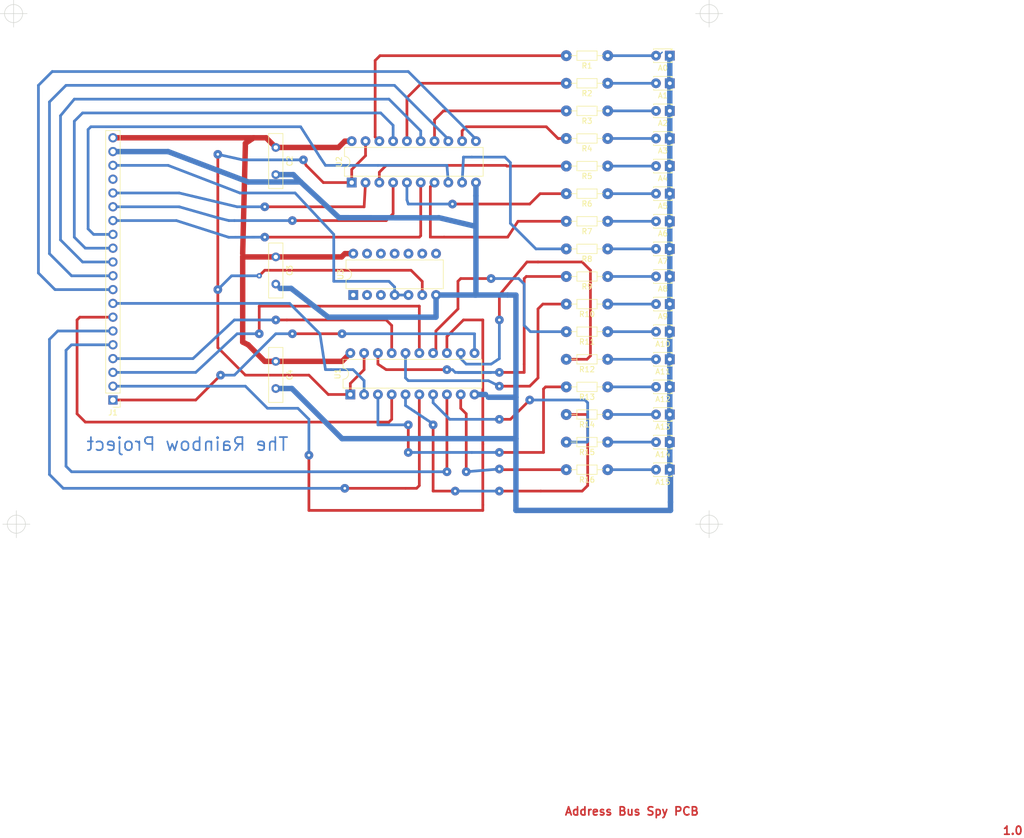
<source format=kicad_pcb>
(kicad_pcb (version 4) (host pcbnew 4.0.7)

  (general
    (links 82)
    (no_connects 0)
    (area 75.241999 43.12 193.272001 134.388002)
    (thickness 1.6)
    (drawings 7)
    (tracks 419)
    (zones 0)
    (modules 39)
    (nets 53)
  )

  (page A4)
  (layers
    (0 F.Cu signal)
    (31 B.Cu signal)
    (32 B.Adhes user)
    (33 F.Adhes user)
    (34 B.Paste user)
    (35 F.Paste user)
    (36 B.SilkS user)
    (37 F.SilkS user)
    (38 B.Mask user)
    (39 F.Mask user)
    (40 Dwgs.User user)
    (41 Cmts.User user)
    (42 Eco1.User user)
    (43 Eco2.User user)
    (44 Edge.Cuts user)
    (45 Margin user)
    (46 B.CrtYd user)
    (47 F.CrtYd user)
    (48 B.Fab user)
    (49 F.Fab user)
  )

  (setup
    (last_trace_width 1)
    (user_trace_width 0.54)
    (user_trace_width 1)
    (trace_clearance 0.2)
    (zone_clearance 0.508)
    (zone_45_only no)
    (trace_min 0.2)
    (segment_width 0.2)
    (edge_width 0.1)
    (via_size 1.6)
    (via_drill 0.5)
    (via_min_size 0.4)
    (via_min_drill 0.3)
    (uvia_size 0.3)
    (uvia_drill 0.1)
    (uvias_allowed no)
    (uvia_min_size 0.2)
    (uvia_min_drill 0.1)
    (pcb_text_width 0.3)
    (pcb_text_size 1.5 1.5)
    (mod_edge_width 0.15)
    (mod_text_size 1 1)
    (mod_text_width 0.15)
    (pad_size 1.5 1.5)
    (pad_drill 1)
    (pad_to_mask_clearance 0)
    (aux_axis_origin 0 0)
    (visible_elements 7FFFF7FF)
    (pcbplotparams
      (layerselection 0x00030_80000001)
      (usegerberextensions false)
      (excludeedgelayer true)
      (linewidth 0.100000)
      (plotframeref false)
      (viasonmask false)
      (mode 1)
      (useauxorigin false)
      (hpglpennumber 1)
      (hpglpenspeed 20)
      (hpglpendiameter 15)
      (hpglpenoverlay 2)
      (psnegative false)
      (psa4output false)
      (plotreference true)
      (plotvalue true)
      (plotinvisibletext false)
      (padsonsilk false)
      (subtractmaskfromsilk false)
      (outputformat 1)
      (mirror false)
      (drillshape 0)
      (scaleselection 1)
      (outputdirectory ""))
  )

  (net 0 "")
  (net 1 GND)
  (net 2 "Net-(A0-Pad2)")
  (net 3 "Net-(A1-Pad2)")
  (net 4 "Net-(A2-Pad2)")
  (net 5 "Net-(A3-Pad2)")
  (net 6 "Net-(A4-Pad2)")
  (net 7 "Net-(A5-Pad2)")
  (net 8 "Net-(A6-Pad2)")
  (net 9 "Net-(A7-Pad2)")
  (net 10 "Net-(A8-Pad2)")
  (net 11 "Net-(A9-Pad2)")
  (net 12 "Net-(A10-Pad2)")
  (net 13 "Net-(A11-Pad2)")
  (net 14 "Net-(A12-Pad2)")
  (net 15 "Net-(A13-Pad2)")
  (net 16 "Net-(A14-Pad2)")
  (net 17 "Net-(A15-Pad2)")
  (net 18 VCC)
  (net 19 A15)
  (net 20 A14)
  (net 21 A13)
  (net 22 A12)
  (net 23 A11)
  (net 24 A10)
  (net 25 A9)
  (net 26 A8)
  (net 27 A7)
  (net 28 A6)
  (net 29 A5)
  (net 30 A4)
  (net 31 A3)
  (net 32 A2)
  (net 33 A1)
  (net 34 A0)
  (net 35 Z80_~RFRSH)
  (net 36 "Net-(R1-Pad2)")
  (net 37 "Net-(R2-Pad2)")
  (net 38 "Net-(R3-Pad2)")
  (net 39 "Net-(R4-Pad2)")
  (net 40 "Net-(R5-Pad2)")
  (net 41 "Net-(R6-Pad2)")
  (net 42 "Net-(R7-Pad2)")
  (net 43 "Net-(R8-Pad2)")
  (net 44 "Net-(R9-Pad2)")
  (net 45 "Net-(R10-Pad2)")
  (net 46 "Net-(R11-Pad2)")
  (net 47 "Net-(R12-Pad2)")
  (net 48 "Net-(R13-Pad2)")
  (net 49 "Net-(R14-Pad2)")
  (net 50 "Net-(R15-Pad2)")
  (net 51 "Net-(R16-Pad2)")
  (net 52 "Net-(U1-Pad1)")

  (net_class Default "This is the default net class."
    (clearance 0.2)
    (trace_width 0.5)
    (via_dia 1.6)
    (via_drill 0.5)
    (uvia_dia 0.3)
    (uvia_drill 0.1)
    (add_net A0)
    (add_net A1)
    (add_net A10)
    (add_net A11)
    (add_net A12)
    (add_net A13)
    (add_net A14)
    (add_net A15)
    (add_net A2)
    (add_net A3)
    (add_net A4)
    (add_net A5)
    (add_net A6)
    (add_net A7)
    (add_net A8)
    (add_net A9)
    (add_net GND)
    (add_net "Net-(A0-Pad2)")
    (add_net "Net-(A1-Pad2)")
    (add_net "Net-(A10-Pad2)")
    (add_net "Net-(A11-Pad2)")
    (add_net "Net-(A12-Pad2)")
    (add_net "Net-(A13-Pad2)")
    (add_net "Net-(A14-Pad2)")
    (add_net "Net-(A15-Pad2)")
    (add_net "Net-(A2-Pad2)")
    (add_net "Net-(A3-Pad2)")
    (add_net "Net-(A4-Pad2)")
    (add_net "Net-(A5-Pad2)")
    (add_net "Net-(A6-Pad2)")
    (add_net "Net-(A7-Pad2)")
    (add_net "Net-(A8-Pad2)")
    (add_net "Net-(A9-Pad2)")
    (add_net "Net-(R1-Pad2)")
    (add_net "Net-(R10-Pad2)")
    (add_net "Net-(R11-Pad2)")
    (add_net "Net-(R12-Pad2)")
    (add_net "Net-(R13-Pad2)")
    (add_net "Net-(R14-Pad2)")
    (add_net "Net-(R15-Pad2)")
    (add_net "Net-(R16-Pad2)")
    (add_net "Net-(R2-Pad2)")
    (add_net "Net-(R3-Pad2)")
    (add_net "Net-(R4-Pad2)")
    (add_net "Net-(R5-Pad2)")
    (add_net "Net-(R6-Pad2)")
    (add_net "Net-(R7-Pad2)")
    (add_net "Net-(R8-Pad2)")
    (add_net "Net-(R9-Pad2)")
    (add_net "Net-(U1-Pad1)")
    (add_net VCC)
    (add_net Z80_~RFRSH)
  )

  (net_class Thick ""
    (clearance 0.2)
    (trace_width 1)
    (via_dia 1.6)
    (via_drill 0.5)
    (uvia_dia 0.3)
    (uvia_drill 0.1)
  )

  (module RainbowLibrary:DIP-14_thickpad (layer F.Cu) (tedit 5A33851F) (tstamp 5A33C569)
    (at 148.370032 94.46974 90)
    (descr "14-lead though-hole mounted DIP package, row spacing 7.62 mm (300 mils)")
    (tags "THT DIP DIL PDIP 2.54mm 7.62mm 300mil")
    (path /5A2D35C9)
    (fp_text reference U3 (at 3.81 -2.33 90) (layer F.SilkS)
      (effects (font (size 1 1) (thickness 0.15)))
    )
    (fp_text value 74HC00 (at 3.81 17.57 90) (layer F.Fab)
      (effects (font (size 1 1) (thickness 0.15)))
    )
    (fp_arc (start 3.81 -1.33) (end 2.81 -1.33) (angle -180) (layer F.SilkS) (width 0.12))
    (fp_line (start 1.635 -1.27) (end 6.985 -1.27) (layer F.Fab) (width 0.1))
    (fp_line (start 6.985 -1.27) (end 6.985 16.51) (layer F.Fab) (width 0.1))
    (fp_line (start 6.985 16.51) (end 0.635 16.51) (layer F.Fab) (width 0.1))
    (fp_line (start 0.635 16.51) (end 0.635 -0.27) (layer F.Fab) (width 0.1))
    (fp_line (start 0.635 -0.27) (end 1.635 -1.27) (layer F.Fab) (width 0.1))
    (fp_line (start 2.81 -1.33) (end 1.16 -1.33) (layer F.SilkS) (width 0.12))
    (fp_line (start 1.16 -1.33) (end 1.16 16.57) (layer F.SilkS) (width 0.12))
    (fp_line (start 1.16 16.57) (end 6.46 16.57) (layer F.SilkS) (width 0.12))
    (fp_line (start 6.46 16.57) (end 6.46 -1.33) (layer F.SilkS) (width 0.12))
    (fp_line (start 6.46 -1.33) (end 4.81 -1.33) (layer F.SilkS) (width 0.12))
    (fp_line (start -1.1 -1.55) (end -1.1 16.8) (layer F.CrtYd) (width 0.05))
    (fp_line (start -1.1 16.8) (end 8.7 16.8) (layer F.CrtYd) (width 0.05))
    (fp_line (start 8.7 16.8) (end 8.7 -1.55) (layer F.CrtYd) (width 0.05))
    (fp_line (start 8.7 -1.55) (end -1.1 -1.55) (layer F.CrtYd) (width 0.05))
    (fp_text user %R (at 3.81 7.62 90) (layer F.Fab)
      (effects (font (size 1 1) (thickness 0.15)))
    )
    (pad 1 thru_hole rect (at 0 0 90) (size 1.8 1.8) (drill 0.8) (layers *.Cu *.Mask))
    (pad 8 thru_hole oval (at 7.62 15.24 90) (size 1.8 1.8) (drill 0.8) (layers *.Cu *.Mask))
    (pad 2 thru_hole oval (at 0 2.54 90) (size 1.8 1.8) (drill 0.8) (layers *.Cu *.Mask))
    (pad 9 thru_hole oval (at 7.62 12.7 90) (size 1.8 1.8) (drill 0.8) (layers *.Cu *.Mask))
    (pad 3 thru_hole oval (at 0 5.08 90) (size 1.8 1.8) (drill 0.8) (layers *.Cu *.Mask))
    (pad 10 thru_hole oval (at 7.62 10.16 90) (size 1.8 1.8) (drill 0.8) (layers *.Cu *.Mask))
    (pad 4 thru_hole oval (at 0 7.62 90) (size 1.8 1.8) (drill 0.8) (layers *.Cu *.Mask)
      (net 35 Z80_~RFRSH))
    (pad 11 thru_hole oval (at 7.62 7.62 90) (size 1.8 1.8) (drill 0.8) (layers *.Cu *.Mask))
    (pad 5 thru_hole oval (at 0 10.16 90) (size 1.8 1.8) (drill 0.8) (layers *.Cu *.Mask)
      (net 35 Z80_~RFRSH))
    (pad 12 thru_hole oval (at 7.62 5.08 90) (size 1.8 1.8) (drill 0.8) (layers *.Cu *.Mask))
    (pad 6 thru_hole oval (at 0 12.7 90) (size 1.8 1.8) (drill 0.8) (layers *.Cu *.Mask)
      (net 52 "Net-(U1-Pad1)"))
    (pad 13 thru_hole oval (at 7.62 2.54 90) (size 1.8 1.8) (drill 0.8) (layers *.Cu *.Mask))
    (pad 7 thru_hole oval (at 0 15.24 90) (size 1.8 1.8) (drill 0.8) (layers *.Cu *.Mask)
      (net 1 GND))
    (pad 14 thru_hole oval (at 7.62 0 90) (size 1.8 1.8) (drill 0.8) (layers *.Cu *.Mask)
      (net 18 VCC))
    (model ${KISYS3DMOD}/Housings_DIP.3dshapes/DIP-14_W7.62mm.wrl
      (at (xyz 0 0 0))
      (scale (xyz 1 1 1))
      (rotate (xyz 0 0 0))
    )
  )

  (module RainbowLibrary:LED_thickpad (layer F.Cu) (tedit 5A3382BD) (tstamp 5A33C1BF)
    (at 206.629 50.419 180)
    (descr "LED, Round,  Rectangular size 3.3x2.4mm^2 diameter 1.8mm, 2 pins")
    (tags "LED Round  Rectangular size 3.3x2.4mm^2 diameter 1.8mm 2 pins")
    (path /5A1C9B0D)
    (fp_text reference A0 (at 1.27 -2.26 180) (layer F.SilkS)
      (effects (font (size 1 1) (thickness 0.15)))
    )
    (fp_text value LED (at 1.27 2.26 180) (layer F.Fab)
      (effects (font (size 1 1) (thickness 0.15)))
    )
    (fp_circle (center 1.27 0) (end 2.17 0) (layer F.Fab) (width 0.1))
    (fp_line (start -0.38 -1.2) (end -0.38 1.2) (layer F.Fab) (width 0.1))
    (fp_line (start -0.38 1.2) (end 2.92 1.2) (layer F.Fab) (width 0.1))
    (fp_line (start 2.92 1.2) (end 2.92 -1.2) (layer F.Fab) (width 0.1))
    (fp_line (start 2.92 -1.2) (end -0.38 -1.2) (layer F.Fab) (width 0.1))
    (fp_line (start -0.44 -1.26) (end 2.98 -1.26) (layer F.SilkS) (width 0.12))
    (fp_line (start -0.44 1.26) (end 2.98 1.26) (layer F.SilkS) (width 0.12))
    (fp_line (start -0.44 -1.26) (end -0.44 -1.08) (layer F.SilkS) (width 0.12))
    (fp_line (start -0.44 1.08) (end -0.44 1.26) (layer F.SilkS) (width 0.12))
    (fp_line (start 2.98 -1.26) (end 2.98 -1.095) (layer F.SilkS) (width 0.12))
    (fp_line (start 2.98 1.095) (end 2.98 1.26) (layer F.SilkS) (width 0.12))
    (fp_line (start -0.32 -1.26) (end -0.32 -1.08) (layer F.SilkS) (width 0.12))
    (fp_line (start -0.32 1.08) (end -0.32 1.26) (layer F.SilkS) (width 0.12))
    (fp_line (start -0.2 -1.26) (end -0.2 -1.08) (layer F.SilkS) (width 0.12))
    (fp_line (start -0.2 1.08) (end -0.2 1.26) (layer F.SilkS) (width 0.12))
    (fp_line (start -1.15 -1.55) (end -1.15 1.55) (layer F.CrtYd) (width 0.05))
    (fp_line (start -1.15 1.55) (end 3.7 1.55) (layer F.CrtYd) (width 0.05))
    (fp_line (start 3.7 1.55) (end 3.7 -1.55) (layer F.CrtYd) (width 0.05))
    (fp_line (start 3.7 -1.55) (end -1.15 -1.55) (layer F.CrtYd) (width 0.05))
    (pad 1 thru_hole rect (at 0 0 180) (size 1.8 1.8) (drill 0.7) (layers *.Cu *.Mask)
      (net 1 GND))
    (pad 2 thru_hole circle (at 2.54 0 180) (size 1.8 1.8) (drill 0.7) (layers *.Cu *.Mask)
      (net 2 "Net-(A0-Pad2)"))
    (model ${KISYS3DMOD}/LEDs.3dshapes/LED_D1.8mm_W3.3mm_H2.4mm.wrl
      (at (xyz 0 0 0))
      (scale (xyz 0.393701 0.393701 0.393701))
      (rotate (xyz 0 0 0))
    )
  )

  (module RainbowLibrary:LED_thickpad (layer F.Cu) (tedit 5A3382BD) (tstamp 5A33C1D8)
    (at 206.629 55.499 180)
    (descr "LED, Round,  Rectangular size 3.3x2.4mm^2 diameter 1.8mm, 2 pins")
    (tags "LED Round  Rectangular size 3.3x2.4mm^2 diameter 1.8mm 2 pins")
    (path /5A1C9B6F)
    (fp_text reference A1 (at 1.27 -2.26 180) (layer F.SilkS)
      (effects (font (size 1 1) (thickness 0.15)))
    )
    (fp_text value LED (at 1.27 2.26 180) (layer F.Fab)
      (effects (font (size 1 1) (thickness 0.15)))
    )
    (fp_circle (center 1.27 0) (end 2.17 0) (layer F.Fab) (width 0.1))
    (fp_line (start -0.38 -1.2) (end -0.38 1.2) (layer F.Fab) (width 0.1))
    (fp_line (start -0.38 1.2) (end 2.92 1.2) (layer F.Fab) (width 0.1))
    (fp_line (start 2.92 1.2) (end 2.92 -1.2) (layer F.Fab) (width 0.1))
    (fp_line (start 2.92 -1.2) (end -0.38 -1.2) (layer F.Fab) (width 0.1))
    (fp_line (start -0.44 -1.26) (end 2.98 -1.26) (layer F.SilkS) (width 0.12))
    (fp_line (start -0.44 1.26) (end 2.98 1.26) (layer F.SilkS) (width 0.12))
    (fp_line (start -0.44 -1.26) (end -0.44 -1.08) (layer F.SilkS) (width 0.12))
    (fp_line (start -0.44 1.08) (end -0.44 1.26) (layer F.SilkS) (width 0.12))
    (fp_line (start 2.98 -1.26) (end 2.98 -1.095) (layer F.SilkS) (width 0.12))
    (fp_line (start 2.98 1.095) (end 2.98 1.26) (layer F.SilkS) (width 0.12))
    (fp_line (start -0.32 -1.26) (end -0.32 -1.08) (layer F.SilkS) (width 0.12))
    (fp_line (start -0.32 1.08) (end -0.32 1.26) (layer F.SilkS) (width 0.12))
    (fp_line (start -0.2 -1.26) (end -0.2 -1.08) (layer F.SilkS) (width 0.12))
    (fp_line (start -0.2 1.08) (end -0.2 1.26) (layer F.SilkS) (width 0.12))
    (fp_line (start -1.15 -1.55) (end -1.15 1.55) (layer F.CrtYd) (width 0.05))
    (fp_line (start -1.15 1.55) (end 3.7 1.55) (layer F.CrtYd) (width 0.05))
    (fp_line (start 3.7 1.55) (end 3.7 -1.55) (layer F.CrtYd) (width 0.05))
    (fp_line (start 3.7 -1.55) (end -1.15 -1.55) (layer F.CrtYd) (width 0.05))
    (pad 1 thru_hole rect (at 0 0 180) (size 1.8 1.8) (drill 0.7) (layers *.Cu *.Mask)
      (net 1 GND))
    (pad 2 thru_hole circle (at 2.54 0 180) (size 1.8 1.8) (drill 0.7) (layers *.Cu *.Mask)
      (net 3 "Net-(A1-Pad2)"))
    (model ${KISYS3DMOD}/LEDs.3dshapes/LED_D1.8mm_W3.3mm_H2.4mm.wrl
      (at (xyz 0 0 0))
      (scale (xyz 0.393701 0.393701 0.393701))
      (rotate (xyz 0 0 0))
    )
  )

  (module RainbowLibrary:LED_thickpad (layer F.Cu) (tedit 5A3382BD) (tstamp 5A33C1F1)
    (at 206.629 60.579 180)
    (descr "LED, Round,  Rectangular size 3.3x2.4mm^2 diameter 1.8mm, 2 pins")
    (tags "LED Round  Rectangular size 3.3x2.4mm^2 diameter 1.8mm 2 pins")
    (path /5A1C9B8C)
    (fp_text reference A2 (at 1.27 -2.26 180) (layer F.SilkS)
      (effects (font (size 1 1) (thickness 0.15)))
    )
    (fp_text value LED (at 1.27 2.26 180) (layer F.Fab)
      (effects (font (size 1 1) (thickness 0.15)))
    )
    (fp_circle (center 1.27 0) (end 2.17 0) (layer F.Fab) (width 0.1))
    (fp_line (start -0.38 -1.2) (end -0.38 1.2) (layer F.Fab) (width 0.1))
    (fp_line (start -0.38 1.2) (end 2.92 1.2) (layer F.Fab) (width 0.1))
    (fp_line (start 2.92 1.2) (end 2.92 -1.2) (layer F.Fab) (width 0.1))
    (fp_line (start 2.92 -1.2) (end -0.38 -1.2) (layer F.Fab) (width 0.1))
    (fp_line (start -0.44 -1.26) (end 2.98 -1.26) (layer F.SilkS) (width 0.12))
    (fp_line (start -0.44 1.26) (end 2.98 1.26) (layer F.SilkS) (width 0.12))
    (fp_line (start -0.44 -1.26) (end -0.44 -1.08) (layer F.SilkS) (width 0.12))
    (fp_line (start -0.44 1.08) (end -0.44 1.26) (layer F.SilkS) (width 0.12))
    (fp_line (start 2.98 -1.26) (end 2.98 -1.095) (layer F.SilkS) (width 0.12))
    (fp_line (start 2.98 1.095) (end 2.98 1.26) (layer F.SilkS) (width 0.12))
    (fp_line (start -0.32 -1.26) (end -0.32 -1.08) (layer F.SilkS) (width 0.12))
    (fp_line (start -0.32 1.08) (end -0.32 1.26) (layer F.SilkS) (width 0.12))
    (fp_line (start -0.2 -1.26) (end -0.2 -1.08) (layer F.SilkS) (width 0.12))
    (fp_line (start -0.2 1.08) (end -0.2 1.26) (layer F.SilkS) (width 0.12))
    (fp_line (start -1.15 -1.55) (end -1.15 1.55) (layer F.CrtYd) (width 0.05))
    (fp_line (start -1.15 1.55) (end 3.7 1.55) (layer F.CrtYd) (width 0.05))
    (fp_line (start 3.7 1.55) (end 3.7 -1.55) (layer F.CrtYd) (width 0.05))
    (fp_line (start 3.7 -1.55) (end -1.15 -1.55) (layer F.CrtYd) (width 0.05))
    (pad 1 thru_hole rect (at 0 0 180) (size 1.8 1.8) (drill 0.7) (layers *.Cu *.Mask)
      (net 1 GND))
    (pad 2 thru_hole circle (at 2.54 0 180) (size 1.8 1.8) (drill 0.7) (layers *.Cu *.Mask)
      (net 4 "Net-(A2-Pad2)"))
    (model ${KISYS3DMOD}/LEDs.3dshapes/LED_D1.8mm_W3.3mm_H2.4mm.wrl
      (at (xyz 0 0 0))
      (scale (xyz 0.393701 0.393701 0.393701))
      (rotate (xyz 0 0 0))
    )
  )

  (module RainbowLibrary:LED_thickpad (layer F.Cu) (tedit 5A3382BD) (tstamp 5A33C20A)
    (at 206.629 65.659 180)
    (descr "LED, Round,  Rectangular size 3.3x2.4mm^2 diameter 1.8mm, 2 pins")
    (tags "LED Round  Rectangular size 3.3x2.4mm^2 diameter 1.8mm 2 pins")
    (path /5A1C9BA9)
    (fp_text reference A3 (at 1.27 -2.26 180) (layer F.SilkS)
      (effects (font (size 1 1) (thickness 0.15)))
    )
    (fp_text value LED (at 1.27 2.26 180) (layer F.Fab)
      (effects (font (size 1 1) (thickness 0.15)))
    )
    (fp_circle (center 1.27 0) (end 2.17 0) (layer F.Fab) (width 0.1))
    (fp_line (start -0.38 -1.2) (end -0.38 1.2) (layer F.Fab) (width 0.1))
    (fp_line (start -0.38 1.2) (end 2.92 1.2) (layer F.Fab) (width 0.1))
    (fp_line (start 2.92 1.2) (end 2.92 -1.2) (layer F.Fab) (width 0.1))
    (fp_line (start 2.92 -1.2) (end -0.38 -1.2) (layer F.Fab) (width 0.1))
    (fp_line (start -0.44 -1.26) (end 2.98 -1.26) (layer F.SilkS) (width 0.12))
    (fp_line (start -0.44 1.26) (end 2.98 1.26) (layer F.SilkS) (width 0.12))
    (fp_line (start -0.44 -1.26) (end -0.44 -1.08) (layer F.SilkS) (width 0.12))
    (fp_line (start -0.44 1.08) (end -0.44 1.26) (layer F.SilkS) (width 0.12))
    (fp_line (start 2.98 -1.26) (end 2.98 -1.095) (layer F.SilkS) (width 0.12))
    (fp_line (start 2.98 1.095) (end 2.98 1.26) (layer F.SilkS) (width 0.12))
    (fp_line (start -0.32 -1.26) (end -0.32 -1.08) (layer F.SilkS) (width 0.12))
    (fp_line (start -0.32 1.08) (end -0.32 1.26) (layer F.SilkS) (width 0.12))
    (fp_line (start -0.2 -1.26) (end -0.2 -1.08) (layer F.SilkS) (width 0.12))
    (fp_line (start -0.2 1.08) (end -0.2 1.26) (layer F.SilkS) (width 0.12))
    (fp_line (start -1.15 -1.55) (end -1.15 1.55) (layer F.CrtYd) (width 0.05))
    (fp_line (start -1.15 1.55) (end 3.7 1.55) (layer F.CrtYd) (width 0.05))
    (fp_line (start 3.7 1.55) (end 3.7 -1.55) (layer F.CrtYd) (width 0.05))
    (fp_line (start 3.7 -1.55) (end -1.15 -1.55) (layer F.CrtYd) (width 0.05))
    (pad 1 thru_hole rect (at 0 0 180) (size 1.8 1.8) (drill 0.7) (layers *.Cu *.Mask)
      (net 1 GND))
    (pad 2 thru_hole circle (at 2.54 0 180) (size 1.8 1.8) (drill 0.7) (layers *.Cu *.Mask)
      (net 5 "Net-(A3-Pad2)"))
    (model ${KISYS3DMOD}/LEDs.3dshapes/LED_D1.8mm_W3.3mm_H2.4mm.wrl
      (at (xyz 0 0 0))
      (scale (xyz 0.393701 0.393701 0.393701))
      (rotate (xyz 0 0 0))
    )
  )

  (module RainbowLibrary:LED_thickpad (layer F.Cu) (tedit 5A3382BD) (tstamp 5A33C223)
    (at 206.629 70.739 180)
    (descr "LED, Round,  Rectangular size 3.3x2.4mm^2 diameter 1.8mm, 2 pins")
    (tags "LED Round  Rectangular size 3.3x2.4mm^2 diameter 1.8mm 2 pins")
    (path /5A1C9BC6)
    (fp_text reference A4 (at 1.27 -2.26 180) (layer F.SilkS)
      (effects (font (size 1 1) (thickness 0.15)))
    )
    (fp_text value LED (at 1.27 2.26 180) (layer F.Fab)
      (effects (font (size 1 1) (thickness 0.15)))
    )
    (fp_circle (center 1.27 0) (end 2.17 0) (layer F.Fab) (width 0.1))
    (fp_line (start -0.38 -1.2) (end -0.38 1.2) (layer F.Fab) (width 0.1))
    (fp_line (start -0.38 1.2) (end 2.92 1.2) (layer F.Fab) (width 0.1))
    (fp_line (start 2.92 1.2) (end 2.92 -1.2) (layer F.Fab) (width 0.1))
    (fp_line (start 2.92 -1.2) (end -0.38 -1.2) (layer F.Fab) (width 0.1))
    (fp_line (start -0.44 -1.26) (end 2.98 -1.26) (layer F.SilkS) (width 0.12))
    (fp_line (start -0.44 1.26) (end 2.98 1.26) (layer F.SilkS) (width 0.12))
    (fp_line (start -0.44 -1.26) (end -0.44 -1.08) (layer F.SilkS) (width 0.12))
    (fp_line (start -0.44 1.08) (end -0.44 1.26) (layer F.SilkS) (width 0.12))
    (fp_line (start 2.98 -1.26) (end 2.98 -1.095) (layer F.SilkS) (width 0.12))
    (fp_line (start 2.98 1.095) (end 2.98 1.26) (layer F.SilkS) (width 0.12))
    (fp_line (start -0.32 -1.26) (end -0.32 -1.08) (layer F.SilkS) (width 0.12))
    (fp_line (start -0.32 1.08) (end -0.32 1.26) (layer F.SilkS) (width 0.12))
    (fp_line (start -0.2 -1.26) (end -0.2 -1.08) (layer F.SilkS) (width 0.12))
    (fp_line (start -0.2 1.08) (end -0.2 1.26) (layer F.SilkS) (width 0.12))
    (fp_line (start -1.15 -1.55) (end -1.15 1.55) (layer F.CrtYd) (width 0.05))
    (fp_line (start -1.15 1.55) (end 3.7 1.55) (layer F.CrtYd) (width 0.05))
    (fp_line (start 3.7 1.55) (end 3.7 -1.55) (layer F.CrtYd) (width 0.05))
    (fp_line (start 3.7 -1.55) (end -1.15 -1.55) (layer F.CrtYd) (width 0.05))
    (pad 1 thru_hole rect (at 0 0 180) (size 1.8 1.8) (drill 0.7) (layers *.Cu *.Mask)
      (net 1 GND))
    (pad 2 thru_hole circle (at 2.54 0 180) (size 1.8 1.8) (drill 0.7) (layers *.Cu *.Mask)
      (net 6 "Net-(A4-Pad2)"))
    (model ${KISYS3DMOD}/LEDs.3dshapes/LED_D1.8mm_W3.3mm_H2.4mm.wrl
      (at (xyz 0 0 0))
      (scale (xyz 0.393701 0.393701 0.393701))
      (rotate (xyz 0 0 0))
    )
  )

  (module RainbowLibrary:LED_thickpad (layer F.Cu) (tedit 5A3382BD) (tstamp 5A33C23C)
    (at 206.629 75.819 180)
    (descr "LED, Round,  Rectangular size 3.3x2.4mm^2 diameter 1.8mm, 2 pins")
    (tags "LED Round  Rectangular size 3.3x2.4mm^2 diameter 1.8mm 2 pins")
    (path /5A1C9BE3)
    (fp_text reference A5 (at 1.27 -2.26 180) (layer F.SilkS)
      (effects (font (size 1 1) (thickness 0.15)))
    )
    (fp_text value LED (at 1.27 2.26 180) (layer F.Fab)
      (effects (font (size 1 1) (thickness 0.15)))
    )
    (fp_circle (center 1.27 0) (end 2.17 0) (layer F.Fab) (width 0.1))
    (fp_line (start -0.38 -1.2) (end -0.38 1.2) (layer F.Fab) (width 0.1))
    (fp_line (start -0.38 1.2) (end 2.92 1.2) (layer F.Fab) (width 0.1))
    (fp_line (start 2.92 1.2) (end 2.92 -1.2) (layer F.Fab) (width 0.1))
    (fp_line (start 2.92 -1.2) (end -0.38 -1.2) (layer F.Fab) (width 0.1))
    (fp_line (start -0.44 -1.26) (end 2.98 -1.26) (layer F.SilkS) (width 0.12))
    (fp_line (start -0.44 1.26) (end 2.98 1.26) (layer F.SilkS) (width 0.12))
    (fp_line (start -0.44 -1.26) (end -0.44 -1.08) (layer F.SilkS) (width 0.12))
    (fp_line (start -0.44 1.08) (end -0.44 1.26) (layer F.SilkS) (width 0.12))
    (fp_line (start 2.98 -1.26) (end 2.98 -1.095) (layer F.SilkS) (width 0.12))
    (fp_line (start 2.98 1.095) (end 2.98 1.26) (layer F.SilkS) (width 0.12))
    (fp_line (start -0.32 -1.26) (end -0.32 -1.08) (layer F.SilkS) (width 0.12))
    (fp_line (start -0.32 1.08) (end -0.32 1.26) (layer F.SilkS) (width 0.12))
    (fp_line (start -0.2 -1.26) (end -0.2 -1.08) (layer F.SilkS) (width 0.12))
    (fp_line (start -0.2 1.08) (end -0.2 1.26) (layer F.SilkS) (width 0.12))
    (fp_line (start -1.15 -1.55) (end -1.15 1.55) (layer F.CrtYd) (width 0.05))
    (fp_line (start -1.15 1.55) (end 3.7 1.55) (layer F.CrtYd) (width 0.05))
    (fp_line (start 3.7 1.55) (end 3.7 -1.55) (layer F.CrtYd) (width 0.05))
    (fp_line (start 3.7 -1.55) (end -1.15 -1.55) (layer F.CrtYd) (width 0.05))
    (pad 1 thru_hole rect (at 0 0 180) (size 1.8 1.8) (drill 0.7) (layers *.Cu *.Mask)
      (net 1 GND))
    (pad 2 thru_hole circle (at 2.54 0 180) (size 1.8 1.8) (drill 0.7) (layers *.Cu *.Mask)
      (net 7 "Net-(A5-Pad2)"))
    (model ${KISYS3DMOD}/LEDs.3dshapes/LED_D1.8mm_W3.3mm_H2.4mm.wrl
      (at (xyz 0 0 0))
      (scale (xyz 0.393701 0.393701 0.393701))
      (rotate (xyz 0 0 0))
    )
  )

  (module RainbowLibrary:LED_thickpad (layer F.Cu) (tedit 5A3382BD) (tstamp 5A33C255)
    (at 206.629 80.899 180)
    (descr "LED, Round,  Rectangular size 3.3x2.4mm^2 diameter 1.8mm, 2 pins")
    (tags "LED Round  Rectangular size 3.3x2.4mm^2 diameter 1.8mm 2 pins")
    (path /5A1C9C00)
    (fp_text reference A6 (at 1.27 -2.26 180) (layer F.SilkS)
      (effects (font (size 1 1) (thickness 0.15)))
    )
    (fp_text value LED (at 1.27 2.26 180) (layer F.Fab)
      (effects (font (size 1 1) (thickness 0.15)))
    )
    (fp_circle (center 1.27 0) (end 2.17 0) (layer F.Fab) (width 0.1))
    (fp_line (start -0.38 -1.2) (end -0.38 1.2) (layer F.Fab) (width 0.1))
    (fp_line (start -0.38 1.2) (end 2.92 1.2) (layer F.Fab) (width 0.1))
    (fp_line (start 2.92 1.2) (end 2.92 -1.2) (layer F.Fab) (width 0.1))
    (fp_line (start 2.92 -1.2) (end -0.38 -1.2) (layer F.Fab) (width 0.1))
    (fp_line (start -0.44 -1.26) (end 2.98 -1.26) (layer F.SilkS) (width 0.12))
    (fp_line (start -0.44 1.26) (end 2.98 1.26) (layer F.SilkS) (width 0.12))
    (fp_line (start -0.44 -1.26) (end -0.44 -1.08) (layer F.SilkS) (width 0.12))
    (fp_line (start -0.44 1.08) (end -0.44 1.26) (layer F.SilkS) (width 0.12))
    (fp_line (start 2.98 -1.26) (end 2.98 -1.095) (layer F.SilkS) (width 0.12))
    (fp_line (start 2.98 1.095) (end 2.98 1.26) (layer F.SilkS) (width 0.12))
    (fp_line (start -0.32 -1.26) (end -0.32 -1.08) (layer F.SilkS) (width 0.12))
    (fp_line (start -0.32 1.08) (end -0.32 1.26) (layer F.SilkS) (width 0.12))
    (fp_line (start -0.2 -1.26) (end -0.2 -1.08) (layer F.SilkS) (width 0.12))
    (fp_line (start -0.2 1.08) (end -0.2 1.26) (layer F.SilkS) (width 0.12))
    (fp_line (start -1.15 -1.55) (end -1.15 1.55) (layer F.CrtYd) (width 0.05))
    (fp_line (start -1.15 1.55) (end 3.7 1.55) (layer F.CrtYd) (width 0.05))
    (fp_line (start 3.7 1.55) (end 3.7 -1.55) (layer F.CrtYd) (width 0.05))
    (fp_line (start 3.7 -1.55) (end -1.15 -1.55) (layer F.CrtYd) (width 0.05))
    (pad 1 thru_hole rect (at 0 0 180) (size 1.8 1.8) (drill 0.7) (layers *.Cu *.Mask)
      (net 1 GND))
    (pad 2 thru_hole circle (at 2.54 0 180) (size 1.8 1.8) (drill 0.7) (layers *.Cu *.Mask)
      (net 8 "Net-(A6-Pad2)"))
    (model ${KISYS3DMOD}/LEDs.3dshapes/LED_D1.8mm_W3.3mm_H2.4mm.wrl
      (at (xyz 0 0 0))
      (scale (xyz 0.393701 0.393701 0.393701))
      (rotate (xyz 0 0 0))
    )
  )

  (module RainbowLibrary:LED_thickpad (layer F.Cu) (tedit 5A3382BD) (tstamp 5A33C26E)
    (at 206.629 85.979 180)
    (descr "LED, Round,  Rectangular size 3.3x2.4mm^2 diameter 1.8mm, 2 pins")
    (tags "LED Round  Rectangular size 3.3x2.4mm^2 diameter 1.8mm 2 pins")
    (path /5A1C9C1D)
    (fp_text reference A7 (at 1.27 -2.26 180) (layer F.SilkS)
      (effects (font (size 1 1) (thickness 0.15)))
    )
    (fp_text value LED (at 1.27 2.26 180) (layer F.Fab)
      (effects (font (size 1 1) (thickness 0.15)))
    )
    (fp_circle (center 1.27 0) (end 2.17 0) (layer F.Fab) (width 0.1))
    (fp_line (start -0.38 -1.2) (end -0.38 1.2) (layer F.Fab) (width 0.1))
    (fp_line (start -0.38 1.2) (end 2.92 1.2) (layer F.Fab) (width 0.1))
    (fp_line (start 2.92 1.2) (end 2.92 -1.2) (layer F.Fab) (width 0.1))
    (fp_line (start 2.92 -1.2) (end -0.38 -1.2) (layer F.Fab) (width 0.1))
    (fp_line (start -0.44 -1.26) (end 2.98 -1.26) (layer F.SilkS) (width 0.12))
    (fp_line (start -0.44 1.26) (end 2.98 1.26) (layer F.SilkS) (width 0.12))
    (fp_line (start -0.44 -1.26) (end -0.44 -1.08) (layer F.SilkS) (width 0.12))
    (fp_line (start -0.44 1.08) (end -0.44 1.26) (layer F.SilkS) (width 0.12))
    (fp_line (start 2.98 -1.26) (end 2.98 -1.095) (layer F.SilkS) (width 0.12))
    (fp_line (start 2.98 1.095) (end 2.98 1.26) (layer F.SilkS) (width 0.12))
    (fp_line (start -0.32 -1.26) (end -0.32 -1.08) (layer F.SilkS) (width 0.12))
    (fp_line (start -0.32 1.08) (end -0.32 1.26) (layer F.SilkS) (width 0.12))
    (fp_line (start -0.2 -1.26) (end -0.2 -1.08) (layer F.SilkS) (width 0.12))
    (fp_line (start -0.2 1.08) (end -0.2 1.26) (layer F.SilkS) (width 0.12))
    (fp_line (start -1.15 -1.55) (end -1.15 1.55) (layer F.CrtYd) (width 0.05))
    (fp_line (start -1.15 1.55) (end 3.7 1.55) (layer F.CrtYd) (width 0.05))
    (fp_line (start 3.7 1.55) (end 3.7 -1.55) (layer F.CrtYd) (width 0.05))
    (fp_line (start 3.7 -1.55) (end -1.15 -1.55) (layer F.CrtYd) (width 0.05))
    (pad 1 thru_hole rect (at 0 0 180) (size 1.8 1.8) (drill 0.7) (layers *.Cu *.Mask)
      (net 1 GND))
    (pad 2 thru_hole circle (at 2.54 0 180) (size 1.8 1.8) (drill 0.7) (layers *.Cu *.Mask)
      (net 9 "Net-(A7-Pad2)"))
    (model ${KISYS3DMOD}/LEDs.3dshapes/LED_D1.8mm_W3.3mm_H2.4mm.wrl
      (at (xyz 0 0 0))
      (scale (xyz 0.393701 0.393701 0.393701))
      (rotate (xyz 0 0 0))
    )
  )

  (module RainbowLibrary:LED_thickpad (layer F.Cu) (tedit 5A3382BD) (tstamp 5A33C287)
    (at 206.629 91.059 180)
    (descr "LED, Round,  Rectangular size 3.3x2.4mm^2 diameter 1.8mm, 2 pins")
    (tags "LED Round  Rectangular size 3.3x2.4mm^2 diameter 1.8mm 2 pins")
    (path /5A2EE861)
    (fp_text reference A8 (at 1.27 -2.26 180) (layer F.SilkS)
      (effects (font (size 1 1) (thickness 0.15)))
    )
    (fp_text value LED (at 1.27 2.26 180) (layer F.Fab)
      (effects (font (size 1 1) (thickness 0.15)))
    )
    (fp_circle (center 1.27 0) (end 2.17 0) (layer F.Fab) (width 0.1))
    (fp_line (start -0.38 -1.2) (end -0.38 1.2) (layer F.Fab) (width 0.1))
    (fp_line (start -0.38 1.2) (end 2.92 1.2) (layer F.Fab) (width 0.1))
    (fp_line (start 2.92 1.2) (end 2.92 -1.2) (layer F.Fab) (width 0.1))
    (fp_line (start 2.92 -1.2) (end -0.38 -1.2) (layer F.Fab) (width 0.1))
    (fp_line (start -0.44 -1.26) (end 2.98 -1.26) (layer F.SilkS) (width 0.12))
    (fp_line (start -0.44 1.26) (end 2.98 1.26) (layer F.SilkS) (width 0.12))
    (fp_line (start -0.44 -1.26) (end -0.44 -1.08) (layer F.SilkS) (width 0.12))
    (fp_line (start -0.44 1.08) (end -0.44 1.26) (layer F.SilkS) (width 0.12))
    (fp_line (start 2.98 -1.26) (end 2.98 -1.095) (layer F.SilkS) (width 0.12))
    (fp_line (start 2.98 1.095) (end 2.98 1.26) (layer F.SilkS) (width 0.12))
    (fp_line (start -0.32 -1.26) (end -0.32 -1.08) (layer F.SilkS) (width 0.12))
    (fp_line (start -0.32 1.08) (end -0.32 1.26) (layer F.SilkS) (width 0.12))
    (fp_line (start -0.2 -1.26) (end -0.2 -1.08) (layer F.SilkS) (width 0.12))
    (fp_line (start -0.2 1.08) (end -0.2 1.26) (layer F.SilkS) (width 0.12))
    (fp_line (start -1.15 -1.55) (end -1.15 1.55) (layer F.CrtYd) (width 0.05))
    (fp_line (start -1.15 1.55) (end 3.7 1.55) (layer F.CrtYd) (width 0.05))
    (fp_line (start 3.7 1.55) (end 3.7 -1.55) (layer F.CrtYd) (width 0.05))
    (fp_line (start 3.7 -1.55) (end -1.15 -1.55) (layer F.CrtYd) (width 0.05))
    (pad 1 thru_hole rect (at 0 0 180) (size 1.8 1.8) (drill 0.7) (layers *.Cu *.Mask)
      (net 1 GND))
    (pad 2 thru_hole circle (at 2.54 0 180) (size 1.8 1.8) (drill 0.7) (layers *.Cu *.Mask)
      (net 10 "Net-(A8-Pad2)"))
    (model ${KISYS3DMOD}/LEDs.3dshapes/LED_D1.8mm_W3.3mm_H2.4mm.wrl
      (at (xyz 0 0 0))
      (scale (xyz 0.393701 0.393701 0.393701))
      (rotate (xyz 0 0 0))
    )
  )

  (module RainbowLibrary:LED_thickpad (layer F.Cu) (tedit 5A3382BD) (tstamp 5A33C2A0)
    (at 206.629 96.139 180)
    (descr "LED, Round,  Rectangular size 3.3x2.4mm^2 diameter 1.8mm, 2 pins")
    (tags "LED Round  Rectangular size 3.3x2.4mm^2 diameter 1.8mm 2 pins")
    (path /5A2EE867)
    (fp_text reference A9 (at 1.27 -2.26 180) (layer F.SilkS)
      (effects (font (size 1 1) (thickness 0.15)))
    )
    (fp_text value LED (at 1.27 2.26 180) (layer F.Fab)
      (effects (font (size 1 1) (thickness 0.15)))
    )
    (fp_circle (center 1.27 0) (end 2.17 0) (layer F.Fab) (width 0.1))
    (fp_line (start -0.38 -1.2) (end -0.38 1.2) (layer F.Fab) (width 0.1))
    (fp_line (start -0.38 1.2) (end 2.92 1.2) (layer F.Fab) (width 0.1))
    (fp_line (start 2.92 1.2) (end 2.92 -1.2) (layer F.Fab) (width 0.1))
    (fp_line (start 2.92 -1.2) (end -0.38 -1.2) (layer F.Fab) (width 0.1))
    (fp_line (start -0.44 -1.26) (end 2.98 -1.26) (layer F.SilkS) (width 0.12))
    (fp_line (start -0.44 1.26) (end 2.98 1.26) (layer F.SilkS) (width 0.12))
    (fp_line (start -0.44 -1.26) (end -0.44 -1.08) (layer F.SilkS) (width 0.12))
    (fp_line (start -0.44 1.08) (end -0.44 1.26) (layer F.SilkS) (width 0.12))
    (fp_line (start 2.98 -1.26) (end 2.98 -1.095) (layer F.SilkS) (width 0.12))
    (fp_line (start 2.98 1.095) (end 2.98 1.26) (layer F.SilkS) (width 0.12))
    (fp_line (start -0.32 -1.26) (end -0.32 -1.08) (layer F.SilkS) (width 0.12))
    (fp_line (start -0.32 1.08) (end -0.32 1.26) (layer F.SilkS) (width 0.12))
    (fp_line (start -0.2 -1.26) (end -0.2 -1.08) (layer F.SilkS) (width 0.12))
    (fp_line (start -0.2 1.08) (end -0.2 1.26) (layer F.SilkS) (width 0.12))
    (fp_line (start -1.15 -1.55) (end -1.15 1.55) (layer F.CrtYd) (width 0.05))
    (fp_line (start -1.15 1.55) (end 3.7 1.55) (layer F.CrtYd) (width 0.05))
    (fp_line (start 3.7 1.55) (end 3.7 -1.55) (layer F.CrtYd) (width 0.05))
    (fp_line (start 3.7 -1.55) (end -1.15 -1.55) (layer F.CrtYd) (width 0.05))
    (pad 1 thru_hole rect (at 0 0 180) (size 1.8 1.8) (drill 0.7) (layers *.Cu *.Mask)
      (net 1 GND))
    (pad 2 thru_hole circle (at 2.54 0 180) (size 1.8 1.8) (drill 0.7) (layers *.Cu *.Mask)
      (net 11 "Net-(A9-Pad2)"))
    (model ${KISYS3DMOD}/LEDs.3dshapes/LED_D1.8mm_W3.3mm_H2.4mm.wrl
      (at (xyz 0 0 0))
      (scale (xyz 0.393701 0.393701 0.393701))
      (rotate (xyz 0 0 0))
    )
  )

  (module RainbowLibrary:LED_thickpad (layer F.Cu) (tedit 5A3382BD) (tstamp 5A33C2B9)
    (at 206.629 101.219 180)
    (descr "LED, Round,  Rectangular size 3.3x2.4mm^2 diameter 1.8mm, 2 pins")
    (tags "LED Round  Rectangular size 3.3x2.4mm^2 diameter 1.8mm 2 pins")
    (path /5A2EE86D)
    (fp_text reference A10 (at 1.27 -2.26 180) (layer F.SilkS)
      (effects (font (size 1 1) (thickness 0.15)))
    )
    (fp_text value LED (at 1.27 2.26 180) (layer F.Fab)
      (effects (font (size 1 1) (thickness 0.15)))
    )
    (fp_circle (center 1.27 0) (end 2.17 0) (layer F.Fab) (width 0.1))
    (fp_line (start -0.38 -1.2) (end -0.38 1.2) (layer F.Fab) (width 0.1))
    (fp_line (start -0.38 1.2) (end 2.92 1.2) (layer F.Fab) (width 0.1))
    (fp_line (start 2.92 1.2) (end 2.92 -1.2) (layer F.Fab) (width 0.1))
    (fp_line (start 2.92 -1.2) (end -0.38 -1.2) (layer F.Fab) (width 0.1))
    (fp_line (start -0.44 -1.26) (end 2.98 -1.26) (layer F.SilkS) (width 0.12))
    (fp_line (start -0.44 1.26) (end 2.98 1.26) (layer F.SilkS) (width 0.12))
    (fp_line (start -0.44 -1.26) (end -0.44 -1.08) (layer F.SilkS) (width 0.12))
    (fp_line (start -0.44 1.08) (end -0.44 1.26) (layer F.SilkS) (width 0.12))
    (fp_line (start 2.98 -1.26) (end 2.98 -1.095) (layer F.SilkS) (width 0.12))
    (fp_line (start 2.98 1.095) (end 2.98 1.26) (layer F.SilkS) (width 0.12))
    (fp_line (start -0.32 -1.26) (end -0.32 -1.08) (layer F.SilkS) (width 0.12))
    (fp_line (start -0.32 1.08) (end -0.32 1.26) (layer F.SilkS) (width 0.12))
    (fp_line (start -0.2 -1.26) (end -0.2 -1.08) (layer F.SilkS) (width 0.12))
    (fp_line (start -0.2 1.08) (end -0.2 1.26) (layer F.SilkS) (width 0.12))
    (fp_line (start -1.15 -1.55) (end -1.15 1.55) (layer F.CrtYd) (width 0.05))
    (fp_line (start -1.15 1.55) (end 3.7 1.55) (layer F.CrtYd) (width 0.05))
    (fp_line (start 3.7 1.55) (end 3.7 -1.55) (layer F.CrtYd) (width 0.05))
    (fp_line (start 3.7 -1.55) (end -1.15 -1.55) (layer F.CrtYd) (width 0.05))
    (pad 1 thru_hole rect (at 0 0 180) (size 1.8 1.8) (drill 0.7) (layers *.Cu *.Mask)
      (net 1 GND))
    (pad 2 thru_hole circle (at 2.54 0 180) (size 1.8 1.8) (drill 0.7) (layers *.Cu *.Mask)
      (net 12 "Net-(A10-Pad2)"))
    (model ${KISYS3DMOD}/LEDs.3dshapes/LED_D1.8mm_W3.3mm_H2.4mm.wrl
      (at (xyz 0 0 0))
      (scale (xyz 0.393701 0.393701 0.393701))
      (rotate (xyz 0 0 0))
    )
  )

  (module RainbowLibrary:LED_thickpad (layer F.Cu) (tedit 5A3382BD) (tstamp 5A33C2D2)
    (at 206.629 106.299 180)
    (descr "LED, Round,  Rectangular size 3.3x2.4mm^2 diameter 1.8mm, 2 pins")
    (tags "LED Round  Rectangular size 3.3x2.4mm^2 diameter 1.8mm 2 pins")
    (path /5A2EE873)
    (fp_text reference A11 (at 1.27 -2.26 180) (layer F.SilkS)
      (effects (font (size 1 1) (thickness 0.15)))
    )
    (fp_text value LED (at 1.27 2.26 180) (layer F.Fab)
      (effects (font (size 1 1) (thickness 0.15)))
    )
    (fp_circle (center 1.27 0) (end 2.17 0) (layer F.Fab) (width 0.1))
    (fp_line (start -0.38 -1.2) (end -0.38 1.2) (layer F.Fab) (width 0.1))
    (fp_line (start -0.38 1.2) (end 2.92 1.2) (layer F.Fab) (width 0.1))
    (fp_line (start 2.92 1.2) (end 2.92 -1.2) (layer F.Fab) (width 0.1))
    (fp_line (start 2.92 -1.2) (end -0.38 -1.2) (layer F.Fab) (width 0.1))
    (fp_line (start -0.44 -1.26) (end 2.98 -1.26) (layer F.SilkS) (width 0.12))
    (fp_line (start -0.44 1.26) (end 2.98 1.26) (layer F.SilkS) (width 0.12))
    (fp_line (start -0.44 -1.26) (end -0.44 -1.08) (layer F.SilkS) (width 0.12))
    (fp_line (start -0.44 1.08) (end -0.44 1.26) (layer F.SilkS) (width 0.12))
    (fp_line (start 2.98 -1.26) (end 2.98 -1.095) (layer F.SilkS) (width 0.12))
    (fp_line (start 2.98 1.095) (end 2.98 1.26) (layer F.SilkS) (width 0.12))
    (fp_line (start -0.32 -1.26) (end -0.32 -1.08) (layer F.SilkS) (width 0.12))
    (fp_line (start -0.32 1.08) (end -0.32 1.26) (layer F.SilkS) (width 0.12))
    (fp_line (start -0.2 -1.26) (end -0.2 -1.08) (layer F.SilkS) (width 0.12))
    (fp_line (start -0.2 1.08) (end -0.2 1.26) (layer F.SilkS) (width 0.12))
    (fp_line (start -1.15 -1.55) (end -1.15 1.55) (layer F.CrtYd) (width 0.05))
    (fp_line (start -1.15 1.55) (end 3.7 1.55) (layer F.CrtYd) (width 0.05))
    (fp_line (start 3.7 1.55) (end 3.7 -1.55) (layer F.CrtYd) (width 0.05))
    (fp_line (start 3.7 -1.55) (end -1.15 -1.55) (layer F.CrtYd) (width 0.05))
    (pad 1 thru_hole rect (at 0 0 180) (size 1.8 1.8) (drill 0.7) (layers *.Cu *.Mask)
      (net 1 GND))
    (pad 2 thru_hole circle (at 2.54 0 180) (size 1.8 1.8) (drill 0.7) (layers *.Cu *.Mask)
      (net 13 "Net-(A11-Pad2)"))
    (model ${KISYS3DMOD}/LEDs.3dshapes/LED_D1.8mm_W3.3mm_H2.4mm.wrl
      (at (xyz 0 0 0))
      (scale (xyz 0.393701 0.393701 0.393701))
      (rotate (xyz 0 0 0))
    )
  )

  (module RainbowLibrary:LED_thickpad (layer F.Cu) (tedit 5A3382BD) (tstamp 5A33C2EB)
    (at 206.629 111.379 180)
    (descr "LED, Round,  Rectangular size 3.3x2.4mm^2 diameter 1.8mm, 2 pins")
    (tags "LED Round  Rectangular size 3.3x2.4mm^2 diameter 1.8mm 2 pins")
    (path /5A2EE879)
    (fp_text reference A12 (at 1.27 -2.26 180) (layer F.SilkS)
      (effects (font (size 1 1) (thickness 0.15)))
    )
    (fp_text value LED (at 1.27 2.26 180) (layer F.Fab)
      (effects (font (size 1 1) (thickness 0.15)))
    )
    (fp_circle (center 1.27 0) (end 2.17 0) (layer F.Fab) (width 0.1))
    (fp_line (start -0.38 -1.2) (end -0.38 1.2) (layer F.Fab) (width 0.1))
    (fp_line (start -0.38 1.2) (end 2.92 1.2) (layer F.Fab) (width 0.1))
    (fp_line (start 2.92 1.2) (end 2.92 -1.2) (layer F.Fab) (width 0.1))
    (fp_line (start 2.92 -1.2) (end -0.38 -1.2) (layer F.Fab) (width 0.1))
    (fp_line (start -0.44 -1.26) (end 2.98 -1.26) (layer F.SilkS) (width 0.12))
    (fp_line (start -0.44 1.26) (end 2.98 1.26) (layer F.SilkS) (width 0.12))
    (fp_line (start -0.44 -1.26) (end -0.44 -1.08) (layer F.SilkS) (width 0.12))
    (fp_line (start -0.44 1.08) (end -0.44 1.26) (layer F.SilkS) (width 0.12))
    (fp_line (start 2.98 -1.26) (end 2.98 -1.095) (layer F.SilkS) (width 0.12))
    (fp_line (start 2.98 1.095) (end 2.98 1.26) (layer F.SilkS) (width 0.12))
    (fp_line (start -0.32 -1.26) (end -0.32 -1.08) (layer F.SilkS) (width 0.12))
    (fp_line (start -0.32 1.08) (end -0.32 1.26) (layer F.SilkS) (width 0.12))
    (fp_line (start -0.2 -1.26) (end -0.2 -1.08) (layer F.SilkS) (width 0.12))
    (fp_line (start -0.2 1.08) (end -0.2 1.26) (layer F.SilkS) (width 0.12))
    (fp_line (start -1.15 -1.55) (end -1.15 1.55) (layer F.CrtYd) (width 0.05))
    (fp_line (start -1.15 1.55) (end 3.7 1.55) (layer F.CrtYd) (width 0.05))
    (fp_line (start 3.7 1.55) (end 3.7 -1.55) (layer F.CrtYd) (width 0.05))
    (fp_line (start 3.7 -1.55) (end -1.15 -1.55) (layer F.CrtYd) (width 0.05))
    (pad 1 thru_hole rect (at 0 0 180) (size 1.8 1.8) (drill 0.7) (layers *.Cu *.Mask)
      (net 1 GND))
    (pad 2 thru_hole circle (at 2.54 0 180) (size 1.8 1.8) (drill 0.7) (layers *.Cu *.Mask)
      (net 14 "Net-(A12-Pad2)"))
    (model ${KISYS3DMOD}/LEDs.3dshapes/LED_D1.8mm_W3.3mm_H2.4mm.wrl
      (at (xyz 0 0 0))
      (scale (xyz 0.393701 0.393701 0.393701))
      (rotate (xyz 0 0 0))
    )
  )

  (module RainbowLibrary:LED_thickpad (layer F.Cu) (tedit 5A3382BD) (tstamp 5A33C304)
    (at 206.629 116.459 180)
    (descr "LED, Round,  Rectangular size 3.3x2.4mm^2 diameter 1.8mm, 2 pins")
    (tags "LED Round  Rectangular size 3.3x2.4mm^2 diameter 1.8mm 2 pins")
    (path /5A2EE87F)
    (fp_text reference A13 (at 1.27 -2.26 180) (layer F.SilkS)
      (effects (font (size 1 1) (thickness 0.15)))
    )
    (fp_text value LED (at 1.27 2.26 180) (layer F.Fab)
      (effects (font (size 1 1) (thickness 0.15)))
    )
    (fp_circle (center 1.27 0) (end 2.17 0) (layer F.Fab) (width 0.1))
    (fp_line (start -0.38 -1.2) (end -0.38 1.2) (layer F.Fab) (width 0.1))
    (fp_line (start -0.38 1.2) (end 2.92 1.2) (layer F.Fab) (width 0.1))
    (fp_line (start 2.92 1.2) (end 2.92 -1.2) (layer F.Fab) (width 0.1))
    (fp_line (start 2.92 -1.2) (end -0.38 -1.2) (layer F.Fab) (width 0.1))
    (fp_line (start -0.44 -1.26) (end 2.98 -1.26) (layer F.SilkS) (width 0.12))
    (fp_line (start -0.44 1.26) (end 2.98 1.26) (layer F.SilkS) (width 0.12))
    (fp_line (start -0.44 -1.26) (end -0.44 -1.08) (layer F.SilkS) (width 0.12))
    (fp_line (start -0.44 1.08) (end -0.44 1.26) (layer F.SilkS) (width 0.12))
    (fp_line (start 2.98 -1.26) (end 2.98 -1.095) (layer F.SilkS) (width 0.12))
    (fp_line (start 2.98 1.095) (end 2.98 1.26) (layer F.SilkS) (width 0.12))
    (fp_line (start -0.32 -1.26) (end -0.32 -1.08) (layer F.SilkS) (width 0.12))
    (fp_line (start -0.32 1.08) (end -0.32 1.26) (layer F.SilkS) (width 0.12))
    (fp_line (start -0.2 -1.26) (end -0.2 -1.08) (layer F.SilkS) (width 0.12))
    (fp_line (start -0.2 1.08) (end -0.2 1.26) (layer F.SilkS) (width 0.12))
    (fp_line (start -1.15 -1.55) (end -1.15 1.55) (layer F.CrtYd) (width 0.05))
    (fp_line (start -1.15 1.55) (end 3.7 1.55) (layer F.CrtYd) (width 0.05))
    (fp_line (start 3.7 1.55) (end 3.7 -1.55) (layer F.CrtYd) (width 0.05))
    (fp_line (start 3.7 -1.55) (end -1.15 -1.55) (layer F.CrtYd) (width 0.05))
    (pad 1 thru_hole rect (at 0 0 180) (size 1.8 1.8) (drill 0.7) (layers *.Cu *.Mask)
      (net 1 GND))
    (pad 2 thru_hole circle (at 2.54 0 180) (size 1.8 1.8) (drill 0.7) (layers *.Cu *.Mask)
      (net 15 "Net-(A13-Pad2)"))
    (model ${KISYS3DMOD}/LEDs.3dshapes/LED_D1.8mm_W3.3mm_H2.4mm.wrl
      (at (xyz 0 0 0))
      (scale (xyz 0.393701 0.393701 0.393701))
      (rotate (xyz 0 0 0))
    )
  )

  (module RainbowLibrary:LED_thickpad (layer F.Cu) (tedit 5A3382BD) (tstamp 5A33C31D)
    (at 206.629 121.539 180)
    (descr "LED, Round,  Rectangular size 3.3x2.4mm^2 diameter 1.8mm, 2 pins")
    (tags "LED Round  Rectangular size 3.3x2.4mm^2 diameter 1.8mm 2 pins")
    (path /5A2EE885)
    (fp_text reference A14 (at 1.27 -2.26 180) (layer F.SilkS)
      (effects (font (size 1 1) (thickness 0.15)))
    )
    (fp_text value LED (at 1.27 2.26 180) (layer F.Fab)
      (effects (font (size 1 1) (thickness 0.15)))
    )
    (fp_circle (center 1.27 0) (end 2.17 0) (layer F.Fab) (width 0.1))
    (fp_line (start -0.38 -1.2) (end -0.38 1.2) (layer F.Fab) (width 0.1))
    (fp_line (start -0.38 1.2) (end 2.92 1.2) (layer F.Fab) (width 0.1))
    (fp_line (start 2.92 1.2) (end 2.92 -1.2) (layer F.Fab) (width 0.1))
    (fp_line (start 2.92 -1.2) (end -0.38 -1.2) (layer F.Fab) (width 0.1))
    (fp_line (start -0.44 -1.26) (end 2.98 -1.26) (layer F.SilkS) (width 0.12))
    (fp_line (start -0.44 1.26) (end 2.98 1.26) (layer F.SilkS) (width 0.12))
    (fp_line (start -0.44 -1.26) (end -0.44 -1.08) (layer F.SilkS) (width 0.12))
    (fp_line (start -0.44 1.08) (end -0.44 1.26) (layer F.SilkS) (width 0.12))
    (fp_line (start 2.98 -1.26) (end 2.98 -1.095) (layer F.SilkS) (width 0.12))
    (fp_line (start 2.98 1.095) (end 2.98 1.26) (layer F.SilkS) (width 0.12))
    (fp_line (start -0.32 -1.26) (end -0.32 -1.08) (layer F.SilkS) (width 0.12))
    (fp_line (start -0.32 1.08) (end -0.32 1.26) (layer F.SilkS) (width 0.12))
    (fp_line (start -0.2 -1.26) (end -0.2 -1.08) (layer F.SilkS) (width 0.12))
    (fp_line (start -0.2 1.08) (end -0.2 1.26) (layer F.SilkS) (width 0.12))
    (fp_line (start -1.15 -1.55) (end -1.15 1.55) (layer F.CrtYd) (width 0.05))
    (fp_line (start -1.15 1.55) (end 3.7 1.55) (layer F.CrtYd) (width 0.05))
    (fp_line (start 3.7 1.55) (end 3.7 -1.55) (layer F.CrtYd) (width 0.05))
    (fp_line (start 3.7 -1.55) (end -1.15 -1.55) (layer F.CrtYd) (width 0.05))
    (pad 1 thru_hole rect (at 0 0 180) (size 1.8 1.8) (drill 0.7) (layers *.Cu *.Mask)
      (net 1 GND))
    (pad 2 thru_hole circle (at 2.54 0 180) (size 1.8 1.8) (drill 0.7) (layers *.Cu *.Mask)
      (net 16 "Net-(A14-Pad2)"))
    (model ${KISYS3DMOD}/LEDs.3dshapes/LED_D1.8mm_W3.3mm_H2.4mm.wrl
      (at (xyz 0 0 0))
      (scale (xyz 0.393701 0.393701 0.393701))
      (rotate (xyz 0 0 0))
    )
  )

  (module RainbowLibrary:LED_thickpad (layer F.Cu) (tedit 5A3382BD) (tstamp 5A33C336)
    (at 206.629 126.619 180)
    (descr "LED, Round,  Rectangular size 3.3x2.4mm^2 diameter 1.8mm, 2 pins")
    (tags "LED Round  Rectangular size 3.3x2.4mm^2 diameter 1.8mm 2 pins")
    (path /5A2EE88B)
    (fp_text reference A15 (at 1.27 -2.26 180) (layer F.SilkS)
      (effects (font (size 1 1) (thickness 0.15)))
    )
    (fp_text value LED (at 1.27 2.26 180) (layer F.Fab)
      (effects (font (size 1 1) (thickness 0.15)))
    )
    (fp_circle (center 1.27 0) (end 2.17 0) (layer F.Fab) (width 0.1))
    (fp_line (start -0.38 -1.2) (end -0.38 1.2) (layer F.Fab) (width 0.1))
    (fp_line (start -0.38 1.2) (end 2.92 1.2) (layer F.Fab) (width 0.1))
    (fp_line (start 2.92 1.2) (end 2.92 -1.2) (layer F.Fab) (width 0.1))
    (fp_line (start 2.92 -1.2) (end -0.38 -1.2) (layer F.Fab) (width 0.1))
    (fp_line (start -0.44 -1.26) (end 2.98 -1.26) (layer F.SilkS) (width 0.12))
    (fp_line (start -0.44 1.26) (end 2.98 1.26) (layer F.SilkS) (width 0.12))
    (fp_line (start -0.44 -1.26) (end -0.44 -1.08) (layer F.SilkS) (width 0.12))
    (fp_line (start -0.44 1.08) (end -0.44 1.26) (layer F.SilkS) (width 0.12))
    (fp_line (start 2.98 -1.26) (end 2.98 -1.095) (layer F.SilkS) (width 0.12))
    (fp_line (start 2.98 1.095) (end 2.98 1.26) (layer F.SilkS) (width 0.12))
    (fp_line (start -0.32 -1.26) (end -0.32 -1.08) (layer F.SilkS) (width 0.12))
    (fp_line (start -0.32 1.08) (end -0.32 1.26) (layer F.SilkS) (width 0.12))
    (fp_line (start -0.2 -1.26) (end -0.2 -1.08) (layer F.SilkS) (width 0.12))
    (fp_line (start -0.2 1.08) (end -0.2 1.26) (layer F.SilkS) (width 0.12))
    (fp_line (start -1.15 -1.55) (end -1.15 1.55) (layer F.CrtYd) (width 0.05))
    (fp_line (start -1.15 1.55) (end 3.7 1.55) (layer F.CrtYd) (width 0.05))
    (fp_line (start 3.7 1.55) (end 3.7 -1.55) (layer F.CrtYd) (width 0.05))
    (fp_line (start 3.7 -1.55) (end -1.15 -1.55) (layer F.CrtYd) (width 0.05))
    (pad 1 thru_hole rect (at 0 0 180) (size 1.8 1.8) (drill 0.7) (layers *.Cu *.Mask)
      (net 1 GND))
    (pad 2 thru_hole circle (at 2.54 0 180) (size 1.8 1.8) (drill 0.7) (layers *.Cu *.Mask)
      (net 17 "Net-(A15-Pad2)"))
    (model ${KISYS3DMOD}/LEDs.3dshapes/LED_D1.8mm_W3.3mm_H2.4mm.wrl
      (at (xyz 0 0 0))
      (scale (xyz 0.393701 0.393701 0.393701))
      (rotate (xyz 0 0 0))
    )
  )

  (module Capacitors_THT:C_Disc_D10.0mm_W2.5mm_P5.00mm (layer F.Cu) (tedit 597BC7C2) (tstamp 5A33C349)
    (at 134.112 67.31 270)
    (descr "C, Disc series, Radial, pin pitch=5.00mm, , diameter*width=10*2.5mm^2, Capacitor, http://cdn-reichelt.de/documents/datenblatt/B300/DS_KERKO_TC.pdf")
    (tags "C Disc series Radial pin pitch 5.00mm  diameter 10mm width 2.5mm Capacitor")
    (path /5A2F4CA3)
    (fp_text reference C2 (at 2.5 -2.56 270) (layer F.SilkS)
      (effects (font (size 1 1) (thickness 0.15)))
    )
    (fp_text value 100nF (at 2.5 2.56 270) (layer F.Fab)
      (effects (font (size 1 1) (thickness 0.15)))
    )
    (fp_line (start -2.5 -1.25) (end -2.5 1.25) (layer F.Fab) (width 0.1))
    (fp_line (start -2.5 1.25) (end 7.5 1.25) (layer F.Fab) (width 0.1))
    (fp_line (start 7.5 1.25) (end 7.5 -1.25) (layer F.Fab) (width 0.1))
    (fp_line (start 7.5 -1.25) (end -2.5 -1.25) (layer F.Fab) (width 0.1))
    (fp_line (start -2.56 -1.31) (end 7.56 -1.31) (layer F.SilkS) (width 0.12))
    (fp_line (start -2.56 1.31) (end 7.56 1.31) (layer F.SilkS) (width 0.12))
    (fp_line (start -2.56 -1.31) (end -2.56 1.31) (layer F.SilkS) (width 0.12))
    (fp_line (start 7.56 -1.31) (end 7.56 1.31) (layer F.SilkS) (width 0.12))
    (fp_line (start -2.85 -1.6) (end -2.85 1.6) (layer F.CrtYd) (width 0.05))
    (fp_line (start -2.85 1.6) (end 7.85 1.6) (layer F.CrtYd) (width 0.05))
    (fp_line (start 7.85 1.6) (end 7.85 -1.6) (layer F.CrtYd) (width 0.05))
    (fp_line (start 7.85 -1.6) (end -2.85 -1.6) (layer F.CrtYd) (width 0.05))
    (fp_text user %R (at 2.430817 -0.121817 270) (layer F.Fab)
      (effects (font (size 1 1) (thickness 0.15)))
    )
    (pad 1 thru_hole circle (at 0 0 270) (size 1.6 1.6) (drill 0.8) (layers *.Cu *.Mask)
      (net 18 VCC))
    (pad 2 thru_hole circle (at 5 0 270) (size 1.6 1.6) (drill 0.8) (layers *.Cu *.Mask)
      (net 1 GND))
    (model ${KISYS3DMOD}/Capacitors_THT.3dshapes/C_Disc_D10.0mm_W2.5mm_P5.00mm.wrl
      (at (xyz 0 0 0))
      (scale (xyz 1 1 1))
      (rotate (xyz 0 0 0))
    )
  )

  (module Capacitors_THT:C_Disc_D10.0mm_W2.5mm_P5.00mm (layer F.Cu) (tedit 597BC7C2) (tstamp 5A33C35C)
    (at 134.112 87.456 270)
    (descr "C, Disc series, Radial, pin pitch=5.00mm, , diameter*width=10*2.5mm^2, Capacitor, http://cdn-reichelt.de/documents/datenblatt/B300/DS_KERKO_TC.pdf")
    (tags "C Disc series Radial pin pitch 5.00mm  diameter 10mm width 2.5mm Capacitor")
    (path /5A2F4D0F)
    (fp_text reference C3 (at 2.5 -2.56 270) (layer F.SilkS)
      (effects (font (size 1 1) (thickness 0.15)))
    )
    (fp_text value 100nF (at 2.5 2.56 270) (layer F.Fab)
      (effects (font (size 1 1) (thickness 0.15)))
    )
    (fp_line (start -2.5 -1.25) (end -2.5 1.25) (layer F.Fab) (width 0.1))
    (fp_line (start -2.5 1.25) (end 7.5 1.25) (layer F.Fab) (width 0.1))
    (fp_line (start 7.5 1.25) (end 7.5 -1.25) (layer F.Fab) (width 0.1))
    (fp_line (start 7.5 -1.25) (end -2.5 -1.25) (layer F.Fab) (width 0.1))
    (fp_line (start -2.56 -1.31) (end 7.56 -1.31) (layer F.SilkS) (width 0.12))
    (fp_line (start -2.56 1.31) (end 7.56 1.31) (layer F.SilkS) (width 0.12))
    (fp_line (start -2.56 -1.31) (end -2.56 1.31) (layer F.SilkS) (width 0.12))
    (fp_line (start 7.56 -1.31) (end 7.56 1.31) (layer F.SilkS) (width 0.12))
    (fp_line (start -2.85 -1.6) (end -2.85 1.6) (layer F.CrtYd) (width 0.05))
    (fp_line (start -2.85 1.6) (end 7.85 1.6) (layer F.CrtYd) (width 0.05))
    (fp_line (start 7.85 1.6) (end 7.85 -1.6) (layer F.CrtYd) (width 0.05))
    (fp_line (start 7.85 -1.6) (end -2.85 -1.6) (layer F.CrtYd) (width 0.05))
    (fp_text user %R (at 2.5 0 270) (layer F.Fab)
      (effects (font (size 1 1) (thickness 0.15)))
    )
    (pad 1 thru_hole circle (at 0 0 270) (size 1.6 1.6) (drill 0.8) (layers *.Cu *.Mask)
      (net 18 VCC))
    (pad 2 thru_hole circle (at 5 0 270) (size 1.6 1.6) (drill 0.8) (layers *.Cu *.Mask)
      (net 1 GND))
    (model ${KISYS3DMOD}/Capacitors_THT.3dshapes/C_Disc_D10.0mm_W2.5mm_P5.00mm.wrl
      (at (xyz 0 0 0))
      (scale (xyz 1 1 1))
      (rotate (xyz 0 0 0))
    )
  )

  (module Capacitors_THT:C_Disc_D10.0mm_W2.5mm_P5.00mm (layer F.Cu) (tedit 597BC7C2) (tstamp 5A33C36F)
    (at 134.112 106.68 270)
    (descr "C, Disc series, Radial, pin pitch=5.00mm, , diameter*width=10*2.5mm^2, Capacitor, http://cdn-reichelt.de/documents/datenblatt/B300/DS_KERKO_TC.pdf")
    (tags "C Disc series Radial pin pitch 5.00mm  diameter 10mm width 2.5mm Capacitor")
    (path /5A340658)
    (fp_text reference C4 (at 2.5 -2.56 270) (layer F.SilkS)
      (effects (font (size 1 1) (thickness 0.15)))
    )
    (fp_text value 100nF (at 2.5 2.56 270) (layer F.Fab)
      (effects (font (size 1 1) (thickness 0.15)))
    )
    (fp_line (start -2.5 -1.25) (end -2.5 1.25) (layer F.Fab) (width 0.1))
    (fp_line (start -2.5 1.25) (end 7.5 1.25) (layer F.Fab) (width 0.1))
    (fp_line (start 7.5 1.25) (end 7.5 -1.25) (layer F.Fab) (width 0.1))
    (fp_line (start 7.5 -1.25) (end -2.5 -1.25) (layer F.Fab) (width 0.1))
    (fp_line (start -2.56 -1.31) (end 7.56 -1.31) (layer F.SilkS) (width 0.12))
    (fp_line (start -2.56 1.31) (end 7.56 1.31) (layer F.SilkS) (width 0.12))
    (fp_line (start -2.56 -1.31) (end -2.56 1.31) (layer F.SilkS) (width 0.12))
    (fp_line (start 7.56 -1.31) (end 7.56 1.31) (layer F.SilkS) (width 0.12))
    (fp_line (start -2.85 -1.6) (end -2.85 1.6) (layer F.CrtYd) (width 0.05))
    (fp_line (start -2.85 1.6) (end 7.85 1.6) (layer F.CrtYd) (width 0.05))
    (fp_line (start 7.85 1.6) (end 7.85 -1.6) (layer F.CrtYd) (width 0.05))
    (fp_line (start 7.85 -1.6) (end -2.85 -1.6) (layer F.CrtYd) (width 0.05))
    (fp_text user %R (at 2.5 0 270) (layer F.Fab)
      (effects (font (size 1 1) (thickness 0.15)))
    )
    (pad 1 thru_hole circle (at 0 0 270) (size 1.6 1.6) (drill 0.8) (layers *.Cu *.Mask)
      (net 18 VCC))
    (pad 2 thru_hole circle (at 5 0 270) (size 1.6 1.6) (drill 0.8) (layers *.Cu *.Mask)
      (net 1 GND))
    (model ${KISYS3DMOD}/Capacitors_THT.3dshapes/C_Disc_D10.0mm_W2.5mm_P5.00mm.wrl
      (at (xyz 0 0 0))
      (scale (xyz 1 1 1))
      (rotate (xyz 0 0 0))
    )
  )

  (module Pin_Headers:Pin_Header_Straight_1x20_Pitch2.54mm (layer F.Cu) (tedit 59650532) (tstamp 5A33C397)
    (at 104.14 113.792 180)
    (descr "Through hole straight pin header, 1x20, 2.54mm pitch, single row")
    (tags "Through hole pin header THT 1x20 2.54mm single row")
    (path /5A34884C)
    (fp_text reference J1 (at 0 -2.33 180) (layer F.SilkS)
      (effects (font (size 1 1) (thickness 0.15)))
    )
    (fp_text value Conn_01x20 (at 0 50.59 180) (layer F.Fab)
      (effects (font (size 1 1) (thickness 0.15)))
    )
    (fp_line (start -0.635 -1.27) (end 1.27 -1.27) (layer F.Fab) (width 0.1))
    (fp_line (start 1.27 -1.27) (end 1.27 49.53) (layer F.Fab) (width 0.1))
    (fp_line (start 1.27 49.53) (end -1.27 49.53) (layer F.Fab) (width 0.1))
    (fp_line (start -1.27 49.53) (end -1.27 -0.635) (layer F.Fab) (width 0.1))
    (fp_line (start -1.27 -0.635) (end -0.635 -1.27) (layer F.Fab) (width 0.1))
    (fp_line (start -1.33 49.59) (end 1.33 49.59) (layer F.SilkS) (width 0.12))
    (fp_line (start -1.33 1.27) (end -1.33 49.59) (layer F.SilkS) (width 0.12))
    (fp_line (start 1.33 1.27) (end 1.33 49.59) (layer F.SilkS) (width 0.12))
    (fp_line (start -1.33 1.27) (end 1.33 1.27) (layer F.SilkS) (width 0.12))
    (fp_line (start -1.33 0) (end -1.33 -1.33) (layer F.SilkS) (width 0.12))
    (fp_line (start -1.33 -1.33) (end 0 -1.33) (layer F.SilkS) (width 0.12))
    (fp_line (start -1.8 -1.8) (end -1.8 50.05) (layer F.CrtYd) (width 0.05))
    (fp_line (start -1.8 50.05) (end 1.8 50.05) (layer F.CrtYd) (width 0.05))
    (fp_line (start 1.8 50.05) (end 1.8 -1.8) (layer F.CrtYd) (width 0.05))
    (fp_line (start 1.8 -1.8) (end -1.8 -1.8) (layer F.CrtYd) (width 0.05))
    (fp_text user %R (at 0 24.13 270) (layer F.Fab)
      (effects (font (size 1 1) (thickness 0.15)))
    )
    (pad 1 thru_hole rect (at 0 0 180) (size 1.7 1.7) (drill 1) (layers *.Cu *.Mask)
      (net 19 A15))
    (pad 2 thru_hole oval (at 0 2.54 180) (size 1.7 1.7) (drill 1) (layers *.Cu *.Mask)
      (net 20 A14))
    (pad 3 thru_hole oval (at 0 5.08 180) (size 1.7 1.7) (drill 1) (layers *.Cu *.Mask)
      (net 21 A13))
    (pad 4 thru_hole oval (at 0 7.62 180) (size 1.7 1.7) (drill 1) (layers *.Cu *.Mask)
      (net 22 A12))
    (pad 5 thru_hole oval (at 0 10.16 180) (size 1.7 1.7) (drill 1) (layers *.Cu *.Mask)
      (net 23 A11))
    (pad 6 thru_hole oval (at 0 12.7 180) (size 1.7 1.7) (drill 1) (layers *.Cu *.Mask)
      (net 24 A10))
    (pad 7 thru_hole oval (at 0 15.24 180) (size 1.7 1.7) (drill 1) (layers *.Cu *.Mask)
      (net 25 A9))
    (pad 8 thru_hole oval (at 0 17.78 180) (size 1.7 1.7) (drill 1) (layers *.Cu *.Mask)
      (net 26 A8))
    (pad 9 thru_hole oval (at 0 20.32 180) (size 1.7 1.7) (drill 1) (layers *.Cu *.Mask)
      (net 27 A7))
    (pad 10 thru_hole oval (at 0 22.86 180) (size 1.7 1.7) (drill 1) (layers *.Cu *.Mask)
      (net 28 A6))
    (pad 11 thru_hole oval (at 0 25.4 180) (size 1.7 1.7) (drill 1) (layers *.Cu *.Mask)
      (net 29 A5))
    (pad 12 thru_hole oval (at 0 27.94 180) (size 1.7 1.7) (drill 1) (layers *.Cu *.Mask)
      (net 30 A4))
    (pad 13 thru_hole oval (at 0 30.48 180) (size 1.7 1.7) (drill 1) (layers *.Cu *.Mask)
      (net 31 A3))
    (pad 14 thru_hole oval (at 0 33.02 180) (size 1.7 1.7) (drill 1) (layers *.Cu *.Mask)
      (net 32 A2))
    (pad 15 thru_hole oval (at 0 35.56 180) (size 1.7 1.7) (drill 1) (layers *.Cu *.Mask)
      (net 33 A1))
    (pad 16 thru_hole oval (at 0 38.1 180) (size 1.7 1.7) (drill 1) (layers *.Cu *.Mask)
      (net 34 A0))
    (pad 17 thru_hole oval (at 0 40.64 180) (size 1.7 1.7) (drill 1) (layers *.Cu *.Mask))
    (pad 18 thru_hole oval (at 0 43.18 180) (size 1.7 1.7) (drill 1) (layers *.Cu *.Mask)
      (net 35 Z80_~RFRSH))
    (pad 19 thru_hole oval (at 0 45.72 180) (size 1.7 1.7) (drill 1) (layers *.Cu *.Mask)
      (net 1 GND))
    (pad 20 thru_hole oval (at 0 48.26 180) (size 1.7 1.7) (drill 1) (layers *.Cu *.Mask)
      (net 18 VCC))
    (model ${KISYS3DMOD}/Pin_Headers.3dshapes/Pin_Header_Straight_1x20_Pitch2.54mm.wrl
      (at (xyz 0 0 0))
      (scale (xyz 1 1 1))
      (rotate (xyz 0 0 0))
    )
  )

  (module RainbowLibrary:R_Axial_DIN0204_L3.6mm_D1.6mm_P7.62mm_Horizontal (layer F.Cu) (tedit 5A33814A) (tstamp 5A33C3AD)
    (at 195.199 50.419 180)
    (descr "Resistor, Axial_DIN0204 series, Axial, Horizontal, pin pitch=7.62mm, 0.16666666666666666W = 1/6W, length*diameter=3.6*1.6mm^2, http://cdn-reichelt.de/documents/datenblatt/B400/1_4W%23YAG.pdf")
    (tags "Resistor Axial_DIN0204 series Axial Horizontal pin pitch 7.62mm 0.16666666666666666W = 1/6W length 3.6mm diameter 1.6mm")
    (path /5A1C93CE)
    (fp_text reference R1 (at 3.81 -1.86 180) (layer F.SilkS)
      (effects (font (size 1 1) (thickness 0.15)))
    )
    (fp_text value 330 (at 3.81 1.86 180) (layer F.Fab)
      (effects (font (size 1 1) (thickness 0.15)))
    )
    (fp_line (start 2.01 -0.8) (end 2.01 0.8) (layer F.Fab) (width 0.1))
    (fp_line (start 2.01 0.8) (end 5.61 0.8) (layer F.Fab) (width 0.1))
    (fp_line (start 5.61 0.8) (end 5.61 -0.8) (layer F.Fab) (width 0.1))
    (fp_line (start 5.61 -0.8) (end 2.01 -0.8) (layer F.Fab) (width 0.1))
    (fp_line (start 0 0) (end 2.01 0) (layer F.Fab) (width 0.1))
    (fp_line (start 7.62 0) (end 5.61 0) (layer F.Fab) (width 0.1))
    (fp_line (start 1.95 -0.86) (end 1.95 0.86) (layer F.SilkS) (width 0.12))
    (fp_line (start 1.95 0.86) (end 5.67 0.86) (layer F.SilkS) (width 0.12))
    (fp_line (start 5.67 0.86) (end 5.67 -0.86) (layer F.SilkS) (width 0.12))
    (fp_line (start 5.67 -0.86) (end 1.95 -0.86) (layer F.SilkS) (width 0.12))
    (fp_line (start 0.88 0) (end 1.95 0) (layer F.SilkS) (width 0.12))
    (fp_line (start 6.74 0) (end 5.67 0) (layer F.SilkS) (width 0.12))
    (fp_line (start -0.95 -1.15) (end -0.95 1.15) (layer F.CrtYd) (width 0.05))
    (fp_line (start -0.95 1.15) (end 8.6 1.15) (layer F.CrtYd) (width 0.05))
    (fp_line (start 8.6 1.15) (end 8.6 -1.15) (layer F.CrtYd) (width 0.05))
    (fp_line (start 8.6 -1.15) (end -0.95 -1.15) (layer F.CrtYd) (width 0.05))
    (pad 1 thru_hole circle (at 0 0 180) (size 2 2) (drill 0.7) (layers *.Cu *.Mask)
      (net 2 "Net-(A0-Pad2)"))
    (pad 2 thru_hole oval (at 7.62 0 180) (size 2 2) (drill 0.7) (layers *.Cu *.Mask)
      (net 36 "Net-(R1-Pad2)"))
    (model ${KISYS3DMOD}/Resistors_THT.3dshapes/R_Axial_DIN0204_L3.6mm_D1.6mm_P7.62mm_Horizontal.wrl
      (at (xyz 0 0 0))
      (scale (xyz 0.393701 0.393701 0.393701))
      (rotate (xyz 0 0 0))
    )
  )

  (module RainbowLibrary:R_Axial_DIN0204_L3.6mm_D1.6mm_P7.62mm_Horizontal (layer F.Cu) (tedit 5A33814A) (tstamp 5A33C3C3)
    (at 195.199 55.499 180)
    (descr "Resistor, Axial_DIN0204 series, Axial, Horizontal, pin pitch=7.62mm, 0.16666666666666666W = 1/6W, length*diameter=3.6*1.6mm^2, http://cdn-reichelt.de/documents/datenblatt/B400/1_4W%23YAG.pdf")
    (tags "Resistor Axial_DIN0204 series Axial Horizontal pin pitch 7.62mm 0.16666666666666666W = 1/6W length 3.6mm diameter 1.6mm")
    (path /5A1C943E)
    (fp_text reference R2 (at 3.81 -1.86 180) (layer F.SilkS)
      (effects (font (size 1 1) (thickness 0.15)))
    )
    (fp_text value 330 (at 3.81 1.86 180) (layer F.Fab)
      (effects (font (size 1 1) (thickness 0.15)))
    )
    (fp_line (start 2.01 -0.8) (end 2.01 0.8) (layer F.Fab) (width 0.1))
    (fp_line (start 2.01 0.8) (end 5.61 0.8) (layer F.Fab) (width 0.1))
    (fp_line (start 5.61 0.8) (end 5.61 -0.8) (layer F.Fab) (width 0.1))
    (fp_line (start 5.61 -0.8) (end 2.01 -0.8) (layer F.Fab) (width 0.1))
    (fp_line (start 0 0) (end 2.01 0) (layer F.Fab) (width 0.1))
    (fp_line (start 7.62 0) (end 5.61 0) (layer F.Fab) (width 0.1))
    (fp_line (start 1.95 -0.86) (end 1.95 0.86) (layer F.SilkS) (width 0.12))
    (fp_line (start 1.95 0.86) (end 5.67 0.86) (layer F.SilkS) (width 0.12))
    (fp_line (start 5.67 0.86) (end 5.67 -0.86) (layer F.SilkS) (width 0.12))
    (fp_line (start 5.67 -0.86) (end 1.95 -0.86) (layer F.SilkS) (width 0.12))
    (fp_line (start 0.88 0) (end 1.95 0) (layer F.SilkS) (width 0.12))
    (fp_line (start 6.74 0) (end 5.67 0) (layer F.SilkS) (width 0.12))
    (fp_line (start -0.95 -1.15) (end -0.95 1.15) (layer F.CrtYd) (width 0.05))
    (fp_line (start -0.95 1.15) (end 8.6 1.15) (layer F.CrtYd) (width 0.05))
    (fp_line (start 8.6 1.15) (end 8.6 -1.15) (layer F.CrtYd) (width 0.05))
    (fp_line (start 8.6 -1.15) (end -0.95 -1.15) (layer F.CrtYd) (width 0.05))
    (pad 1 thru_hole circle (at 0 0 180) (size 2 2) (drill 0.7) (layers *.Cu *.Mask)
      (net 3 "Net-(A1-Pad2)"))
    (pad 2 thru_hole oval (at 7.62 0 180) (size 2 2) (drill 0.7) (layers *.Cu *.Mask)
      (net 37 "Net-(R2-Pad2)"))
    (model ${KISYS3DMOD}/Resistors_THT.3dshapes/R_Axial_DIN0204_L3.6mm_D1.6mm_P7.62mm_Horizontal.wrl
      (at (xyz 0 0 0))
      (scale (xyz 0.393701 0.393701 0.393701))
      (rotate (xyz 0 0 0))
    )
  )

  (module RainbowLibrary:R_Axial_DIN0204_L3.6mm_D1.6mm_P7.62mm_Horizontal (layer F.Cu) (tedit 5A33814A) (tstamp 5A33C3D9)
    (at 195.199 60.579 180)
    (descr "Resistor, Axial_DIN0204 series, Axial, Horizontal, pin pitch=7.62mm, 0.16666666666666666W = 1/6W, length*diameter=3.6*1.6mm^2, http://cdn-reichelt.de/documents/datenblatt/B400/1_4W%23YAG.pdf")
    (tags "Resistor Axial_DIN0204 series Axial Horizontal pin pitch 7.62mm 0.16666666666666666W = 1/6W length 3.6mm diameter 1.6mm")
    (path /5A1C946E)
    (fp_text reference R3 (at 3.81 -1.86 180) (layer F.SilkS)
      (effects (font (size 1 1) (thickness 0.15)))
    )
    (fp_text value 330 (at 3.81 1.86 180) (layer F.Fab)
      (effects (font (size 1 1) (thickness 0.15)))
    )
    (fp_line (start 2.01 -0.8) (end 2.01 0.8) (layer F.Fab) (width 0.1))
    (fp_line (start 2.01 0.8) (end 5.61 0.8) (layer F.Fab) (width 0.1))
    (fp_line (start 5.61 0.8) (end 5.61 -0.8) (layer F.Fab) (width 0.1))
    (fp_line (start 5.61 -0.8) (end 2.01 -0.8) (layer F.Fab) (width 0.1))
    (fp_line (start 0 0) (end 2.01 0) (layer F.Fab) (width 0.1))
    (fp_line (start 7.62 0) (end 5.61 0) (layer F.Fab) (width 0.1))
    (fp_line (start 1.95 -0.86) (end 1.95 0.86) (layer F.SilkS) (width 0.12))
    (fp_line (start 1.95 0.86) (end 5.67 0.86) (layer F.SilkS) (width 0.12))
    (fp_line (start 5.67 0.86) (end 5.67 -0.86) (layer F.SilkS) (width 0.12))
    (fp_line (start 5.67 -0.86) (end 1.95 -0.86) (layer F.SilkS) (width 0.12))
    (fp_line (start 0.88 0) (end 1.95 0) (layer F.SilkS) (width 0.12))
    (fp_line (start 6.74 0) (end 5.67 0) (layer F.SilkS) (width 0.12))
    (fp_line (start -0.95 -1.15) (end -0.95 1.15) (layer F.CrtYd) (width 0.05))
    (fp_line (start -0.95 1.15) (end 8.6 1.15) (layer F.CrtYd) (width 0.05))
    (fp_line (start 8.6 1.15) (end 8.6 -1.15) (layer F.CrtYd) (width 0.05))
    (fp_line (start 8.6 -1.15) (end -0.95 -1.15) (layer F.CrtYd) (width 0.05))
    (pad 1 thru_hole circle (at 0 0 180) (size 2 2) (drill 0.7) (layers *.Cu *.Mask)
      (net 4 "Net-(A2-Pad2)"))
    (pad 2 thru_hole oval (at 7.62 0 180) (size 2 2) (drill 0.7) (layers *.Cu *.Mask)
      (net 38 "Net-(R3-Pad2)"))
    (model ${KISYS3DMOD}/Resistors_THT.3dshapes/R_Axial_DIN0204_L3.6mm_D1.6mm_P7.62mm_Horizontal.wrl
      (at (xyz 0 0 0))
      (scale (xyz 0.393701 0.393701 0.393701))
      (rotate (xyz 0 0 0))
    )
  )

  (module RainbowLibrary:R_Axial_DIN0204_L3.6mm_D1.6mm_P7.62mm_Horizontal (layer F.Cu) (tedit 5A33814A) (tstamp 5A33C3EF)
    (at 195.199 65.659 180)
    (descr "Resistor, Axial_DIN0204 series, Axial, Horizontal, pin pitch=7.62mm, 0.16666666666666666W = 1/6W, length*diameter=3.6*1.6mm^2, http://cdn-reichelt.de/documents/datenblatt/B400/1_4W%23YAG.pdf")
    (tags "Resistor Axial_DIN0204 series Axial Horizontal pin pitch 7.62mm 0.16666666666666666W = 1/6W length 3.6mm diameter 1.6mm")
    (path /5A1C949D)
    (fp_text reference R4 (at 3.81 -1.86 180) (layer F.SilkS)
      (effects (font (size 1 1) (thickness 0.15)))
    )
    (fp_text value 330 (at 3.81 1.86 180) (layer F.Fab)
      (effects (font (size 1 1) (thickness 0.15)))
    )
    (fp_line (start 2.01 -0.8) (end 2.01 0.8) (layer F.Fab) (width 0.1))
    (fp_line (start 2.01 0.8) (end 5.61 0.8) (layer F.Fab) (width 0.1))
    (fp_line (start 5.61 0.8) (end 5.61 -0.8) (layer F.Fab) (width 0.1))
    (fp_line (start 5.61 -0.8) (end 2.01 -0.8) (layer F.Fab) (width 0.1))
    (fp_line (start 0 0) (end 2.01 0) (layer F.Fab) (width 0.1))
    (fp_line (start 7.62 0) (end 5.61 0) (layer F.Fab) (width 0.1))
    (fp_line (start 1.95 -0.86) (end 1.95 0.86) (layer F.SilkS) (width 0.12))
    (fp_line (start 1.95 0.86) (end 5.67 0.86) (layer F.SilkS) (width 0.12))
    (fp_line (start 5.67 0.86) (end 5.67 -0.86) (layer F.SilkS) (width 0.12))
    (fp_line (start 5.67 -0.86) (end 1.95 -0.86) (layer F.SilkS) (width 0.12))
    (fp_line (start 0.88 0) (end 1.95 0) (layer F.SilkS) (width 0.12))
    (fp_line (start 6.74 0) (end 5.67 0) (layer F.SilkS) (width 0.12))
    (fp_line (start -0.95 -1.15) (end -0.95 1.15) (layer F.CrtYd) (width 0.05))
    (fp_line (start -0.95 1.15) (end 8.6 1.15) (layer F.CrtYd) (width 0.05))
    (fp_line (start 8.6 1.15) (end 8.6 -1.15) (layer F.CrtYd) (width 0.05))
    (fp_line (start 8.6 -1.15) (end -0.95 -1.15) (layer F.CrtYd) (width 0.05))
    (pad 1 thru_hole circle (at 0 0 180) (size 2 2) (drill 0.7) (layers *.Cu *.Mask)
      (net 5 "Net-(A3-Pad2)"))
    (pad 2 thru_hole oval (at 7.62 0 180) (size 2 2) (drill 0.7) (layers *.Cu *.Mask)
      (net 39 "Net-(R4-Pad2)"))
    (model ${KISYS3DMOD}/Resistors_THT.3dshapes/R_Axial_DIN0204_L3.6mm_D1.6mm_P7.62mm_Horizontal.wrl
      (at (xyz 0 0 0))
      (scale (xyz 0.393701 0.393701 0.393701))
      (rotate (xyz 0 0 0))
    )
  )

  (module RainbowLibrary:R_Axial_DIN0204_L3.6mm_D1.6mm_P7.62mm_Horizontal (layer F.Cu) (tedit 5A33814A) (tstamp 5A33C405)
    (at 195.199 70.739 180)
    (descr "Resistor, Axial_DIN0204 series, Axial, Horizontal, pin pitch=7.62mm, 0.16666666666666666W = 1/6W, length*diameter=3.6*1.6mm^2, http://cdn-reichelt.de/documents/datenblatt/B400/1_4W%23YAG.pdf")
    (tags "Resistor Axial_DIN0204 series Axial Horizontal pin pitch 7.62mm 0.16666666666666666W = 1/6W length 3.6mm diameter 1.6mm")
    (path /5A1C94DD)
    (fp_text reference R5 (at 3.81 -1.86 180) (layer F.SilkS)
      (effects (font (size 1 1) (thickness 0.15)))
    )
    (fp_text value 330 (at 3.81 1.86 180) (layer F.Fab)
      (effects (font (size 1 1) (thickness 0.15)))
    )
    (fp_line (start 2.01 -0.8) (end 2.01 0.8) (layer F.Fab) (width 0.1))
    (fp_line (start 2.01 0.8) (end 5.61 0.8) (layer F.Fab) (width 0.1))
    (fp_line (start 5.61 0.8) (end 5.61 -0.8) (layer F.Fab) (width 0.1))
    (fp_line (start 5.61 -0.8) (end 2.01 -0.8) (layer F.Fab) (width 0.1))
    (fp_line (start 0 0) (end 2.01 0) (layer F.Fab) (width 0.1))
    (fp_line (start 7.62 0) (end 5.61 0) (layer F.Fab) (width 0.1))
    (fp_line (start 1.95 -0.86) (end 1.95 0.86) (layer F.SilkS) (width 0.12))
    (fp_line (start 1.95 0.86) (end 5.67 0.86) (layer F.SilkS) (width 0.12))
    (fp_line (start 5.67 0.86) (end 5.67 -0.86) (layer F.SilkS) (width 0.12))
    (fp_line (start 5.67 -0.86) (end 1.95 -0.86) (layer F.SilkS) (width 0.12))
    (fp_line (start 0.88 0) (end 1.95 0) (layer F.SilkS) (width 0.12))
    (fp_line (start 6.74 0) (end 5.67 0) (layer F.SilkS) (width 0.12))
    (fp_line (start -0.95 -1.15) (end -0.95 1.15) (layer F.CrtYd) (width 0.05))
    (fp_line (start -0.95 1.15) (end 8.6 1.15) (layer F.CrtYd) (width 0.05))
    (fp_line (start 8.6 1.15) (end 8.6 -1.15) (layer F.CrtYd) (width 0.05))
    (fp_line (start 8.6 -1.15) (end -0.95 -1.15) (layer F.CrtYd) (width 0.05))
    (pad 1 thru_hole circle (at 0 0 180) (size 2 2) (drill 0.7) (layers *.Cu *.Mask)
      (net 6 "Net-(A4-Pad2)"))
    (pad 2 thru_hole oval (at 7.62 0 180) (size 2 2) (drill 0.7) (layers *.Cu *.Mask)
      (net 40 "Net-(R5-Pad2)"))
    (model ${KISYS3DMOD}/Resistors_THT.3dshapes/R_Axial_DIN0204_L3.6mm_D1.6mm_P7.62mm_Horizontal.wrl
      (at (xyz 0 0 0))
      (scale (xyz 0.393701 0.393701 0.393701))
      (rotate (xyz 0 0 0))
    )
  )

  (module RainbowLibrary:R_Axial_DIN0204_L3.6mm_D1.6mm_P7.62mm_Horizontal (layer F.Cu) (tedit 5A33814A) (tstamp 5A33C41B)
    (at 195.199 75.819 180)
    (descr "Resistor, Axial_DIN0204 series, Axial, Horizontal, pin pitch=7.62mm, 0.16666666666666666W = 1/6W, length*diameter=3.6*1.6mm^2, http://cdn-reichelt.de/documents/datenblatt/B400/1_4W%23YAG.pdf")
    (tags "Resistor Axial_DIN0204 series Axial Horizontal pin pitch 7.62mm 0.16666666666666666W = 1/6W length 3.6mm diameter 1.6mm")
    (path /5A1C95D7)
    (fp_text reference R6 (at 3.81 -1.86 180) (layer F.SilkS)
      (effects (font (size 1 1) (thickness 0.15)))
    )
    (fp_text value 330 (at 3.81 1.86 180) (layer F.Fab)
      (effects (font (size 1 1) (thickness 0.15)))
    )
    (fp_line (start 2.01 -0.8) (end 2.01 0.8) (layer F.Fab) (width 0.1))
    (fp_line (start 2.01 0.8) (end 5.61 0.8) (layer F.Fab) (width 0.1))
    (fp_line (start 5.61 0.8) (end 5.61 -0.8) (layer F.Fab) (width 0.1))
    (fp_line (start 5.61 -0.8) (end 2.01 -0.8) (layer F.Fab) (width 0.1))
    (fp_line (start 0 0) (end 2.01 0) (layer F.Fab) (width 0.1))
    (fp_line (start 7.62 0) (end 5.61 0) (layer F.Fab) (width 0.1))
    (fp_line (start 1.95 -0.86) (end 1.95 0.86) (layer F.SilkS) (width 0.12))
    (fp_line (start 1.95 0.86) (end 5.67 0.86) (layer F.SilkS) (width 0.12))
    (fp_line (start 5.67 0.86) (end 5.67 -0.86) (layer F.SilkS) (width 0.12))
    (fp_line (start 5.67 -0.86) (end 1.95 -0.86) (layer F.SilkS) (width 0.12))
    (fp_line (start 0.88 0) (end 1.95 0) (layer F.SilkS) (width 0.12))
    (fp_line (start 6.74 0) (end 5.67 0) (layer F.SilkS) (width 0.12))
    (fp_line (start -0.95 -1.15) (end -0.95 1.15) (layer F.CrtYd) (width 0.05))
    (fp_line (start -0.95 1.15) (end 8.6 1.15) (layer F.CrtYd) (width 0.05))
    (fp_line (start 8.6 1.15) (end 8.6 -1.15) (layer F.CrtYd) (width 0.05))
    (fp_line (start 8.6 -1.15) (end -0.95 -1.15) (layer F.CrtYd) (width 0.05))
    (pad 1 thru_hole circle (at 0 0 180) (size 2 2) (drill 0.7) (layers *.Cu *.Mask)
      (net 7 "Net-(A5-Pad2)"))
    (pad 2 thru_hole oval (at 7.62 0 180) (size 2 2) (drill 0.7) (layers *.Cu *.Mask)
      (net 41 "Net-(R6-Pad2)"))
    (model ${KISYS3DMOD}/Resistors_THT.3dshapes/R_Axial_DIN0204_L3.6mm_D1.6mm_P7.62mm_Horizontal.wrl
      (at (xyz 0 0 0))
      (scale (xyz 0.393701 0.393701 0.393701))
      (rotate (xyz 0 0 0))
    )
  )

  (module RainbowLibrary:R_Axial_DIN0204_L3.6mm_D1.6mm_P7.62mm_Horizontal (layer F.Cu) (tedit 5A33814A) (tstamp 5A33C431)
    (at 195.199 80.899 180)
    (descr "Resistor, Axial_DIN0204 series, Axial, Horizontal, pin pitch=7.62mm, 0.16666666666666666W = 1/6W, length*diameter=3.6*1.6mm^2, http://cdn-reichelt.de/documents/datenblatt/B400/1_4W%23YAG.pdf")
    (tags "Resistor Axial_DIN0204 series Axial Horizontal pin pitch 7.62mm 0.16666666666666666W = 1/6W length 3.6mm diameter 1.6mm")
    (path /5A1C960F)
    (fp_text reference R7 (at 3.81 -1.86 180) (layer F.SilkS)
      (effects (font (size 1 1) (thickness 0.15)))
    )
    (fp_text value 330 (at 3.81 1.86 180) (layer F.Fab)
      (effects (font (size 1 1) (thickness 0.15)))
    )
    (fp_line (start 2.01 -0.8) (end 2.01 0.8) (layer F.Fab) (width 0.1))
    (fp_line (start 2.01 0.8) (end 5.61 0.8) (layer F.Fab) (width 0.1))
    (fp_line (start 5.61 0.8) (end 5.61 -0.8) (layer F.Fab) (width 0.1))
    (fp_line (start 5.61 -0.8) (end 2.01 -0.8) (layer F.Fab) (width 0.1))
    (fp_line (start 0 0) (end 2.01 0) (layer F.Fab) (width 0.1))
    (fp_line (start 7.62 0) (end 5.61 0) (layer F.Fab) (width 0.1))
    (fp_line (start 1.95 -0.86) (end 1.95 0.86) (layer F.SilkS) (width 0.12))
    (fp_line (start 1.95 0.86) (end 5.67 0.86) (layer F.SilkS) (width 0.12))
    (fp_line (start 5.67 0.86) (end 5.67 -0.86) (layer F.SilkS) (width 0.12))
    (fp_line (start 5.67 -0.86) (end 1.95 -0.86) (layer F.SilkS) (width 0.12))
    (fp_line (start 0.88 0) (end 1.95 0) (layer F.SilkS) (width 0.12))
    (fp_line (start 6.74 0) (end 5.67 0) (layer F.SilkS) (width 0.12))
    (fp_line (start -0.95 -1.15) (end -0.95 1.15) (layer F.CrtYd) (width 0.05))
    (fp_line (start -0.95 1.15) (end 8.6 1.15) (layer F.CrtYd) (width 0.05))
    (fp_line (start 8.6 1.15) (end 8.6 -1.15) (layer F.CrtYd) (width 0.05))
    (fp_line (start 8.6 -1.15) (end -0.95 -1.15) (layer F.CrtYd) (width 0.05))
    (pad 1 thru_hole circle (at 0 0 180) (size 2 2) (drill 0.7) (layers *.Cu *.Mask)
      (net 8 "Net-(A6-Pad2)"))
    (pad 2 thru_hole oval (at 7.62 0 180) (size 2 2) (drill 0.7) (layers *.Cu *.Mask)
      (net 42 "Net-(R7-Pad2)"))
    (model ${KISYS3DMOD}/Resistors_THT.3dshapes/R_Axial_DIN0204_L3.6mm_D1.6mm_P7.62mm_Horizontal.wrl
      (at (xyz 0 0 0))
      (scale (xyz 0.393701 0.393701 0.393701))
      (rotate (xyz 0 0 0))
    )
  )

  (module RainbowLibrary:R_Axial_DIN0204_L3.6mm_D1.6mm_P7.62mm_Horizontal (layer F.Cu) (tedit 5A33814A) (tstamp 5A33C447)
    (at 195.199 85.979 180)
    (descr "Resistor, Axial_DIN0204 series, Axial, Horizontal, pin pitch=7.62mm, 0.16666666666666666W = 1/6W, length*diameter=3.6*1.6mm^2, http://cdn-reichelt.de/documents/datenblatt/B400/1_4W%23YAG.pdf")
    (tags "Resistor Axial_DIN0204 series Axial Horizontal pin pitch 7.62mm 0.16666666666666666W = 1/6W length 3.6mm diameter 1.6mm")
    (path /5A1C9652)
    (fp_text reference R8 (at 3.81 -1.86 180) (layer F.SilkS)
      (effects (font (size 1 1) (thickness 0.15)))
    )
    (fp_text value 330 (at 3.81 1.86 180) (layer F.Fab)
      (effects (font (size 1 1) (thickness 0.15)))
    )
    (fp_line (start 2.01 -0.8) (end 2.01 0.8) (layer F.Fab) (width 0.1))
    (fp_line (start 2.01 0.8) (end 5.61 0.8) (layer F.Fab) (width 0.1))
    (fp_line (start 5.61 0.8) (end 5.61 -0.8) (layer F.Fab) (width 0.1))
    (fp_line (start 5.61 -0.8) (end 2.01 -0.8) (layer F.Fab) (width 0.1))
    (fp_line (start 0 0) (end 2.01 0) (layer F.Fab) (width 0.1))
    (fp_line (start 7.62 0) (end 5.61 0) (layer F.Fab) (width 0.1))
    (fp_line (start 1.95 -0.86) (end 1.95 0.86) (layer F.SilkS) (width 0.12))
    (fp_line (start 1.95 0.86) (end 5.67 0.86) (layer F.SilkS) (width 0.12))
    (fp_line (start 5.67 0.86) (end 5.67 -0.86) (layer F.SilkS) (width 0.12))
    (fp_line (start 5.67 -0.86) (end 1.95 -0.86) (layer F.SilkS) (width 0.12))
    (fp_line (start 0.88 0) (end 1.95 0) (layer F.SilkS) (width 0.12))
    (fp_line (start 6.74 0) (end 5.67 0) (layer F.SilkS) (width 0.12))
    (fp_line (start -0.95 -1.15) (end -0.95 1.15) (layer F.CrtYd) (width 0.05))
    (fp_line (start -0.95 1.15) (end 8.6 1.15) (layer F.CrtYd) (width 0.05))
    (fp_line (start 8.6 1.15) (end 8.6 -1.15) (layer F.CrtYd) (width 0.05))
    (fp_line (start 8.6 -1.15) (end -0.95 -1.15) (layer F.CrtYd) (width 0.05))
    (pad 1 thru_hole circle (at 0 0 180) (size 2 2) (drill 0.7) (layers *.Cu *.Mask)
      (net 9 "Net-(A7-Pad2)"))
    (pad 2 thru_hole oval (at 7.62 0 180) (size 2 2) (drill 0.7) (layers *.Cu *.Mask)
      (net 43 "Net-(R8-Pad2)"))
    (model ${KISYS3DMOD}/Resistors_THT.3dshapes/R_Axial_DIN0204_L3.6mm_D1.6mm_P7.62mm_Horizontal.wrl
      (at (xyz 0 0 0))
      (scale (xyz 0.393701 0.393701 0.393701))
      (rotate (xyz 0 0 0))
    )
  )

  (module RainbowLibrary:R_Axial_DIN0204_L3.6mm_D1.6mm_P7.62mm_Horizontal (layer F.Cu) (tedit 5A33814A) (tstamp 5A33C45D)
    (at 195.199 91.059 180)
    (descr "Resistor, Axial_DIN0204 series, Axial, Horizontal, pin pitch=7.62mm, 0.16666666666666666W = 1/6W, length*diameter=3.6*1.6mm^2, http://cdn-reichelt.de/documents/datenblatt/B400/1_4W%23YAG.pdf")
    (tags "Resistor Axial_DIN0204 series Axial Horizontal pin pitch 7.62mm 0.16666666666666666W = 1/6W length 3.6mm diameter 1.6mm")
    (path /5A2EE831)
    (fp_text reference R9 (at 3.81 -1.86 180) (layer F.SilkS)
      (effects (font (size 1 1) (thickness 0.15)))
    )
    (fp_text value 330 (at 3.81 1.86 180) (layer F.Fab)
      (effects (font (size 1 1) (thickness 0.15)))
    )
    (fp_line (start 2.01 -0.8) (end 2.01 0.8) (layer F.Fab) (width 0.1))
    (fp_line (start 2.01 0.8) (end 5.61 0.8) (layer F.Fab) (width 0.1))
    (fp_line (start 5.61 0.8) (end 5.61 -0.8) (layer F.Fab) (width 0.1))
    (fp_line (start 5.61 -0.8) (end 2.01 -0.8) (layer F.Fab) (width 0.1))
    (fp_line (start 0 0) (end 2.01 0) (layer F.Fab) (width 0.1))
    (fp_line (start 7.62 0) (end 5.61 0) (layer F.Fab) (width 0.1))
    (fp_line (start 1.95 -0.86) (end 1.95 0.86) (layer F.SilkS) (width 0.12))
    (fp_line (start 1.95 0.86) (end 5.67 0.86) (layer F.SilkS) (width 0.12))
    (fp_line (start 5.67 0.86) (end 5.67 -0.86) (layer F.SilkS) (width 0.12))
    (fp_line (start 5.67 -0.86) (end 1.95 -0.86) (layer F.SilkS) (width 0.12))
    (fp_line (start 0.88 0) (end 1.95 0) (layer F.SilkS) (width 0.12))
    (fp_line (start 6.74 0) (end 5.67 0) (layer F.SilkS) (width 0.12))
    (fp_line (start -0.95 -1.15) (end -0.95 1.15) (layer F.CrtYd) (width 0.05))
    (fp_line (start -0.95 1.15) (end 8.6 1.15) (layer F.CrtYd) (width 0.05))
    (fp_line (start 8.6 1.15) (end 8.6 -1.15) (layer F.CrtYd) (width 0.05))
    (fp_line (start 8.6 -1.15) (end -0.95 -1.15) (layer F.CrtYd) (width 0.05))
    (pad 1 thru_hole circle (at 0 0 180) (size 2 2) (drill 0.7) (layers *.Cu *.Mask)
      (net 10 "Net-(A8-Pad2)"))
    (pad 2 thru_hole oval (at 7.62 0 180) (size 2 2) (drill 0.7) (layers *.Cu *.Mask)
      (net 44 "Net-(R9-Pad2)"))
    (model ${KISYS3DMOD}/Resistors_THT.3dshapes/R_Axial_DIN0204_L3.6mm_D1.6mm_P7.62mm_Horizontal.wrl
      (at (xyz 0 0 0))
      (scale (xyz 0.393701 0.393701 0.393701))
      (rotate (xyz 0 0 0))
    )
  )

  (module RainbowLibrary:R_Axial_DIN0204_L3.6mm_D1.6mm_P7.62mm_Horizontal (layer F.Cu) (tedit 5A33814A) (tstamp 5A33C473)
    (at 195.199 96.139 180)
    (descr "Resistor, Axial_DIN0204 series, Axial, Horizontal, pin pitch=7.62mm, 0.16666666666666666W = 1/6W, length*diameter=3.6*1.6mm^2, http://cdn-reichelt.de/documents/datenblatt/B400/1_4W%23YAG.pdf")
    (tags "Resistor Axial_DIN0204 series Axial Horizontal pin pitch 7.62mm 0.16666666666666666W = 1/6W length 3.6mm diameter 1.6mm")
    (path /5A2EE837)
    (fp_text reference R10 (at 3.81 -1.86 180) (layer F.SilkS)
      (effects (font (size 1 1) (thickness 0.15)))
    )
    (fp_text value 330 (at 3.81 1.86 180) (layer F.Fab)
      (effects (font (size 1 1) (thickness 0.15)))
    )
    (fp_line (start 2.01 -0.8) (end 2.01 0.8) (layer F.Fab) (width 0.1))
    (fp_line (start 2.01 0.8) (end 5.61 0.8) (layer F.Fab) (width 0.1))
    (fp_line (start 5.61 0.8) (end 5.61 -0.8) (layer F.Fab) (width 0.1))
    (fp_line (start 5.61 -0.8) (end 2.01 -0.8) (layer F.Fab) (width 0.1))
    (fp_line (start 0 0) (end 2.01 0) (layer F.Fab) (width 0.1))
    (fp_line (start 7.62 0) (end 5.61 0) (layer F.Fab) (width 0.1))
    (fp_line (start 1.95 -0.86) (end 1.95 0.86) (layer F.SilkS) (width 0.12))
    (fp_line (start 1.95 0.86) (end 5.67 0.86) (layer F.SilkS) (width 0.12))
    (fp_line (start 5.67 0.86) (end 5.67 -0.86) (layer F.SilkS) (width 0.12))
    (fp_line (start 5.67 -0.86) (end 1.95 -0.86) (layer F.SilkS) (width 0.12))
    (fp_line (start 0.88 0) (end 1.95 0) (layer F.SilkS) (width 0.12))
    (fp_line (start 6.74 0) (end 5.67 0) (layer F.SilkS) (width 0.12))
    (fp_line (start -0.95 -1.15) (end -0.95 1.15) (layer F.CrtYd) (width 0.05))
    (fp_line (start -0.95 1.15) (end 8.6 1.15) (layer F.CrtYd) (width 0.05))
    (fp_line (start 8.6 1.15) (end 8.6 -1.15) (layer F.CrtYd) (width 0.05))
    (fp_line (start 8.6 -1.15) (end -0.95 -1.15) (layer F.CrtYd) (width 0.05))
    (pad 1 thru_hole circle (at 0 0 180) (size 2 2) (drill 0.7) (layers *.Cu *.Mask)
      (net 11 "Net-(A9-Pad2)"))
    (pad 2 thru_hole oval (at 7.62 0 180) (size 2 2) (drill 0.7) (layers *.Cu *.Mask)
      (net 45 "Net-(R10-Pad2)"))
    (model ${KISYS3DMOD}/Resistors_THT.3dshapes/R_Axial_DIN0204_L3.6mm_D1.6mm_P7.62mm_Horizontal.wrl
      (at (xyz 0 0 0))
      (scale (xyz 0.393701 0.393701 0.393701))
      (rotate (xyz 0 0 0))
    )
  )

  (module RainbowLibrary:R_Axial_DIN0204_L3.6mm_D1.6mm_P7.62mm_Horizontal (layer F.Cu) (tedit 5A33814A) (tstamp 5A33C489)
    (at 195.199 101.219 180)
    (descr "Resistor, Axial_DIN0204 series, Axial, Horizontal, pin pitch=7.62mm, 0.16666666666666666W = 1/6W, length*diameter=3.6*1.6mm^2, http://cdn-reichelt.de/documents/datenblatt/B400/1_4W%23YAG.pdf")
    (tags "Resistor Axial_DIN0204 series Axial Horizontal pin pitch 7.62mm 0.16666666666666666W = 1/6W length 3.6mm diameter 1.6mm")
    (path /5A2EE83D)
    (fp_text reference R11 (at 3.81 -1.86 180) (layer F.SilkS)
      (effects (font (size 1 1) (thickness 0.15)))
    )
    (fp_text value 330 (at 3.81 1.86 180) (layer F.Fab)
      (effects (font (size 1 1) (thickness 0.15)))
    )
    (fp_line (start 2.01 -0.8) (end 2.01 0.8) (layer F.Fab) (width 0.1))
    (fp_line (start 2.01 0.8) (end 5.61 0.8) (layer F.Fab) (width 0.1))
    (fp_line (start 5.61 0.8) (end 5.61 -0.8) (layer F.Fab) (width 0.1))
    (fp_line (start 5.61 -0.8) (end 2.01 -0.8) (layer F.Fab) (width 0.1))
    (fp_line (start 0 0) (end 2.01 0) (layer F.Fab) (width 0.1))
    (fp_line (start 7.62 0) (end 5.61 0) (layer F.Fab) (width 0.1))
    (fp_line (start 1.95 -0.86) (end 1.95 0.86) (layer F.SilkS) (width 0.12))
    (fp_line (start 1.95 0.86) (end 5.67 0.86) (layer F.SilkS) (width 0.12))
    (fp_line (start 5.67 0.86) (end 5.67 -0.86) (layer F.SilkS) (width 0.12))
    (fp_line (start 5.67 -0.86) (end 1.95 -0.86) (layer F.SilkS) (width 0.12))
    (fp_line (start 0.88 0) (end 1.95 0) (layer F.SilkS) (width 0.12))
    (fp_line (start 6.74 0) (end 5.67 0) (layer F.SilkS) (width 0.12))
    (fp_line (start -0.95 -1.15) (end -0.95 1.15) (layer F.CrtYd) (width 0.05))
    (fp_line (start -0.95 1.15) (end 8.6 1.15) (layer F.CrtYd) (width 0.05))
    (fp_line (start 8.6 1.15) (end 8.6 -1.15) (layer F.CrtYd) (width 0.05))
    (fp_line (start 8.6 -1.15) (end -0.95 -1.15) (layer F.CrtYd) (width 0.05))
    (pad 1 thru_hole circle (at 0 0 180) (size 2 2) (drill 0.7) (layers *.Cu *.Mask)
      (net 12 "Net-(A10-Pad2)"))
    (pad 2 thru_hole oval (at 7.62 0 180) (size 2 2) (drill 0.7) (layers *.Cu *.Mask)
      (net 46 "Net-(R11-Pad2)"))
    (model ${KISYS3DMOD}/Resistors_THT.3dshapes/R_Axial_DIN0204_L3.6mm_D1.6mm_P7.62mm_Horizontal.wrl
      (at (xyz 0 0 0))
      (scale (xyz 0.393701 0.393701 0.393701))
      (rotate (xyz 0 0 0))
    )
  )

  (module RainbowLibrary:R_Axial_DIN0204_L3.6mm_D1.6mm_P7.62mm_Horizontal (layer F.Cu) (tedit 5A33814A) (tstamp 5A33C49F)
    (at 195.199 106.299 180)
    (descr "Resistor, Axial_DIN0204 series, Axial, Horizontal, pin pitch=7.62mm, 0.16666666666666666W = 1/6W, length*diameter=3.6*1.6mm^2, http://cdn-reichelt.de/documents/datenblatt/B400/1_4W%23YAG.pdf")
    (tags "Resistor Axial_DIN0204 series Axial Horizontal pin pitch 7.62mm 0.16666666666666666W = 1/6W length 3.6mm diameter 1.6mm")
    (path /5A2EE843)
    (fp_text reference R12 (at 3.81 -1.86 180) (layer F.SilkS)
      (effects (font (size 1 1) (thickness 0.15)))
    )
    (fp_text value 330 (at 3.81 1.86 180) (layer F.Fab)
      (effects (font (size 1 1) (thickness 0.15)))
    )
    (fp_line (start 2.01 -0.8) (end 2.01 0.8) (layer F.Fab) (width 0.1))
    (fp_line (start 2.01 0.8) (end 5.61 0.8) (layer F.Fab) (width 0.1))
    (fp_line (start 5.61 0.8) (end 5.61 -0.8) (layer F.Fab) (width 0.1))
    (fp_line (start 5.61 -0.8) (end 2.01 -0.8) (layer F.Fab) (width 0.1))
    (fp_line (start 0 0) (end 2.01 0) (layer F.Fab) (width 0.1))
    (fp_line (start 7.62 0) (end 5.61 0) (layer F.Fab) (width 0.1))
    (fp_line (start 1.95 -0.86) (end 1.95 0.86) (layer F.SilkS) (width 0.12))
    (fp_line (start 1.95 0.86) (end 5.67 0.86) (layer F.SilkS) (width 0.12))
    (fp_line (start 5.67 0.86) (end 5.67 -0.86) (layer F.SilkS) (width 0.12))
    (fp_line (start 5.67 -0.86) (end 1.95 -0.86) (layer F.SilkS) (width 0.12))
    (fp_line (start 0.88 0) (end 1.95 0) (layer F.SilkS) (width 0.12))
    (fp_line (start 6.74 0) (end 5.67 0) (layer F.SilkS) (width 0.12))
    (fp_line (start -0.95 -1.15) (end -0.95 1.15) (layer F.CrtYd) (width 0.05))
    (fp_line (start -0.95 1.15) (end 8.6 1.15) (layer F.CrtYd) (width 0.05))
    (fp_line (start 8.6 1.15) (end 8.6 -1.15) (layer F.CrtYd) (width 0.05))
    (fp_line (start 8.6 -1.15) (end -0.95 -1.15) (layer F.CrtYd) (width 0.05))
    (pad 1 thru_hole circle (at 0 0 180) (size 2 2) (drill 0.7) (layers *.Cu *.Mask)
      (net 13 "Net-(A11-Pad2)"))
    (pad 2 thru_hole oval (at 7.62 0 180) (size 2 2) (drill 0.7) (layers *.Cu *.Mask)
      (net 47 "Net-(R12-Pad2)"))
    (model ${KISYS3DMOD}/Resistors_THT.3dshapes/R_Axial_DIN0204_L3.6mm_D1.6mm_P7.62mm_Horizontal.wrl
      (at (xyz 0 0 0))
      (scale (xyz 0.393701 0.393701 0.393701))
      (rotate (xyz 0 0 0))
    )
  )

  (module RainbowLibrary:R_Axial_DIN0204_L3.6mm_D1.6mm_P7.62mm_Horizontal (layer F.Cu) (tedit 5A33814A) (tstamp 5A33C4B5)
    (at 195.199 111.379 180)
    (descr "Resistor, Axial_DIN0204 series, Axial, Horizontal, pin pitch=7.62mm, 0.16666666666666666W = 1/6W, length*diameter=3.6*1.6mm^2, http://cdn-reichelt.de/documents/datenblatt/B400/1_4W%23YAG.pdf")
    (tags "Resistor Axial_DIN0204 series Axial Horizontal pin pitch 7.62mm 0.16666666666666666W = 1/6W length 3.6mm diameter 1.6mm")
    (path /5A2EE849)
    (fp_text reference R13 (at 3.81 -1.86 180) (layer F.SilkS)
      (effects (font (size 1 1) (thickness 0.15)))
    )
    (fp_text value 330 (at 3.81 1.86 180) (layer F.Fab)
      (effects (font (size 1 1) (thickness 0.15)))
    )
    (fp_line (start 2.01 -0.8) (end 2.01 0.8) (layer F.Fab) (width 0.1))
    (fp_line (start 2.01 0.8) (end 5.61 0.8) (layer F.Fab) (width 0.1))
    (fp_line (start 5.61 0.8) (end 5.61 -0.8) (layer F.Fab) (width 0.1))
    (fp_line (start 5.61 -0.8) (end 2.01 -0.8) (layer F.Fab) (width 0.1))
    (fp_line (start 0 0) (end 2.01 0) (layer F.Fab) (width 0.1))
    (fp_line (start 7.62 0) (end 5.61 0) (layer F.Fab) (width 0.1))
    (fp_line (start 1.95 -0.86) (end 1.95 0.86) (layer F.SilkS) (width 0.12))
    (fp_line (start 1.95 0.86) (end 5.67 0.86) (layer F.SilkS) (width 0.12))
    (fp_line (start 5.67 0.86) (end 5.67 -0.86) (layer F.SilkS) (width 0.12))
    (fp_line (start 5.67 -0.86) (end 1.95 -0.86) (layer F.SilkS) (width 0.12))
    (fp_line (start 0.88 0) (end 1.95 0) (layer F.SilkS) (width 0.12))
    (fp_line (start 6.74 0) (end 5.67 0) (layer F.SilkS) (width 0.12))
    (fp_line (start -0.95 -1.15) (end -0.95 1.15) (layer F.CrtYd) (width 0.05))
    (fp_line (start -0.95 1.15) (end 8.6 1.15) (layer F.CrtYd) (width 0.05))
    (fp_line (start 8.6 1.15) (end 8.6 -1.15) (layer F.CrtYd) (width 0.05))
    (fp_line (start 8.6 -1.15) (end -0.95 -1.15) (layer F.CrtYd) (width 0.05))
    (pad 1 thru_hole circle (at 0 0 180) (size 2 2) (drill 0.7) (layers *.Cu *.Mask)
      (net 14 "Net-(A12-Pad2)"))
    (pad 2 thru_hole oval (at 7.62 0 180) (size 2 2) (drill 0.7) (layers *.Cu *.Mask)
      (net 48 "Net-(R13-Pad2)"))
    (model ${KISYS3DMOD}/Resistors_THT.3dshapes/R_Axial_DIN0204_L3.6mm_D1.6mm_P7.62mm_Horizontal.wrl
      (at (xyz 0 0 0))
      (scale (xyz 0.393701 0.393701 0.393701))
      (rotate (xyz 0 0 0))
    )
  )

  (module RainbowLibrary:R_Axial_DIN0204_L3.6mm_D1.6mm_P7.62mm_Horizontal (layer F.Cu) (tedit 5A33814A) (tstamp 5A33C4CB)
    (at 195.199 116.459 180)
    (descr "Resistor, Axial_DIN0204 series, Axial, Horizontal, pin pitch=7.62mm, 0.16666666666666666W = 1/6W, length*diameter=3.6*1.6mm^2, http://cdn-reichelt.de/documents/datenblatt/B400/1_4W%23YAG.pdf")
    (tags "Resistor Axial_DIN0204 series Axial Horizontal pin pitch 7.62mm 0.16666666666666666W = 1/6W length 3.6mm diameter 1.6mm")
    (path /5A2EE84F)
    (fp_text reference R14 (at 3.81 -1.86 180) (layer F.SilkS)
      (effects (font (size 1 1) (thickness 0.15)))
    )
    (fp_text value 330 (at 3.81 1.86 180) (layer F.Fab)
      (effects (font (size 1 1) (thickness 0.15)))
    )
    (fp_line (start 2.01 -0.8) (end 2.01 0.8) (layer F.Fab) (width 0.1))
    (fp_line (start 2.01 0.8) (end 5.61 0.8) (layer F.Fab) (width 0.1))
    (fp_line (start 5.61 0.8) (end 5.61 -0.8) (layer F.Fab) (width 0.1))
    (fp_line (start 5.61 -0.8) (end 2.01 -0.8) (layer F.Fab) (width 0.1))
    (fp_line (start 0 0) (end 2.01 0) (layer F.Fab) (width 0.1))
    (fp_line (start 7.62 0) (end 5.61 0) (layer F.Fab) (width 0.1))
    (fp_line (start 1.95 -0.86) (end 1.95 0.86) (layer F.SilkS) (width 0.12))
    (fp_line (start 1.95 0.86) (end 5.67 0.86) (layer F.SilkS) (width 0.12))
    (fp_line (start 5.67 0.86) (end 5.67 -0.86) (layer F.SilkS) (width 0.12))
    (fp_line (start 5.67 -0.86) (end 1.95 -0.86) (layer F.SilkS) (width 0.12))
    (fp_line (start 0.88 0) (end 1.95 0) (layer F.SilkS) (width 0.12))
    (fp_line (start 6.74 0) (end 5.67 0) (layer F.SilkS) (width 0.12))
    (fp_line (start -0.95 -1.15) (end -0.95 1.15) (layer F.CrtYd) (width 0.05))
    (fp_line (start -0.95 1.15) (end 8.6 1.15) (layer F.CrtYd) (width 0.05))
    (fp_line (start 8.6 1.15) (end 8.6 -1.15) (layer F.CrtYd) (width 0.05))
    (fp_line (start 8.6 -1.15) (end -0.95 -1.15) (layer F.CrtYd) (width 0.05))
    (pad 1 thru_hole circle (at 0 0 180) (size 2 2) (drill 0.7) (layers *.Cu *.Mask)
      (net 15 "Net-(A13-Pad2)"))
    (pad 2 thru_hole oval (at 7.62 0 180) (size 2 2) (drill 0.7) (layers *.Cu *.Mask)
      (net 49 "Net-(R14-Pad2)"))
    (model ${KISYS3DMOD}/Resistors_THT.3dshapes/R_Axial_DIN0204_L3.6mm_D1.6mm_P7.62mm_Horizontal.wrl
      (at (xyz 0 0 0))
      (scale (xyz 0.393701 0.393701 0.393701))
      (rotate (xyz 0 0 0))
    )
  )

  (module RainbowLibrary:R_Axial_DIN0204_L3.6mm_D1.6mm_P7.62mm_Horizontal (layer F.Cu) (tedit 5A33814A) (tstamp 5A33C4E1)
    (at 195.199 121.539 180)
    (descr "Resistor, Axial_DIN0204 series, Axial, Horizontal, pin pitch=7.62mm, 0.16666666666666666W = 1/6W, length*diameter=3.6*1.6mm^2, http://cdn-reichelt.de/documents/datenblatt/B400/1_4W%23YAG.pdf")
    (tags "Resistor Axial_DIN0204 series Axial Horizontal pin pitch 7.62mm 0.16666666666666666W = 1/6W length 3.6mm diameter 1.6mm")
    (path /5A2EE855)
    (fp_text reference R15 (at 3.81 -1.86 180) (layer F.SilkS)
      (effects (font (size 1 1) (thickness 0.15)))
    )
    (fp_text value 330 (at 3.81 1.86 180) (layer F.Fab)
      (effects (font (size 1 1) (thickness 0.15)))
    )
    (fp_line (start 2.01 -0.8) (end 2.01 0.8) (layer F.Fab) (width 0.1))
    (fp_line (start 2.01 0.8) (end 5.61 0.8) (layer F.Fab) (width 0.1))
    (fp_line (start 5.61 0.8) (end 5.61 -0.8) (layer F.Fab) (width 0.1))
    (fp_line (start 5.61 -0.8) (end 2.01 -0.8) (layer F.Fab) (width 0.1))
    (fp_line (start 0 0) (end 2.01 0) (layer F.Fab) (width 0.1))
    (fp_line (start 7.62 0) (end 5.61 0) (layer F.Fab) (width 0.1))
    (fp_line (start 1.95 -0.86) (end 1.95 0.86) (layer F.SilkS) (width 0.12))
    (fp_line (start 1.95 0.86) (end 5.67 0.86) (layer F.SilkS) (width 0.12))
    (fp_line (start 5.67 0.86) (end 5.67 -0.86) (layer F.SilkS) (width 0.12))
    (fp_line (start 5.67 -0.86) (end 1.95 -0.86) (layer F.SilkS) (width 0.12))
    (fp_line (start 0.88 0) (end 1.95 0) (layer F.SilkS) (width 0.12))
    (fp_line (start 6.74 0) (end 5.67 0) (layer F.SilkS) (width 0.12))
    (fp_line (start -0.95 -1.15) (end -0.95 1.15) (layer F.CrtYd) (width 0.05))
    (fp_line (start -0.95 1.15) (end 8.6 1.15) (layer F.CrtYd) (width 0.05))
    (fp_line (start 8.6 1.15) (end 8.6 -1.15) (layer F.CrtYd) (width 0.05))
    (fp_line (start 8.6 -1.15) (end -0.95 -1.15) (layer F.CrtYd) (width 0.05))
    (pad 1 thru_hole circle (at 0 0 180) (size 2 2) (drill 0.7) (layers *.Cu *.Mask)
      (net 16 "Net-(A14-Pad2)"))
    (pad 2 thru_hole oval (at 7.62 0 180) (size 2 2) (drill 0.7) (layers *.Cu *.Mask)
      (net 50 "Net-(R15-Pad2)"))
    (model ${KISYS3DMOD}/Resistors_THT.3dshapes/R_Axial_DIN0204_L3.6mm_D1.6mm_P7.62mm_Horizontal.wrl
      (at (xyz 0 0 0))
      (scale (xyz 0.393701 0.393701 0.393701))
      (rotate (xyz 0 0 0))
    )
  )

  (module RainbowLibrary:R_Axial_DIN0204_L3.6mm_D1.6mm_P7.62mm_Horizontal (layer F.Cu) (tedit 5A33814A) (tstamp 5A33C4F7)
    (at 195.199 126.619 180)
    (descr "Resistor, Axial_DIN0204 series, Axial, Horizontal, pin pitch=7.62mm, 0.16666666666666666W = 1/6W, length*diameter=3.6*1.6mm^2, http://cdn-reichelt.de/documents/datenblatt/B400/1_4W%23YAG.pdf")
    (tags "Resistor Axial_DIN0204 series Axial Horizontal pin pitch 7.62mm 0.16666666666666666W = 1/6W length 3.6mm diameter 1.6mm")
    (path /5A2EE85B)
    (fp_text reference R16 (at 3.81 -1.86 180) (layer F.SilkS)
      (effects (font (size 1 1) (thickness 0.15)))
    )
    (fp_text value 330 (at 3.81 1.86 180) (layer F.Fab)
      (effects (font (size 1 1) (thickness 0.15)))
    )
    (fp_line (start 2.01 -0.8) (end 2.01 0.8) (layer F.Fab) (width 0.1))
    (fp_line (start 2.01 0.8) (end 5.61 0.8) (layer F.Fab) (width 0.1))
    (fp_line (start 5.61 0.8) (end 5.61 -0.8) (layer F.Fab) (width 0.1))
    (fp_line (start 5.61 -0.8) (end 2.01 -0.8) (layer F.Fab) (width 0.1))
    (fp_line (start 0 0) (end 2.01 0) (layer F.Fab) (width 0.1))
    (fp_line (start 7.62 0) (end 5.61 0) (layer F.Fab) (width 0.1))
    (fp_line (start 1.95 -0.86) (end 1.95 0.86) (layer F.SilkS) (width 0.12))
    (fp_line (start 1.95 0.86) (end 5.67 0.86) (layer F.SilkS) (width 0.12))
    (fp_line (start 5.67 0.86) (end 5.67 -0.86) (layer F.SilkS) (width 0.12))
    (fp_line (start 5.67 -0.86) (end 1.95 -0.86) (layer F.SilkS) (width 0.12))
    (fp_line (start 0.88 0) (end 1.95 0) (layer F.SilkS) (width 0.12))
    (fp_line (start 6.74 0) (end 5.67 0) (layer F.SilkS) (width 0.12))
    (fp_line (start -0.95 -1.15) (end -0.95 1.15) (layer F.CrtYd) (width 0.05))
    (fp_line (start -0.95 1.15) (end 8.6 1.15) (layer F.CrtYd) (width 0.05))
    (fp_line (start 8.6 1.15) (end 8.6 -1.15) (layer F.CrtYd) (width 0.05))
    (fp_line (start 8.6 -1.15) (end -0.95 -1.15) (layer F.CrtYd) (width 0.05))
    (pad 1 thru_hole circle (at 0 0 180) (size 2 2) (drill 0.7) (layers *.Cu *.Mask)
      (net 17 "Net-(A15-Pad2)"))
    (pad 2 thru_hole oval (at 7.62 0 180) (size 2 2) (drill 0.7) (layers *.Cu *.Mask)
      (net 51 "Net-(R16-Pad2)"))
    (model ${KISYS3DMOD}/Resistors_THT.3dshapes/R_Axial_DIN0204_L3.6mm_D1.6mm_P7.62mm_Horizontal.wrl
      (at (xyz 0 0 0))
      (scale (xyz 0.393701 0.393701 0.393701))
      (rotate (xyz 0 0 0))
    )
  )

  (module RainbowLibrary:DIP-20_thickpad (layer F.Cu) (tedit 5A338639) (tstamp 5A33C51F)
    (at 147.828 112.776 90)
    (descr "20-lead though-hole mounted DIP package, row spacing 7.62 mm (300 mils)")
    (tags "THT DIP DIL PDIP 2.54mm 7.62mm 300mil")
    (path /5A2EA6E5)
    (fp_text reference U1 (at 3.81 -2.33 90) (layer F.SilkS)
      (effects (font (size 1 1) (thickness 0.15)))
    )
    (fp_text value 74HCT244 (at 3.81 25.19 90) (layer F.Fab)
      (effects (font (size 1 1) (thickness 0.15)))
    )
    (fp_arc (start 3.81 -1.33) (end 2.81 -1.33) (angle -180) (layer F.SilkS) (width 0.12))
    (fp_line (start 1.635 -1.27) (end 6.985 -1.27) (layer F.Fab) (width 0.1))
    (fp_line (start 6.985 -1.27) (end 6.985 24.13) (layer F.Fab) (width 0.1))
    (fp_line (start 6.985 24.13) (end 0.635 24.13) (layer F.Fab) (width 0.1))
    (fp_line (start 0.635 24.13) (end 0.635 -0.27) (layer F.Fab) (width 0.1))
    (fp_line (start 0.635 -0.27) (end 1.635 -1.27) (layer F.Fab) (width 0.1))
    (fp_line (start 2.81 -1.33) (end 1.16 -1.33) (layer F.SilkS) (width 0.12))
    (fp_line (start 1.16 -1.33) (end 1.16 24.19) (layer F.SilkS) (width 0.12))
    (fp_line (start 1.16 24.19) (end 6.46 24.19) (layer F.SilkS) (width 0.12))
    (fp_line (start 6.46 24.19) (end 6.46 -1.33) (layer F.SilkS) (width 0.12))
    (fp_line (start 6.46 -1.33) (end 4.81 -1.33) (layer F.SilkS) (width 0.12))
    (fp_line (start -1.1 -1.55) (end -1.1 24.4) (layer F.CrtYd) (width 0.05))
    (fp_line (start -1.1 24.4) (end 8.7 24.4) (layer F.CrtYd) (width 0.05))
    (fp_line (start 8.7 24.4) (end 8.7 -1.55) (layer F.CrtYd) (width 0.05))
    (fp_line (start 8.7 -1.55) (end -1.1 -1.55) (layer F.CrtYd) (width 0.05))
    (fp_text user %R (at 3.81 11.43 90) (layer F.Fab)
      (effects (font (size 1 1) (thickness 0.15)))
    )
    (pad 1 thru_hole rect (at 0 0 90) (size 1.8 1.8) (drill 0.8) (layers *.Cu *.Mask)
      (net 52 "Net-(U1-Pad1)"))
    (pad 11 thru_hole oval (at 7.62 22.86 90) (size 1.8 1.8) (drill 0.8) (layers *.Cu *.Mask)
      (net 19 A15))
    (pad 2 thru_hole oval (at 0 2.54 90) (size 1.8 1.8) (drill 0.8) (layers *.Cu *.Mask)
      (net 26 A8))
    (pad 12 thru_hole oval (at 7.62 20.32 90) (size 1.8 1.8) (drill 0.8) (layers *.Cu *.Mask)
      (net 47 "Net-(R12-Pad2)"))
    (pad 3 thru_hole oval (at 0 5.08 90) (size 1.8 1.8) (drill 0.8) (layers *.Cu *.Mask)
      (net 48 "Net-(R13-Pad2)"))
    (pad 13 thru_hole oval (at 7.62 17.78 90) (size 1.8 1.8) (drill 0.8) (layers *.Cu *.Mask)
      (net 20 A14))
    (pad 4 thru_hole oval (at 0 7.62 90) (size 1.8 1.8) (drill 0.8) (layers *.Cu *.Mask)
      (net 25 A9))
    (pad 14 thru_hole oval (at 7.62 15.24 90) (size 1.8 1.8) (drill 0.8) (layers *.Cu *.Mask)
      (net 46 "Net-(R11-Pad2)"))
    (pad 5 thru_hole oval (at 0 10.16 90) (size 1.8 1.8) (drill 0.8) (layers *.Cu *.Mask)
      (net 49 "Net-(R14-Pad2)"))
    (pad 15 thru_hole oval (at 7.62 12.7 90) (size 1.8 1.8) (drill 0.8) (layers *.Cu *.Mask)
      (net 21 A13))
    (pad 6 thru_hole oval (at 0 12.7 90) (size 1.8 1.8) (drill 0.8) (layers *.Cu *.Mask)
      (net 24 A10))
    (pad 16 thru_hole oval (at 7.62 10.16 90) (size 1.8 1.8) (drill 0.8) (layers *.Cu *.Mask)
      (net 45 "Net-(R10-Pad2)"))
    (pad 7 thru_hole oval (at 0 15.24 90) (size 1.8 1.8) (drill 0.8) (layers *.Cu *.Mask)
      (net 50 "Net-(R15-Pad2)"))
    (pad 17 thru_hole oval (at 7.62 7.62 90) (size 1.8 1.8) (drill 0.8) (layers *.Cu *.Mask)
      (net 22 A12))
    (pad 8 thru_hole oval (at 0 17.78 90) (size 1.8 1.8) (drill 0.8) (layers *.Cu *.Mask)
      (net 23 A11))
    (pad 18 thru_hole oval (at 7.62 5.08 90) (size 1.8 1.8) (drill 0.8) (layers *.Cu *.Mask)
      (net 44 "Net-(R9-Pad2)"))
    (pad 9 thru_hole oval (at 0 20.32 90) (size 1.8 1.8) (drill 0.8) (layers *.Cu *.Mask)
      (net 51 "Net-(R16-Pad2)"))
    (pad 19 thru_hole oval (at 7.62 2.54 90) (size 1.8 1.8) (drill 0.8) (layers *.Cu *.Mask)
      (net 52 "Net-(U1-Pad1)"))
    (pad 10 thru_hole oval (at 0 22.86 90) (size 1.8 1.8) (drill 0.8) (layers *.Cu *.Mask)
      (net 1 GND))
    (pad 20 thru_hole oval (at 7.62 0 90) (size 1.8 1.8) (drill 0.8) (layers *.Cu *.Mask)
      (net 18 VCC))
    (model ${KISYS3DMOD}/Housings_DIP.3dshapes/DIP-20_W7.62mm.wrl
      (at (xyz 0 0 0))
      (scale (xyz 1 1 1))
      (rotate (xyz 0 0 0))
    )
  )

  (module RainbowLibrary:DIP-20_thickpad (layer F.Cu) (tedit 5A338639) (tstamp 5A33C547)
    (at 148.087183 73.769183 90)
    (descr "20-lead though-hole mounted DIP package, row spacing 7.62 mm (300 mils)")
    (tags "THT DIP DIL PDIP 2.54mm 7.62mm 300mil")
    (path /5A1C8654)
    (fp_text reference U2 (at 3.81 -2.33 90) (layer F.SilkS)
      (effects (font (size 1 1) (thickness 0.15)))
    )
    (fp_text value 74HCT244 (at 3.81 25.19 90) (layer F.Fab)
      (effects (font (size 1 1) (thickness 0.15)))
    )
    (fp_arc (start 3.81 -1.33) (end 2.81 -1.33) (angle -180) (layer F.SilkS) (width 0.12))
    (fp_line (start 1.635 -1.27) (end 6.985 -1.27) (layer F.Fab) (width 0.1))
    (fp_line (start 6.985 -1.27) (end 6.985 24.13) (layer F.Fab) (width 0.1))
    (fp_line (start 6.985 24.13) (end 0.635 24.13) (layer F.Fab) (width 0.1))
    (fp_line (start 0.635 24.13) (end 0.635 -0.27) (layer F.Fab) (width 0.1))
    (fp_line (start 0.635 -0.27) (end 1.635 -1.27) (layer F.Fab) (width 0.1))
    (fp_line (start 2.81 -1.33) (end 1.16 -1.33) (layer F.SilkS) (width 0.12))
    (fp_line (start 1.16 -1.33) (end 1.16 24.19) (layer F.SilkS) (width 0.12))
    (fp_line (start 1.16 24.19) (end 6.46 24.19) (layer F.SilkS) (width 0.12))
    (fp_line (start 6.46 24.19) (end 6.46 -1.33) (layer F.SilkS) (width 0.12))
    (fp_line (start 6.46 -1.33) (end 4.81 -1.33) (layer F.SilkS) (width 0.12))
    (fp_line (start -1.1 -1.55) (end -1.1 24.4) (layer F.CrtYd) (width 0.05))
    (fp_line (start -1.1 24.4) (end 8.7 24.4) (layer F.CrtYd) (width 0.05))
    (fp_line (start 8.7 24.4) (end 8.7 -1.55) (layer F.CrtYd) (width 0.05))
    (fp_line (start 8.7 -1.55) (end -1.1 -1.55) (layer F.CrtYd) (width 0.05))
    (fp_text user %R (at 3.81 11.43 90) (layer F.Fab)
      (effects (font (size 1 1) (thickness 0.15)))
    )
    (pad 1 thru_hole rect (at 0 0 90) (size 1.8 1.8) (drill 0.8) (layers *.Cu *.Mask)
      (net 52 "Net-(U1-Pad1)"))
    (pad 11 thru_hole oval (at 7.62 22.86 90) (size 1.8 1.8) (drill 0.8) (layers *.Cu *.Mask)
      (net 27 A7))
    (pad 2 thru_hole oval (at 0 2.54 90) (size 1.8 1.8) (drill 0.8) (layers *.Cu *.Mask)
      (net 34 A0))
    (pad 12 thru_hole oval (at 7.62 20.32 90) (size 1.8 1.8) (drill 0.8) (layers *.Cu *.Mask)
      (net 39 "Net-(R4-Pad2)"))
    (pad 3 thru_hole oval (at 0 5.08 90) (size 1.8 1.8) (drill 0.8) (layers *.Cu *.Mask)
      (net 40 "Net-(R5-Pad2)"))
    (pad 13 thru_hole oval (at 7.62 17.78 90) (size 1.8 1.8) (drill 0.8) (layers *.Cu *.Mask)
      (net 28 A6))
    (pad 4 thru_hole oval (at 0 7.62 90) (size 1.8 1.8) (drill 0.8) (layers *.Cu *.Mask)
      (net 33 A1))
    (pad 14 thru_hole oval (at 7.62 15.24 90) (size 1.8 1.8) (drill 0.8) (layers *.Cu *.Mask)
      (net 38 "Net-(R3-Pad2)"))
    (pad 5 thru_hole oval (at 0 10.16 90) (size 1.8 1.8) (drill 0.8) (layers *.Cu *.Mask)
      (net 41 "Net-(R6-Pad2)"))
    (pad 15 thru_hole oval (at 7.62 12.7 90) (size 1.8 1.8) (drill 0.8) (layers *.Cu *.Mask)
      (net 29 A5))
    (pad 6 thru_hole oval (at 0 12.7 90) (size 1.8 1.8) (drill 0.8) (layers *.Cu *.Mask)
      (net 32 A2))
    (pad 16 thru_hole oval (at 7.62 10.16 90) (size 1.8 1.8) (drill 0.8) (layers *.Cu *.Mask)
      (net 37 "Net-(R2-Pad2)"))
    (pad 7 thru_hole oval (at 0 15.24 90) (size 1.8 1.8) (drill 0.8) (layers *.Cu *.Mask)
      (net 42 "Net-(R7-Pad2)"))
    (pad 17 thru_hole oval (at 7.62 7.62 90) (size 1.8 1.8) (drill 0.8) (layers *.Cu *.Mask)
      (net 30 A4))
    (pad 8 thru_hole oval (at 0 17.78 90) (size 1.8 1.8) (drill 0.8) (layers *.Cu *.Mask)
      (net 31 A3))
    (pad 18 thru_hole oval (at 7.62 5.08 90) (size 1.8 1.8) (drill 0.8) (layers *.Cu *.Mask)
      (net 36 "Net-(R1-Pad2)"))
    (pad 9 thru_hole oval (at 0 20.32 90) (size 1.8 1.8) (drill 0.8) (layers *.Cu *.Mask)
      (net 43 "Net-(R8-Pad2)"))
    (pad 19 thru_hole oval (at 7.62 2.54 90) (size 1.8 1.8) (drill 0.8) (layers *.Cu *.Mask)
      (net 52 "Net-(U1-Pad1)"))
    (pad 10 thru_hole oval (at 0 22.86 90) (size 1.8 1.8) (drill 0.8) (layers *.Cu *.Mask)
      (net 1 GND))
    (pad 20 thru_hole oval (at 7.62 0 90) (size 1.8 1.8) (drill 0.8) (layers *.Cu *.Mask)
      (net 18 VCC))
    (model ${KISYS3DMOD}/Housings_DIP.3dshapes/DIP-20_W7.62mm.wrl
      (at (xyz 0 0 0))
      (scale (xyz 1 1 1))
      (rotate (xyz 0 0 0))
    )
  )

  (target plus (at 85.852 42.672) (size 5) (width 0.1) (layer Edge.Cuts))
  (target plus (at 213.868 42.672) (size 5) (width 0.1) (layer Edge.Cuts))
  (target plus (at 213.868 136.652) (size 5) (width 0.1) (layer Edge.Cuts))
  (target plus (at 86.36 136.652) (size 5) (width 0.1) (layer Edge.Cuts))
  (gr_text 1.0 (at 269.748 193.04) (layer F.Cu)
    (effects (font (size 1.5 1.5) (thickness 0.3)))
  )
  (gr_text "Address Bus Spy PCB" (at 199.644 189.484) (layer F.Cu)
    (effects (font (size 1.5 1.5) (thickness 0.3)))
  )
  (gr_text "The Rainbow Project" (at 117.856 121.92) (layer B.Cu)
    (effects (font (size 2.4 2.4) (thickness 0.3)) (justify mirror))
  )

  (segment (start 134.112 72.31) (end 137.334 72.31) (width 1) (layer B.Cu) (net 1))
  (segment (start 137.334 72.31) (end 138.684 73.66) (width 1) (layer B.Cu) (net 1) (tstamp 5A36A62C))
  (segment (start 206.629 70.739) (end 206.629 75.819) (width 1) (layer B.Cu) (net 1))
  (segment (start 134.112 111.68) (end 137.08 111.68) (width 1) (layer B.Cu) (net 1))
  (segment (start 146.304 120.904) (end 178.308 120.904) (width 1) (layer B.Cu) (net 1) (tstamp 5A363F5D))
  (segment (start 137.08 111.68) (end 146.304 120.904) (width 1) (layer B.Cu) (net 1) (tstamp 5A363F59))
  (segment (start 170.688 112.776) (end 172.72 112.776) (width 1) (layer B.Cu) (net 1))
  (segment (start 173.228 113.284) (end 178.308 113.284) (width 1) (layer B.Cu) (net 1) (tstamp 5A363F3E))
  (segment (start 172.72 112.776) (end 173.228 113.284) (width 0.5) (layer B.Cu) (net 1) (tstamp 5A363F3A))
  (segment (start 178.308 134.112) (end 178.308 120.904) (width 1) (layer B.Cu) (net 1))
  (segment (start 206.629 127.769) (end 206.756 127.896) (width 0.54) (layer B.Cu) (net 1))
  (segment (start 206.629 126.619) (end 206.629 127.769) (width 0.54) (layer B.Cu) (net 1))
  (segment (start 206.756 127.896) (end 206.756 132.588) (width 1) (layer B.Cu) (net 1))
  (segment (start 206.756 132.588) (end 206.756 134.112) (width 1) (layer B.Cu) (net 1))
  (segment (start 206.756 134.112) (end 178.308 134.112) (width 1) (layer B.Cu) (net 1))
  (segment (start 206.629 121.539) (end 206.629 126.619) (width 1) (layer B.Cu) (net 1))
  (segment (start 206.629 116.459) (end 206.629 121.539) (width 1) (layer B.Cu) (net 1))
  (segment (start 206.629 111.379) (end 206.629 112.529) (width 0.5) (layer B.Cu) (net 1))
  (segment (start 206.629 112.529) (end 206.629 116.459) (width 1) (layer B.Cu) (net 1))
  (segment (start 206.629 106.299) (end 206.629 107.449) (width 0.5) (layer B.Cu) (net 1))
  (segment (start 206.629 107.449) (end 206.629 111.379) (width 1) (layer B.Cu) (net 1))
  (segment (start 206.629 101.219) (end 206.629 102.369) (width 0.5) (layer B.Cu) (net 1))
  (segment (start 206.629 102.369) (end 206.629 106.299) (width 1) (layer B.Cu) (net 1))
  (segment (start 206.629 96.139) (end 206.629 97.289) (width 0.5) (layer B.Cu) (net 1))
  (segment (start 206.629 97.289) (end 206.629 101.219) (width 1) (layer B.Cu) (net 1))
  (segment (start 206.629 91.059) (end 206.629 96.139) (width 1) (layer B.Cu) (net 1))
  (segment (start 206.629 85.979) (end 206.629 91.059) (width 1) (layer B.Cu) (net 1))
  (segment (start 206.629 80.899) (end 206.629 82.049) (width 0.5) (layer B.Cu) (net 1))
  (segment (start 206.629 82.049) (end 206.629 85.979) (width 1) (layer B.Cu) (net 1))
  (segment (start 206.629 77.089) (end 206.629 80.899) (width 1) (layer B.Cu) (net 1))
  (segment (start 206.629 70.739) (end 206.629 77.089) (width 0.5) (layer B.Cu) (net 1))
  (segment (start 206.629 65.659) (end 206.629 70.739) (width 1) (layer B.Cu) (net 1))
  (segment (start 206.629 60.579) (end 206.629 61.729) (width 0.5) (layer B.Cu) (net 1))
  (segment (start 206.629 61.729) (end 206.629 65.659) (width 1) (layer B.Cu) (net 1))
  (segment (start 206.629 55.499) (end 206.629 60.579) (width 1) (layer B.Cu) (net 1))
  (segment (start 206.629 50.419) (end 206.629 51.569) (width 0.5) (layer B.Cu) (net 1))
  (segment (start 206.629 51.569) (end 206.629 55.499) (width 1) (layer B.Cu) (net 1))
  (segment (start 104.14 68.072) (end 114.3 68.072) (width 1) (layer B.Cu) (net 1))
  (segment (start 114.3 68.072) (end 129.032 73.66) (width 1) (layer B.Cu) (net 1))
  (segment (start 129.032 73.66) (end 129.273621 73.66) (width 0.5) (layer B.Cu) (net 1))
  (segment (start 129.273621 73.66) (end 129.277923 73.655698) (width 0.5) (layer B.Cu) (net 1))
  (segment (start 129.277923 73.655698) (end 129.032 73.66) (width 0.5) (layer B.Cu) (net 1))
  (segment (start 178.308 120.904) (end 178.308 113.284) (width 1) (layer B.Cu) (net 1))
  (segment (start 178.308 113.284) (end 178.308 94.488) (width 1) (layer B.Cu) (net 1) (tstamp 5A363F42))
  (segment (start 178.308 94.488) (end 176.76574 94.46974) (width 1) (layer B.Cu) (net 1))
  (segment (start 176.76574 94.46974) (end 170.688 94.46974) (width 1) (layer B.Cu) (net 1))
  (segment (start 163.610032 94.46974) (end 170.688 94.46974) (width 1) (layer B.Cu) (net 1))
  (segment (start 170.688 94.46974) (end 170.93513 94.46974) (width 0.5) (layer B.Cu) (net 1))
  (segment (start 170.93513 94.46974) (end 170.947183 94.481793) (width 0.5) (layer B.Cu) (net 1))
  (segment (start 170.947183 94.481793) (end 170.947183 76.2) (width 1) (layer B.Cu) (net 1))
  (segment (start 129.032 73.66) (end 138.684 73.66) (width 1) (layer B.Cu) (net 1))
  (segment (start 138.684 73.66) (end 145.769109 80.237109) (width 1) (layer B.Cu) (net 1))
  (segment (start 145.769109 80.237109) (end 164.084 80.264) (width 1) (layer B.Cu) (net 1))
  (segment (start 164.084 80.264) (end 164.11765 80.23035) (width 0.5) (layer B.Cu) (net 1))
  (segment (start 164.11765 80.23035) (end 170.688 81.788) (width 1) (layer B.Cu) (net 1))
  (segment (start 170.688 81.788) (end 170.694009 81.781991) (width 0.5) (layer B.Cu) (net 1))
  (segment (start 170.694009 81.781991) (end 170.947183 76.2) (width 0.5) (layer B.Cu) (net 1))
  (segment (start 163.576 98.552) (end 163.610032 98.517968) (width 0.5) (layer B.Cu) (net 1))
  (segment (start 163.610032 98.517968) (end 163.610032 94.46974) (width 1) (layer B.Cu) (net 1))
  (segment (start 143.764 98.552) (end 163.576 98.552) (width 1) (layer B.Cu) (net 1))
  (segment (start 136.943999 93.255999) (end 143.764 98.552) (width 1) (layer B.Cu) (net 1))
  (segment (start 134.112 92.456) (end 134.911999 93.255999) (width 0.5) (layer B.Cu) (net 1))
  (segment (start 134.911999 93.255999) (end 136.943999 93.255999) (width 1) (layer B.Cu) (net 1))
  (segment (start 170.947183 76.2) (end 170.947183 73.769183) (width 1) (layer B.Cu) (net 1))
  (segment (start 195.199 50.419) (end 204.597 50.419) (width 0.5) (layer B.Cu) (net 2))
  (segment (start 204.597 50.419) (end 205.232 49.784) (width 0.25) (layer B.Cu) (net 2) (tstamp 5A364066))
  (segment (start 195.199 55.499) (end 204.089 55.499) (width 0.5) (layer B.Cu) (net 3))
  (segment (start 195.199 60.579) (end 204.089 60.579) (width 0.5) (layer B.Cu) (net 4))
  (segment (start 195.199 65.659) (end 204.089 65.659) (width 0.5) (layer B.Cu) (net 5))
  (segment (start 195.199 70.739) (end 204.089 70.739) (width 0.5) (layer B.Cu) (net 6))
  (segment (start 195.199 75.819) (end 204.089 75.819) (width 0.5) (layer B.Cu) (net 7))
  (segment (start 195.199 80.899) (end 204.089 80.899) (width 0.5) (layer B.Cu) (net 8))
  (segment (start 195.199 85.979) (end 204.089 85.979) (width 0.5) (layer B.Cu) (net 9))
  (segment (start 195.199 91.059) (end 204.089 91.059) (width 0.5) (layer B.Cu) (net 10))
  (segment (start 195.199 96.139) (end 204.089 96.139) (width 0.5) (layer B.Cu) (net 11))
  (segment (start 195.199 101.219) (end 204.089 101.219) (width 0.5) (layer B.Cu) (net 12))
  (segment (start 195.199 106.299) (end 204.089 106.299) (width 0.5) (layer B.Cu) (net 13))
  (segment (start 195.199 111.379) (end 204.089 111.379) (width 0.5) (layer B.Cu) (net 14))
  (segment (start 195.199 116.459) (end 204.089 116.459) (width 0.5) (layer B.Cu) (net 15))
  (segment (start 195.199 121.539) (end 204.089 121.539) (width 0.5) (layer B.Cu) (net 16))
  (segment (start 195.199 126.619) (end 204.089 126.619) (width 0.5) (layer B.Cu) (net 17))
  (segment (start 134.112 87.456) (end 146.224 87.456) (width 1) (layer F.Cu) (net 18))
  (segment (start 146.83026 86.84974) (end 148.370032 86.84974) (width 1) (layer F.Cu) (net 18) (tstamp 5A367C7A))
  (segment (start 146.224 87.456) (end 146.83026 86.84974) (width 1) (layer F.Cu) (net 18) (tstamp 5A367C74))
  (segment (start 134.112 87.456) (end 128.016 87.456) (width 1) (layer F.Cu) (net 18))
  (segment (start 128.016 87.456) (end 128.016 87.376) (width 0.5) (layer F.Cu) (net 18) (tstamp 5A367C63))
  (segment (start 128.016 86.868) (end 128.524 66.548) (width 1) (layer F.Cu) (net 18))
  (segment (start 132.08 106.68) (end 129.032 103.632) (width 1) (layer F.Cu) (net 18))
  (segment (start 128.016 103.124) (end 128.016 87.376) (width 1) (layer F.Cu) (net 18))
  (segment (start 129.032 103.632) (end 128.016 103.124) (width 1) (layer F.Cu) (net 18))
  (segment (start 134.112 106.68) (end 132.08 106.68) (width 1) (layer F.Cu) (net 18))
  (segment (start 128.016 87.376) (end 128.016 86.868) (width 0.5) (layer F.Cu) (net 18) (tstamp 5A367C69))
  (segment (start 134.112 106.68) (end 146.304 106.68) (width 1) (layer F.Cu) (net 18))
  (segment (start 146.304 106.68) (end 147.828 105.156) (width 1) (layer F.Cu) (net 18))
  (segment (start 104.14 65.532) (end 130.048 65.532) (width 1) (layer F.Cu) (net 18))
  (segment (start 130.048 65.532) (end 132.334 65.532) (width 1) (layer F.Cu) (net 18))
  (segment (start 128.524 66.548) (end 130.048 65.532) (width 1) (layer F.Cu) (net 18))
  (segment (start 134.112 67.31) (end 141.224 67.31) (width 1) (layer F.Cu) (net 18))
  (segment (start 148.087183 66.149183) (end 146.814391 66.149183) (width 1) (layer F.Cu) (net 18))
  (segment (start 146.814391 66.149183) (end 145.653574 67.31) (width 1) (layer F.Cu) (net 18))
  (segment (start 145.653574 67.31) (end 141.224 67.31) (width 1) (layer F.Cu) (net 18))
  (segment (start 132.334 65.532) (end 134.112 67.31) (width 1) (layer F.Cu) (net 18))
  (segment (start 123.952 109.22) (end 126.492 109.22) (width 0.5) (layer B.Cu) (net 19))
  (segment (start 134.112 101.6) (end 137.16 101.6) (width 0.5) (layer B.Cu) (net 19) (tstamp 5A36A084))
  (segment (start 126.492 109.22) (end 134.112 101.6) (width 0.5) (layer B.Cu) (net 19) (tstamp 5A36A07C))
  (segment (start 170.688 105.156) (end 170.688 101.6) (width 0.5) (layer B.Cu) (net 19))
  (segment (start 119.38 113.792) (end 104.14 113.792) (width 0.5) (layer F.Cu) (net 19) (tstamp 5A363648))
  (segment (start 123.952 109.22) (end 119.38 113.792) (width 0.5) (layer F.Cu) (net 19) (tstamp 5A363647))
  (via (at 123.952 109.22) (size 1.6) (drill 0.5) (layers F.Cu B.Cu) (net 19))
  (segment (start 123.952 109.22) (end 123.952 109.22) (width 0.5) (layer B.Cu) (net 19) (tstamp 5A363641))
  (via (at 137.16 101.6) (size 1.6) (drill 0.5) (layers F.Cu B.Cu) (net 19))
  (segment (start 146.304 101.6) (end 137.16 101.6) (width 0.5) (layer F.Cu) (net 19) (tstamp 5A363634))
  (via (at 146.304 101.6) (size 1.6) (drill 0.5) (layers F.Cu B.Cu) (net 19))
  (segment (start 170.688 101.6) (end 146.304 101.6) (width 0.5) (layer B.Cu) (net 19) (tstamp 5A36362B))
  (segment (start 104.14 111.252) (end 128.524 111.252) (width 0.5) (layer B.Cu) (net 20))
  (segment (start 165.608 102.108) (end 165.608 105.156) (width 0.5) (layer F.Cu) (net 20) (tstamp 5A3635A7))
  (segment (start 168.656 99.06) (end 165.608 102.108) (width 0.5) (layer F.Cu) (net 20) (tstamp 5A3635A5))
  (segment (start 172.212 99.06) (end 168.656 99.06) (width 0.5) (layer F.Cu) (net 20) (tstamp 5A3635A2))
  (segment (start 172.212 121.92) (end 172.212 99.06) (width 0.5) (layer F.Cu) (net 20) (tstamp 5A36359F))
  (segment (start 172.212 133.096) (end 172.212 121.92) (width 0.5) (layer F.Cu) (net 20) (tstamp 5A36359B))
  (segment (start 172.212 134.112) (end 172.212 133.096) (width 0.5) (layer F.Cu) (net 20) (tstamp 5A363590))
  (segment (start 140.208 134.112) (end 172.212 134.112) (width 0.5) (layer F.Cu) (net 20) (tstamp 5A36358F))
  (segment (start 140.208 123.952) (end 140.208 134.112) (width 0.5) (layer F.Cu) (net 20) (tstamp 5A36358E))
  (via (at 140.208 123.952) (size 1.6) (drill 0.5) (layers F.Cu B.Cu) (net 20))
  (segment (start 140.208 117.348) (end 140.208 123.952) (width 0.5) (layer B.Cu) (net 20) (tstamp 5A363589))
  (segment (start 138.176 115.316) (end 140.208 117.348) (width 0.5) (layer B.Cu) (net 20) (tstamp 5A363586))
  (segment (start 132.588 115.316) (end 138.176 115.316) (width 0.5) (layer B.Cu) (net 20) (tstamp 5A363575))
  (segment (start 128.524 111.252) (end 132.588 115.316) (width 0.5) (layer B.Cu) (net 20) (tstamp 5A36356A))
  (segment (start 104.14 108.712) (end 119.38 108.712) (width 0.5) (layer B.Cu) (net 21))
  (segment (start 160.528 96.52) (end 160.528 105.156) (width 0.5) (layer F.Cu) (net 21) (tstamp 5A363554))
  (segment (start 160.528 96.52) (end 160.528 96.52) (width 0.5) (layer F.Cu) (net 21) (tstamp 5A363551))
  (segment (start 131.064 96.52) (end 160.528 96.52) (width 0.5) (layer F.Cu) (net 21) (tstamp 5A36354E))
  (segment (start 131.064 96.52) (end 131.064 96.52) (width 0.5) (layer F.Cu) (net 21) (tstamp 5A36354D))
  (segment (start 131.064 101.6) (end 131.064 96.52) (width 0.5) (layer F.Cu) (net 21) (tstamp 5A36354C))
  (via (at 131.064 101.6) (size 1.6) (drill 0.5) (layers F.Cu B.Cu) (net 21))
  (segment (start 127 101.6) (end 131.064 101.6) (width 0.5) (layer B.Cu) (net 21) (tstamp 5A363546))
  (segment (start 119.38 108.712) (end 127 101.6) (width 0.5) (layer B.Cu) (net 21) (tstamp 5A36353E))
  (segment (start 104.14 106.172) (end 118.872 106.172) (width 0.5) (layer B.Cu) (net 22))
  (segment (start 155.448 100.076) (end 155.448 105.156) (width 0.5) (layer F.Cu) (net 22) (tstamp 5A363517))
  (segment (start 154.432 99.06) (end 155.448 100.076) (width 0.5) (layer F.Cu) (net 22) (tstamp 5A363514))
  (segment (start 136.144 99.06) (end 154.432 99.06) (width 0.5) (layer F.Cu) (net 22) (tstamp 5A36350D))
  (segment (start 134.112 99.06) (end 136.144 99.06) (width 0.5) (layer F.Cu) (net 22) (tstamp 5A36350C))
  (via (at 134.112 99.06) (size 1.6) (drill 0.5) (layers F.Cu B.Cu) (net 22))
  (segment (start 126.492 99.06) (end 134.112 99.06) (width 0.5) (layer B.Cu) (net 22) (tstamp 5A363505))
  (segment (start 118.872 106.172) (end 126.492 99.06) (width 0.5) (layer B.Cu) (net 22) (tstamp 5A3634F8))
  (segment (start 165.608 112.776) (end 165.608 127) (width 0.5) (layer F.Cu) (net 23))
  (segment (start 96.52 103.632) (end 104.14 103.632) (width 0.5) (layer B.Cu) (net 23) (tstamp 5A36A4DA))
  (segment (start 95.504 104.648) (end 96.52 103.632) (width 0.5) (layer B.Cu) (net 23) (tstamp 5A36A4D5))
  (segment (start 95.504 125.984) (end 95.504 104.648) (width 0.5) (layer B.Cu) (net 23) (tstamp 5A36A4CF))
  (segment (start 96.52 127) (end 95.504 125.984) (width 0.5) (layer B.Cu) (net 23) (tstamp 5A36A4BD))
  (segment (start 165.608 127) (end 96.52 127) (width 0.5) (layer B.Cu) (net 23) (tstamp 5A36A4BC))
  (via (at 165.608 127) (size 1.6) (drill 0.5) (layers F.Cu B.Cu) (net 23))
  (segment (start 104.14 101.092) (end 93.98 101.092) (width 0.5) (layer B.Cu) (net 24))
  (segment (start 160.528 129.54) (end 160.528 112.776) (width 0.5) (layer F.Cu) (net 24) (tstamp 5A363488))
  (segment (start 160.02 130.048) (end 160.528 129.54) (width 0.5) (layer F.Cu) (net 24) (tstamp 5A363485))
  (segment (start 157.988 130.048) (end 160.02 130.048) (width 0.5) (layer F.Cu) (net 24) (tstamp 5A363484))
  (segment (start 146.812 130.048) (end 157.988 130.048) (width 0.5) (layer F.Cu) (net 24) (tstamp 5A363483))
  (via (at 146.812 130.048) (size 1.6) (drill 0.5) (layers F.Cu B.Cu) (net 24))
  (segment (start 94.996 130.048) (end 146.812 130.048) (width 0.5) (layer B.Cu) (net 24) (tstamp 5A36347B))
  (segment (start 92.456 127.508) (end 94.996 130.048) (width 0.5) (layer B.Cu) (net 24) (tstamp 5A363479))
  (segment (start 92.456 102.616) (end 92.456 127.508) (width 0.5) (layer B.Cu) (net 24) (tstamp 5A363477))
  (segment (start 93.98 101.092) (end 92.456 102.616) (width 0.5) (layer B.Cu) (net 24) (tstamp 5A36346D))
  (segment (start 104.14 98.552) (end 98.044 98.552) (width 0.5) (layer F.Cu) (net 25))
  (segment (start 155.448 117.348) (end 155.448 112.776) (width 0.5) (layer F.Cu) (net 25) (tstamp 5A36A3E8))
  (segment (start 154.94 117.856) (end 155.448 117.348) (width 0.5) (layer F.Cu) (net 25) (tstamp 5A36A3E2))
  (segment (start 99.06 117.856) (end 154.94 117.856) (width 0.5) (layer F.Cu) (net 25) (tstamp 5A36A3E0))
  (segment (start 97.536 116.332) (end 99.06 117.856) (width 0.5) (layer F.Cu) (net 25) (tstamp 5A36A3DE))
  (segment (start 97.536 99.06) (end 97.536 116.332) (width 0.5) (layer F.Cu) (net 25) (tstamp 5A36A3DB))
  (segment (start 98.044 98.552) (end 97.536 99.06) (width 0.5) (layer F.Cu) (net 25) (tstamp 5A36A3DA))
  (segment (start 104.14 96.012) (end 136.652 96.012) (width 0.5) (layer B.Cu) (net 26))
  (segment (start 150.368 110.236) (end 150.368 112.776) (width 0.5) (layer B.Cu) (net 26) (tstamp 5A36343E))
  (segment (start 148.336 108.204) (end 150.368 110.236) (width 0.5) (layer B.Cu) (net 26) (tstamp 5A36343B))
  (segment (start 144.272 108.204) (end 148.336 108.204) (width 0.5) (layer B.Cu) (net 26) (tstamp 5A363439))
  (segment (start 143.256 108.204) (end 144.272 108.204) (width 0.5) (layer B.Cu) (net 26) (tstamp 5A363434))
  (segment (start 142.24 101.6) (end 143.256 108.204) (width 0.5) (layer B.Cu) (net 26) (tstamp 5A363432))
  (segment (start 136.652 96.012) (end 142.24 101.6) (width 0.5) (layer B.Cu) (net 26) (tstamp 5A36342B))
  (segment (start 104.14 93.472) (end 93.472 93.472) (width 0.5) (layer B.Cu) (net 27))
  (segment (start 158.496 53.34) (end 170.947183 65.791183) (width 0.5) (layer B.Cu) (net 27) (tstamp 5A3632BF))
  (segment (start 92.964 53.34) (end 158.496 53.34) (width 0.5) (layer B.Cu) (net 27) (tstamp 5A3632BD))
  (segment (start 90.424 55.88) (end 92.964 53.34) (width 0.5) (layer B.Cu) (net 27) (tstamp 5A3632B9))
  (segment (start 90.424 90.424) (end 90.424 55.88) (width 0.5) (layer B.Cu) (net 27) (tstamp 5A3632B6))
  (segment (start 93.472 93.472) (end 90.424 90.424) (width 0.5) (layer B.Cu) (net 27) (tstamp 5A3632B4))
  (segment (start 170.947183 65.791183) (end 170.947183 66.149183) (width 0.5) (layer B.Cu) (net 27) (tstamp 5A3632C2))
  (segment (start 104.14 90.932) (end 96.52 90.932) (width 0.5) (layer B.Cu) (net 28))
  (segment (start 155.956 55.88) (end 165.867183 65.791183) (width 0.5) (layer B.Cu) (net 28) (tstamp 5A3632A4))
  (segment (start 95.504 55.88) (end 155.956 55.88) (width 0.5) (layer B.Cu) (net 28) (tstamp 5A3632A2))
  (segment (start 92.456 58.928) (end 95.504 55.88) (width 0.5) (layer B.Cu) (net 28) (tstamp 5A36329F))
  (segment (start 92.456 86.868) (end 92.456 58.928) (width 0.5) (layer B.Cu) (net 28) (tstamp 5A36329D))
  (segment (start 96.52 90.932) (end 92.456 86.868) (width 0.5) (layer B.Cu) (net 28) (tstamp 5A363299))
  (segment (start 165.867183 65.791183) (end 165.867183 66.149183) (width 0.5) (layer B.Cu) (net 28) (tstamp 5A3632A6))
  (segment (start 104.14 88.392) (end 98.552 88.392) (width 0.5) (layer B.Cu) (net 29))
  (segment (start 160.787183 64.267183) (end 160.787183 66.149183) (width 0.5) (layer B.Cu) (net 29) (tstamp 5A36326F))
  (segment (start 154.94 58.42) (end 160.787183 64.267183) (width 0.5) (layer B.Cu) (net 29) (tstamp 5A36326B))
  (segment (start 97.028 58.42) (end 154.94 58.42) (width 0.5) (layer B.Cu) (net 29) (tstamp 5A36326A))
  (segment (start 94.488 61.468) (end 97.028 58.42) (width 0.5) (layer B.Cu) (net 29) (tstamp 5A363267))
  (segment (start 94.488 84.328) (end 94.488 61.468) (width 0.5) (layer B.Cu) (net 29) (tstamp 5A363264))
  (segment (start 96.012 85.852) (end 94.488 84.328) (width 0.5) (layer B.Cu) (net 29) (tstamp 5A363261))
  (segment (start 98.552 88.392) (end 96.012 85.852) (width 0.5) (layer B.Cu) (net 29) (tstamp 5A36325C))
  (segment (start 104.14 85.852) (end 99.06 85.852) (width 0.5) (layer B.Cu) (net 30))
  (segment (start 155.707183 63.251183) (end 155.707183 66.149183) (width 0.5) (layer B.Cu) (net 30) (tstamp 5A363252))
  (segment (start 153.416 60.96) (end 155.707183 63.251183) (width 0.5) (layer B.Cu) (net 30) (tstamp 5A36324E))
  (segment (start 98.552 60.96) (end 153.416 60.96) (width 0.5) (layer B.Cu) (net 30) (tstamp 5A36324B))
  (segment (start 97.028 62.484) (end 98.552 60.96) (width 0.5) (layer B.Cu) (net 30) (tstamp 5A363248))
  (segment (start 97.028 83.82) (end 97.028 62.484) (width 0.5) (layer B.Cu) (net 30) (tstamp 5A363245))
  (segment (start 99.06 85.852) (end 97.028 83.82) (width 0.5) (layer B.Cu) (net 30) (tstamp 5A36323E))
  (segment (start 104.14 83.312) (end 100.584 83.312) (width 0.5) (layer B.Cu) (net 31))
  (segment (start 165.608 70.612) (end 165.867183 73.769183) (width 0.5) (layer B.Cu) (net 31) (tstamp 5A363210))
  (segment (start 152.908 70.612) (end 165.608 70.612) (width 0.5) (layer B.Cu) (net 31) (tstamp 5A36320B))
  (segment (start 143.256 70.612) (end 152.908 70.612) (width 0.5) (layer B.Cu) (net 31) (tstamp 5A36320A))
  (segment (start 142.24 69.088) (end 143.256 70.612) (width 0.5) (layer B.Cu) (net 31) (tstamp 5A363208))
  (segment (start 138.684 63.5) (end 142.24 69.088) (width 0.5) (layer B.Cu) (net 31) (tstamp 5A363206))
  (segment (start 100.076 63.5) (end 138.684 63.5) (width 0.5) (layer B.Cu) (net 31) (tstamp 5A3631FE))
  (segment (start 99.568 64.008) (end 100.076 63.5) (width 0.5) (layer B.Cu) (net 31) (tstamp 5A3631FB))
  (segment (start 99.568 82.296) (end 99.568 64.008) (width 0.5) (layer B.Cu) (net 31) (tstamp 5A3631F8))
  (segment (start 100.584 83.312) (end 99.568 82.296) (width 0.5) (layer B.Cu) (net 31) (tstamp 5A3631F5))
  (segment (start 104.14 80.772) (end 115.824 80.772) (width 0.5) (layer B.Cu) (net 32))
  (segment (start 160.787183 83.560817) (end 160.787183 73.769183) (width 0.5) (layer F.Cu) (net 32) (tstamp 5A3631D9))
  (segment (start 160.528 83.82) (end 160.787183 83.560817) (width 0.5) (layer F.Cu) (net 32) (tstamp 5A3631D0))
  (segment (start 132.08 83.82) (end 160.528 83.82) (width 0.5) (layer F.Cu) (net 32) (tstamp 5A3631CF))
  (via (at 132.08 83.82) (size 1.6) (drill 0.5) (layers F.Cu B.Cu) (net 32))
  (segment (start 125.443247 83.846708) (end 132.08 83.82) (width 0.5) (layer B.Cu) (net 32) (tstamp 5A3631C7))
  (segment (start 115.824 80.772) (end 125.443247 83.846708) (width 0.5) (layer B.Cu) (net 32) (tstamp 5A3631C0))
  (segment (start 137.16 80.772) (end 154.432 80.772) (width 0.5) (layer F.Cu) (net 33))
  (segment (start 155.707183 79.496817) (end 155.707183 73.769183) (width 0.5) (layer F.Cu) (net 33) (tstamp 5A36A792))
  (segment (start 154.432 80.772) (end 155.707183 79.496817) (width 0.5) (layer F.Cu) (net 33) (tstamp 5A36A78C))
  (segment (start 104.14 78.232) (end 116.332 78.232) (width 0.5) (layer B.Cu) (net 33))
  (via (at 137.16 80.772) (size 1.6) (drill 0.5) (layers F.Cu B.Cu) (net 33))
  (segment (start 126.492 80.772) (end 137.16 80.772) (width 0.5) (layer B.Cu) (net 33) (tstamp 5A364266))
  (segment (start 125.476 80.772) (end 126.492 80.772) (width 0.5) (layer B.Cu) (net 33) (tstamp 5A364263))
  (segment (start 123.444 80.264) (end 125.476 80.772) (width 0.5) (layer B.Cu) (net 33) (tstamp 5A364261))
  (segment (start 116.332 78.232) (end 123.444 80.264) (width 0.5) (layer B.Cu) (net 33) (tstamp 5A36425F))
  (segment (start 116.332 78.232) (end 116.332 78.232) (width 0.5) (layer B.Cu) (net 33) (tstamp 5A36425E))
  (segment (start 155.448 74.028366) (end 155.707183 73.769183) (width 0.5) (layer F.Cu) (net 33) (tstamp 5A364273))
  (segment (start 104.14 75.692) (end 116.332 75.692) (width 0.5) (layer B.Cu) (net 34))
  (segment (start 150.368 78.232) (end 150.627183 73.769183) (width 0.5) (layer F.Cu) (net 34) (tstamp 5A363145))
  (segment (start 150.368 78.232) (end 150.368 78.232) (width 0.5) (layer F.Cu) (net 34) (tstamp 5A36313F))
  (segment (start 132.08 78.232) (end 150.368 78.232) (width 0.5) (layer F.Cu) (net 34) (tstamp 5A36313E))
  (via (at 132.08 78.232) (size 1.6) (drill 0.5) (layers F.Cu B.Cu) (net 34))
  (segment (start 127 78.232) (end 132.08 78.232) (width 0.5) (layer B.Cu) (net 34) (tstamp 5A363139))
  (segment (start 116.332 75.692) (end 127 78.232) (width 0.5) (layer B.Cu) (net 34) (tstamp 5A363133))
  (segment (start 155.990032 94.46974) (end 158.530032 94.46974) (width 0.5) (layer B.Cu) (net 35))
  (segment (start 104.14 70.612) (end 114.3 70.612) (width 0.5) (layer B.Cu) (net 35))
  (segment (start 114.3 70.612) (end 127.508 75.692) (width 0.5) (layer B.Cu) (net 35))
  (segment (start 127.508 75.692) (end 137.668 75.692) (width 0.5) (layer B.Cu) (net 35))
  (segment (start 137.668 75.692) (end 144.78 83.312) (width 0.5) (layer B.Cu) (net 35))
  (segment (start 144.78 83.312) (end 144.78 91.948) (width 0.5) (layer B.Cu) (net 35))
  (segment (start 144.78 91.948) (end 154.94 91.948) (width 0.5) (layer B.Cu) (net 35))
  (segment (start 154.94 91.948) (end 155.990032 92.998032) (width 0.5) (layer B.Cu) (net 35))
  (segment (start 155.990032 92.998032) (end 155.990032 93.196948) (width 0.5) (layer B.Cu) (net 35))
  (segment (start 155.990032 93.196948) (end 155.990032 94.46974) (width 0.5) (layer B.Cu) (net 35))
  (segment (start 187.579 50.419) (end 153.289 50.419) (width 0.5) (layer F.Cu) (net 36))
  (segment (start 152.4 65.382) (end 153.167183 66.149183) (width 0.5) (layer F.Cu) (net 36) (tstamp 5A363798))
  (segment (start 152.4 51.308) (end 152.4 65.382) (width 0.5) (layer F.Cu) (net 36) (tstamp 5A363795))
  (segment (start 153.289 50.419) (end 152.4 51.308) (width 0.5) (layer F.Cu) (net 36) (tstamp 5A363790))
  (segment (start 187.579 55.499) (end 160.909 55.499) (width 0.5) (layer F.Cu) (net 37))
  (segment (start 158.247183 58.160817) (end 158.247183 66.149183) (width 0.5) (layer F.Cu) (net 37) (tstamp 5A3637A1))
  (segment (start 160.909 55.499) (end 158.247183 58.160817) (width 0.5) (layer F.Cu) (net 37) (tstamp 5A36379C))
  (segment (start 187.579 60.579) (end 164.973 60.579) (width 0.5) (layer F.Cu) (net 38))
  (segment (start 163.327183 62.224817) (end 163.327183 66.149183) (width 0.5) (layer F.Cu) (net 38) (tstamp 5A3637A8))
  (segment (start 164.973 60.579) (end 163.327183 62.224817) (width 0.5) (layer F.Cu) (net 38) (tstamp 5A3637A6))
  (segment (start 187.579 65.659) (end 186.055 65.659) (width 0.5) (layer F.Cu) (net 39))
  (segment (start 168.407183 64.256817) (end 168.407183 66.149183) (width 0.5) (layer F.Cu) (net 39) (tstamp 5A3637C7))
  (segment (start 169.164 63.5) (end 168.407183 64.256817) (width 0.5) (layer F.Cu) (net 39) (tstamp 5A3637C6))
  (segment (start 183.896 63.5) (end 169.164 63.5) (width 0.5) (layer F.Cu) (net 39) (tstamp 5A3637C3))
  (segment (start 186.055 65.659) (end 183.896 63.5) (width 0.5) (layer F.Cu) (net 39) (tstamp 5A3637C1))
  (segment (start 187.579 70.739) (end 176.657 70.739) (width 0.5) (layer F.Cu) (net 40))
  (segment (start 153.167183 71.876817) (end 153.167183 73.769183) (width 0.5) (layer F.Cu) (net 40) (tstamp 5A3637E0))
  (segment (start 154.432 70.612) (end 153.167183 71.876817) (width 0.5) (layer F.Cu) (net 40) (tstamp 5A3637DC))
  (segment (start 176.53 70.612) (end 154.432 70.612) (width 0.5) (layer F.Cu) (net 40) (tstamp 5A3637D4))
  (segment (start 176.657 70.739) (end 176.53 70.612) (width 0.5) (layer F.Cu) (net 40) (tstamp 5A3637CD))
  (segment (start 187.579 75.819) (end 182.753 75.819) (width 0.5) (layer F.Cu) (net 41))
  (segment (start 158.247183 76.956817) (end 158.247183 73.769183) (width 0.5) (layer B.Cu) (net 41) (tstamp 5A3637F0))
  (segment (start 158.496 77.724) (end 158.247183 76.956817) (width 0.5) (layer B.Cu) (net 41) (tstamp 5A3637EF))
  (segment (start 166.624 77.724) (end 158.496 77.724) (width 0.5) (layer B.Cu) (net 41) (tstamp 5A3637EE))
  (via (at 166.624 77.724) (size 1.6) (drill 0.5) (layers F.Cu B.Cu) (net 41))
  (segment (start 180.848 77.724) (end 166.624 77.724) (width 0.5) (layer F.Cu) (net 41) (tstamp 5A3637E9))
  (segment (start 182.753 75.819) (end 180.848 77.724) (width 0.5) (layer F.Cu) (net 41) (tstamp 5A3637E4))
  (segment (start 187.579 80.899) (end 178.689 80.899) (width 0.5) (layer F.Cu) (net 42))
  (segment (start 162.56 74.536366) (end 163.327183 73.769183) (width 0.5) (layer F.Cu) (net 42) (tstamp 5A36382F))
  (segment (start 162.56 83.82) (end 162.56 74.536366) (width 0.5) (layer F.Cu) (net 42) (tstamp 5A36382C))
  (segment (start 165.1 83.82) (end 162.56 83.82) (width 0.5) (layer F.Cu) (net 42) (tstamp 5A36382A))
  (segment (start 176.784 83.82) (end 165.1 83.82) (width 0.5) (layer F.Cu) (net 42) (tstamp 5A363824))
  (segment (start 178.689 80.899) (end 176.784 83.82) (width 0.5) (layer F.Cu) (net 42) (tstamp 5A363821))
  (segment (start 187.579 85.979) (end 181.991 85.979) (width 0.5) (layer B.Cu) (net 43))
  (segment (start 168.656 69.088) (end 168.407183 73.769183) (width 0.5) (layer B.Cu) (net 43) (tstamp 5A36384E))
  (segment (start 168.656 69.088) (end 168.656 69.088) (width 0.5) (layer B.Cu) (net 43) (tstamp 5A36384D))
  (segment (start 170.18 69.088) (end 168.656 69.088) (width 0.5) (layer B.Cu) (net 43) (tstamp 5A36384C))
  (segment (start 176.276 69.088) (end 170.18 69.088) (width 0.5) (layer B.Cu) (net 43) (tstamp 5A36384A))
  (segment (start 177.292 70.104) (end 176.276 69.088) (width 0.5) (layer B.Cu) (net 43) (tstamp 5A363849))
  (segment (start 177.292 81.28) (end 177.292 70.104) (width 0.5) (layer B.Cu) (net 43) (tstamp 5A363844))
  (segment (start 181.991 85.979) (end 177.292 81.28) (width 0.5) (layer B.Cu) (net 43) (tstamp 5A363842))
  (segment (start 175.26 108.712) (end 167.64 108.712) (width 0.5) (layer B.Cu) (net 44))
  (segment (start 167.64 108.712) (end 173.736 108.712) (width 0.5) (layer B.Cu) (net 44) (tstamp 5A36A327))
  (segment (start 173.736 108.712) (end 167.132 108.712) (width 0.5) (layer B.Cu) (net 44) (tstamp 5A36A32C))
  (segment (start 166.624 108.204) (end 165.608 108.204) (width 0.5) (layer B.Cu) (net 44) (tstamp 5A36A331))
  (segment (start 167.132 108.712) (end 166.624 108.204) (width 0.5) (layer B.Cu) (net 44) (tstamp 5A36A32D))
  (segment (start 152.908 105.156) (end 152.908 107.188) (width 0.5) (layer F.Cu) (net 44))
  (segment (start 180.213 91.059) (end 187.579 91.059) (width 0.5) (layer F.Cu) (net 44) (tstamp 5A363D56))
  (segment (start 179.832 91.44) (end 180.213 91.059) (width 0.5) (layer F.Cu) (net 44) (tstamp 5A363D55))
  (segment (start 179.832 91.948) (end 179.832 91.44) (width 0.5) (layer F.Cu) (net 44) (tstamp 5A363D4F))
  (segment (start 179.832 107.188) (end 179.832 91.948) (width 0.5) (layer F.Cu) (net 44) (tstamp 5A363D4E))
  (segment (start 179.832 108.712) (end 179.832 107.188) (width 0.5) (layer F.Cu) (net 44) (tstamp 5A363D4D))
  (segment (start 175.26 108.712) (end 179.832 108.712) (width 0.5) (layer F.Cu) (net 44) (tstamp 5A363D4C))
  (via (at 175.26 108.712) (size 1.6) (drill 0.5) (layers F.Cu B.Cu) (net 44))
  (via (at 165.608 108.204) (size 1.6) (drill 0.5) (layers F.Cu B.Cu) (net 44))
  (segment (start 154.432 108.204) (end 165.608 108.204) (width 0.5) (layer F.Cu) (net 44) (tstamp 5A363D25))
  (segment (start 152.908 107.188) (end 154.432 108.204) (width 0.5) (layer F.Cu) (net 44) (tstamp 5A363D22))
  (segment (start 187.579 96.139) (end 183.261 96.139) (width 0.5) (layer F.Cu) (net 45))
  (segment (start 157.988 109.728) (end 157.988 105.156) (width 0.5) (layer B.Cu) (net 45) (tstamp 5A363D8A))
  (segment (start 158.496 110.236) (end 157.988 109.728) (width 0.5) (layer B.Cu) (net 45) (tstamp 5A363D88))
  (segment (start 173.228 110.236) (end 158.496 110.236) (width 0.5) (layer B.Cu) (net 45) (tstamp 5A363D84))
  (segment (start 175.26 111.252) (end 173.228 110.236) (width 0.5) (layer B.Cu) (net 45) (tstamp 5A363D83))
  (via (at 175.26 111.252) (size 1.6) (drill 0.5) (layers F.Cu B.Cu) (net 45))
  (segment (start 180.848 111.252) (end 175.26 111.252) (width 0.5) (layer F.Cu) (net 45) (tstamp 5A363D7C))
  (segment (start 182.372 109.728) (end 180.848 111.252) (width 0.5) (layer F.Cu) (net 45) (tstamp 5A363D77))
  (segment (start 182.372 97.028) (end 182.372 109.728) (width 0.5) (layer F.Cu) (net 45) (tstamp 5A363D75))
  (segment (start 183.261 96.139) (end 182.372 97.028) (width 0.5) (layer F.Cu) (net 45) (tstamp 5A363D74))
  (segment (start 187.579 101.219) (end 180.975 101.219) (width 0.5) (layer B.Cu) (net 46))
  (segment (start 163.576 101.092) (end 163.576 104.648) (width 0.5) (layer F.Cu) (net 46) (tstamp 5A363DB4))
  (segment (start 167.64 97.028) (end 163.576 101.092) (width 0.5) (layer F.Cu) (net 46) (tstamp 5A363DB1))
  (segment (start 167.64 91.948) (end 167.64 97.028) (width 0.5) (layer F.Cu) (net 46) (tstamp 5A363DB0))
  (segment (start 168.148 91.44) (end 167.64 91.948) (width 0.5) (layer F.Cu) (net 46) (tstamp 5A363DAF))
  (segment (start 173.736 91.44) (end 168.148 91.44) (width 0.5) (layer F.Cu) (net 46) (tstamp 5A363DAE))
  (via (at 173.736 91.44) (size 1.6) (drill 0.5) (layers F.Cu B.Cu) (net 46))
  (segment (start 178.816 91.44) (end 173.736 91.44) (width 0.5) (layer B.Cu) (net 46) (tstamp 5A363DA7))
  (segment (start 179.832 92.456) (end 178.816 91.44) (width 0.5) (layer B.Cu) (net 46) (tstamp 5A363DA4))
  (segment (start 179.832 100.076) (end 179.832 92.456) (width 0.5) (layer B.Cu) (net 46) (tstamp 5A363DA1))
  (segment (start 180.975 101.219) (end 179.832 100.076) (width 0.5) (layer B.Cu) (net 46) (tstamp 5A363D9B))
  (segment (start 163.576 104.648) (end 163.068 105.156) (width 0.5) (layer F.Cu) (net 46) (tstamp 5A363DB5))
  (segment (start 187.579 106.299) (end 191.389 106.299) (width 0.5) (layer F.Cu) (net 47))
  (segment (start 190.5 88.392) (end 182.372 88.392) (width 0.5) (layer F.Cu) (net 47) (tstamp 5A36A85C))
  (segment (start 192.024 89.916) (end 190.5 88.392) (width 0.5) (layer F.Cu) (net 47) (tstamp 5A36A85A))
  (segment (start 192.024 105.664) (end 192.024 89.916) (width 0.5) (layer F.Cu) (net 47) (tstamp 5A36A855))
  (segment (start 191.389 106.299) (end 192.024 105.664) (width 0.5) (layer F.Cu) (net 47) (tstamp 5A36A854))
  (segment (start 175.26 99.06) (end 175.26 94.488) (width 0.5) (layer F.Cu) (net 47))
  (segment (start 180.34 88.392) (end 182.372 88.392) (width 0.5) (layer F.Cu) (net 47) (tstamp 5A36A829))
  (segment (start 175.26 94.488) (end 180.34 88.392) (width 0.5) (layer F.Cu) (net 47) (tstamp 5A36A81F))
  (segment (start 168.148 105.156) (end 168.148 106.172) (width 0.5) (layer B.Cu) (net 47))
  (via (at 175.26 99.06) (size 1.6) (drill 0.5) (layers F.Cu B.Cu) (net 47))
  (segment (start 175.26 106.172) (end 175.26 99.06) (width 0.5) (layer B.Cu) (net 47) (tstamp 5A363E31))
  (segment (start 173.736 107.188) (end 175.26 106.172) (width 0.5) (layer B.Cu) (net 47) (tstamp 5A363E2F))
  (segment (start 169.164 107.188) (end 173.736 107.188) (width 0.5) (layer B.Cu) (net 47) (tstamp 5A363E2A))
  (segment (start 168.148 106.172) (end 169.164 107.188) (width 0.5) (layer B.Cu) (net 47) (tstamp 5A363E21))
  (segment (start 175.26 123.444) (end 183.388 123.444) (width 0.5) (layer F.Cu) (net 48))
  (segment (start 183.388 123.444) (end 183.388 111.76) (width 0.5) (layer F.Cu) (net 48) (tstamp 5A36A92C))
  (segment (start 183.769 111.379) (end 187.579 111.379) (width 0.5) (layer F.Cu) (net 48) (tstamp 5A36A934))
  (segment (start 183.388 111.76) (end 183.769 111.379) (width 0.5) (layer F.Cu) (net 48) (tstamp 5A36A92E))
  (segment (start 152.908 118.364) (end 152.908 112.776) (width 0.5) (layer B.Cu) (net 48) (tstamp 5A363E86))
  (segment (start 158.496 118.364) (end 152.908 118.364) (width 0.5) (layer B.Cu) (net 48) (tstamp 5A363E85))
  (via (at 158.496 118.364) (size 1.6) (drill 0.5) (layers F.Cu B.Cu) (net 48))
  (segment (start 158.496 123.444) (end 158.496 118.364) (width 0.5) (layer F.Cu) (net 48) (tstamp 5A363E82))
  (via (at 158.496 123.444) (size 1.6) (drill 0.5) (layers F.Cu B.Cu) (net 48))
  (segment (start 170.18 123.444) (end 158.496 123.444) (width 0.5) (layer B.Cu) (net 48) (tstamp 5A363E77))
  (segment (start 175.26 123.444) (end 170.18 123.444) (width 0.5) (layer B.Cu) (net 48) (tstamp 5A363E76))
  (via (at 175.26 123.444) (size 1.6) (drill 0.5) (layers F.Cu B.Cu) (net 48))
  (segment (start 182.88 130.556) (end 175.26 130.556) (width 0.5) (layer F.Cu) (net 49))
  (segment (start 167.132 130.556) (end 175.26 130.556) (width 0.5) (layer B.Cu) (net 49))
  (segment (start 157.988 114.808) (end 157.988 112.776) (width 0.5) (layer B.Cu) (net 49) (tstamp 5A363EC2))
  (via (at 175.26 130.556) (size 1.6) (drill 0.5) (layers F.Cu B.Cu) (net 49))
  (via (at 167.132 130.556) (size 1.6) (drill 0.5) (layers F.Cu B.Cu) (net 49))
  (segment (start 167.132 130.556) (end 163.068 130.556) (width 0.5) (layer F.Cu) (net 49) (tstamp 5A363EB3))
  (segment (start 163.068 130.556) (end 163.068 118.364) (width 0.5) (layer F.Cu) (net 49) (tstamp 5A363EB4))
  (via (at 163.068 118.364) (size 1.6) (drill 0.5) (layers F.Cu B.Cu) (net 49))
  (segment (start 163.068 118.364) (end 162.56 117.856) (width 0.5) (layer B.Cu) (net 49) (tstamp 5A363EBE))
  (segment (start 162.56 117.856) (end 159.512 115.824) (width 0.5) (layer B.Cu) (net 49) (tstamp 5A363EBF))
  (segment (start 159.512 115.824) (end 157.988 114.808) (width 0.5) (layer B.Cu) (net 49) (tstamp 5A363EC0))
  (segment (start 187.579 116.459) (end 191.389 116.459) (width 0.5) (layer F.Cu) (net 49))
  (segment (start 191.389 116.459) (end 191.516 116.84) (width 0.5) (layer F.Cu) (net 49) (tstamp 5A36B10A))
  (segment (start 191.516 116.84) (end 191.516 129.54) (width 0.5) (layer F.Cu) (net 49) (tstamp 5A36B10B))
  (segment (start 191.516 129.54) (end 190.5 130.556) (width 0.5) (layer F.Cu) (net 49) (tstamp 5A36B10E))
  (segment (start 190.5 130.556) (end 182.88 130.556) (width 0.5) (layer F.Cu) (net 49) (tstamp 5A36B111))
  (segment (start 187.579 121.539) (end 191.389 121.539) (width 0.5) (layer B.Cu) (net 50))
  (segment (start 163.068 114.3) (end 163.068 112.776) (width 0.5) (layer B.Cu) (net 50) (tstamp 5A36A58D))
  (segment (start 166.116 117.348) (end 163.068 114.3) (width 0.5) (layer B.Cu) (net 50) (tstamp 5A36A58A))
  (segment (start 175.26 117.348) (end 166.116 117.348) (width 0.5) (layer B.Cu) (net 50) (tstamp 5A36A589))
  (via (at 175.26 117.348) (size 1.6) (drill 0.5) (layers F.Cu B.Cu) (net 50))
  (segment (start 177.292 117.348) (end 175.26 117.348) (width 0.5) (layer F.Cu) (net 50) (tstamp 5A36A580))
  (segment (start 180.848 113.792) (end 177.292 117.348) (width 0.5) (layer F.Cu) (net 50) (tstamp 5A36A57F))
  (via (at 180.848 113.792) (size 1.6) (drill 0.5) (layers F.Cu B.Cu) (net 50))
  (segment (start 191.008 113.792) (end 180.848 113.792) (width 0.5) (layer B.Cu) (net 50) (tstamp 5A36A56D))
  (segment (start 191.516 114.3) (end 191.008 113.792) (width 0.5) (layer B.Cu) (net 50) (tstamp 5A36A56B))
  (segment (start 191.516 121.412) (end 191.516 114.3) (width 0.5) (layer B.Cu) (net 50) (tstamp 5A36A566))
  (segment (start 191.389 121.539) (end 191.516 121.412) (width 0.5) (layer B.Cu) (net 50) (tstamp 5A36A563))
  (segment (start 168.148 112.776) (end 168.148 115.316) (width 0.5) (layer F.Cu) (net 51))
  (segment (start 169.164 116.332) (end 169.164 127) (width 0.5) (layer F.Cu) (net 51) (tstamp 5A36A513))
  (segment (start 168.148 115.316) (end 169.164 116.332) (width 0.5) (layer F.Cu) (net 51) (tstamp 5A36A50C))
  (segment (start 187.579 126.619) (end 175.387 126.619) (width 0.5) (layer F.Cu) (net 51))
  (via (at 169.164 127) (size 1.6) (drill 0.5) (layers F.Cu B.Cu) (net 51))
  (segment (start 175.26 126.492) (end 169.164 127) (width 0.5) (layer B.Cu) (net 51) (tstamp 5A3640FE))
  (via (at 175.26 126.492) (size 1.6) (drill 0.5) (layers F.Cu B.Cu) (net 51))
  (segment (start 175.387 126.619) (end 175.26 126.492) (width 0.5) (layer F.Cu) (net 51) (tstamp 5A367709))
  (segment (start 148.087183 73.769183) (end 142.857183 73.769183) (width 0.5) (layer F.Cu) (net 52))
  (segment (start 123.444 72.644) (end 123.444 93.472) (width 0.5) (layer F.Cu) (net 52) (tstamp 5A363773))
  (segment (start 123.444 68.58) (end 123.444 72.644) (width 0.5) (layer F.Cu) (net 52) (tstamp 5A363772))
  (via (at 123.444 68.58) (size 1.6) (drill 0.5) (layers F.Cu B.Cu) (net 52))
  (segment (start 128.016 69.596) (end 123.444 68.58) (width 0.5) (layer B.Cu) (net 52) (tstamp 5A36376C))
  (segment (start 139.192 69.596) (end 128.016 69.596) (width 0.5) (layer B.Cu) (net 52) (tstamp 5A36376B))
  (via (at 139.192 69.596) (size 1.6) (drill 0.5) (layers F.Cu B.Cu) (net 52))
  (segment (start 139.7 70.612) (end 139.192 69.596) (width 0.5) (layer F.Cu) (net 52) (tstamp 5A363765))
  (segment (start 142.857183 73.769183) (end 139.7 70.612) (width 0.5) (layer F.Cu) (net 52) (tstamp 5A363756))
  (segment (start 150.627183 66.149183) (end 150.627183 68.828817) (width 0.5) (layer F.Cu) (net 52))
  (segment (start 148.087183 71.368817) (end 148.087183 73.769183) (width 0.5) (layer F.Cu) (net 52) (tstamp 5A363740))
  (segment (start 150.627183 68.828817) (end 148.087183 71.368817) (width 0.5) (layer F.Cu) (net 52) (tstamp 5A36373C))
  (segment (start 161.070032 94.46974) (end 161.070032 91.982032) (width 0.5) (layer F.Cu) (net 52))
  (segment (start 161.070032 91.982032) (end 159.004 89.916) (width 0.5) (layer F.Cu) (net 52) (tstamp 5A3636FA))
  (segment (start 159.004 89.916) (end 132.08 89.916) (width 0.5) (layer F.Cu) (net 52) (tstamp 5A3636FD))
  (segment (start 132.08 89.916) (end 131.064 90.932) (width 0.5) (layer F.Cu) (net 52) (tstamp 5A363703))
  (via (at 131.064 90.932) (size 1) (drill 0.4) (layers F.Cu B.Cu) (net 52))
  (segment (start 131.064 90.932) (end 125.984 90.932) (width 0.5) (layer B.Cu) (net 52) (tstamp 5A36370E))
  (segment (start 125.984 90.932) (end 123.444 93.472) (width 0.5) (layer B.Cu) (net 52) (tstamp 5A36370F))
  (via (at 123.444 93.472) (size 1.6) (drill 0.5) (layers F.Cu B.Cu) (net 52))
  (segment (start 143.764 112.776) (end 147.828 112.776) (width 0.5) (layer F.Cu) (net 52) (tstamp 5A363725))
  (segment (start 123.444 93.472) (end 123.444 104.14) (width 0.5) (layer F.Cu) (net 52) (tstamp 5A363716))
  (segment (start 123.444 104.14) (end 128.524 109.22) (width 0.5) (layer F.Cu) (net 52) (tstamp 5A363717))
  (segment (start 128.524 109.22) (end 140.208 109.22) (width 0.5) (layer F.Cu) (net 52) (tstamp 5A36371A))
  (segment (start 140.208 109.22) (end 143.764 112.776) (width 0.5) (layer F.Cu) (net 52) (tstamp 5A36371E))
  (segment (start 147.828 112.776) (end 147.828 110.744) (width 0.5) (layer F.Cu) (net 52))
  (segment (start 150.368 108.204) (end 150.368 105.156) (width 0.5) (layer F.Cu) (net 52) (tstamp 5A363673))
  (segment (start 147.828 110.744) (end 150.368 108.204) (width 0.5) (layer F.Cu) (net 52) (tstamp 5A36366F))

)

</source>
